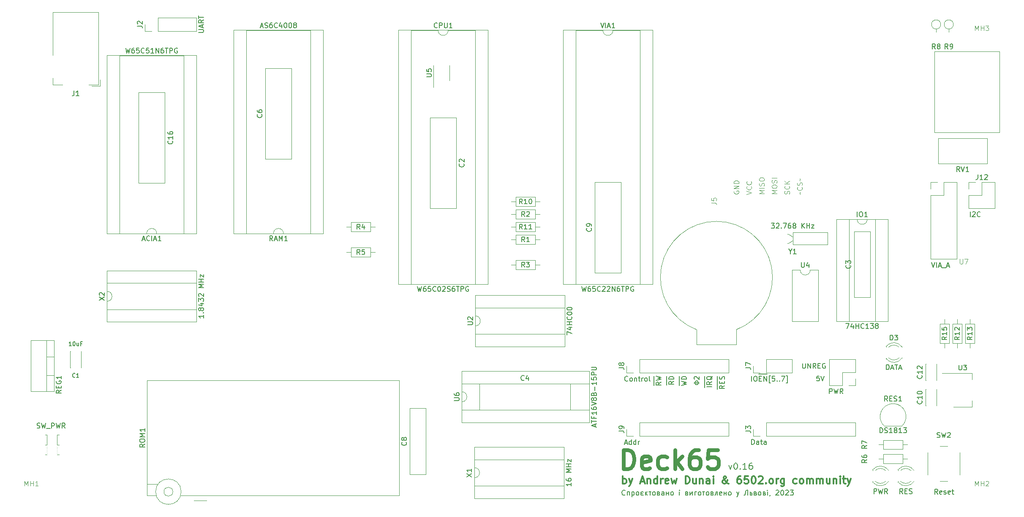
<source format=gbr>
%TF.GenerationSoftware,KiCad,Pcbnew,7.0.1*%
%TF.CreationDate,2023-05-16T00:52:32+03:00*%
%TF.ProjectId,main,6d61696e-2e6b-4696-9361-645f70636258,rev?*%
%TF.SameCoordinates,Original*%
%TF.FileFunction,Legend,Top*%
%TF.FilePolarity,Positive*%
%FSLAX46Y46*%
G04 Gerber Fmt 4.6, Leading zero omitted, Abs format (unit mm)*
G04 Created by KiCad (PCBNEW 7.0.1) date 2023-05-16 00:52:32*
%MOMM*%
%LPD*%
G01*
G04 APERTURE LIST*
%ADD10C,0.158750*%
%ADD11C,0.150000*%
%ADD12C,0.762000*%
%ADD13C,0.300000*%
%ADD14C,0.100000*%
%ADD15C,0.120000*%
G04 APERTURE END LIST*
D10*
X132822476Y12086740D02*
X132774095Y12038360D01*
X132774095Y12038360D02*
X132628952Y11989979D01*
X132628952Y11989979D02*
X132532190Y11989979D01*
X132532190Y11989979D02*
X132387047Y12038360D01*
X132387047Y12038360D02*
X132290285Y12135121D01*
X132290285Y12135121D02*
X132241904Y12231883D01*
X132241904Y12231883D02*
X132193523Y12425407D01*
X132193523Y12425407D02*
X132193523Y12570550D01*
X132193523Y12570550D02*
X132241904Y12764074D01*
X132241904Y12764074D02*
X132290285Y12860836D01*
X132290285Y12860836D02*
X132387047Y12957598D01*
X132387047Y12957598D02*
X132532190Y13005979D01*
X132532190Y13005979D02*
X132628952Y13005979D01*
X132628952Y13005979D02*
X132774095Y12957598D01*
X132774095Y12957598D02*
X132822476Y12909217D01*
X133257904Y11989979D02*
X133257904Y12667312D01*
X133257904Y12667312D02*
X133693333Y12667312D01*
X133693333Y12667312D02*
X133693333Y11989979D01*
X134177142Y12667312D02*
X134177142Y11651312D01*
X134177142Y12618931D02*
X134273904Y12667312D01*
X134273904Y12667312D02*
X134467428Y12667312D01*
X134467428Y12667312D02*
X134564190Y12618931D01*
X134564190Y12618931D02*
X134612571Y12570550D01*
X134612571Y12570550D02*
X134660952Y12473788D01*
X134660952Y12473788D02*
X134660952Y12183502D01*
X134660952Y12183502D02*
X134612571Y12086740D01*
X134612571Y12086740D02*
X134564190Y12038360D01*
X134564190Y12038360D02*
X134467428Y11989979D01*
X134467428Y11989979D02*
X134273904Y11989979D01*
X134273904Y11989979D02*
X134177142Y12038360D01*
X135241523Y11989979D02*
X135144761Y12038360D01*
X135144761Y12038360D02*
X135096380Y12086740D01*
X135096380Y12086740D02*
X135047999Y12183502D01*
X135047999Y12183502D02*
X135047999Y12473788D01*
X135047999Y12473788D02*
X135096380Y12570550D01*
X135096380Y12570550D02*
X135144761Y12618931D01*
X135144761Y12618931D02*
X135241523Y12667312D01*
X135241523Y12667312D02*
X135386666Y12667312D01*
X135386666Y12667312D02*
X135483428Y12618931D01*
X135483428Y12618931D02*
X135531809Y12570550D01*
X135531809Y12570550D02*
X135580190Y12473788D01*
X135580190Y12473788D02*
X135580190Y12183502D01*
X135580190Y12183502D02*
X135531809Y12086740D01*
X135531809Y12086740D02*
X135483428Y12038360D01*
X135483428Y12038360D02*
X135386666Y11989979D01*
X135386666Y11989979D02*
X135241523Y11989979D01*
X135967237Y12328645D02*
X136305904Y12328645D01*
X136451047Y12038360D02*
X136354285Y11989979D01*
X136354285Y11989979D02*
X136160761Y11989979D01*
X136160761Y11989979D02*
X136063999Y12038360D01*
X136063999Y12038360D02*
X136015618Y12086740D01*
X136015618Y12086740D02*
X135967237Y12183502D01*
X135967237Y12183502D02*
X135967237Y12473788D01*
X135967237Y12473788D02*
X136015618Y12570550D01*
X136015618Y12570550D02*
X136063999Y12618931D01*
X136063999Y12618931D02*
X136160761Y12667312D01*
X136160761Y12667312D02*
X136354285Y12667312D01*
X136354285Y12667312D02*
X136451047Y12618931D01*
X136886475Y12667312D02*
X136886475Y11989979D01*
X136983237Y12377026D02*
X137273523Y11989979D01*
X137273523Y12667312D02*
X136886475Y12280264D01*
X137563808Y12667312D02*
X138047618Y12667312D01*
X137805713Y12667312D02*
X137805713Y11989979D01*
X138531427Y11989979D02*
X138434665Y12038360D01*
X138434665Y12038360D02*
X138386284Y12086740D01*
X138386284Y12086740D02*
X138337903Y12183502D01*
X138337903Y12183502D02*
X138337903Y12473788D01*
X138337903Y12473788D02*
X138386284Y12570550D01*
X138386284Y12570550D02*
X138434665Y12618931D01*
X138434665Y12618931D02*
X138531427Y12667312D01*
X138531427Y12667312D02*
X138676570Y12667312D01*
X138676570Y12667312D02*
X138773332Y12618931D01*
X138773332Y12618931D02*
X138821713Y12570550D01*
X138821713Y12570550D02*
X138870094Y12473788D01*
X138870094Y12473788D02*
X138870094Y12183502D01*
X138870094Y12183502D02*
X138821713Y12086740D01*
X138821713Y12086740D02*
X138773332Y12038360D01*
X138773332Y12038360D02*
X138676570Y11989979D01*
X138676570Y11989979D02*
X138531427Y11989979D01*
X139547427Y12328645D02*
X139692570Y12280264D01*
X139692570Y12280264D02*
X139740951Y12183502D01*
X139740951Y12183502D02*
X139740951Y12135121D01*
X139740951Y12135121D02*
X139692570Y12038360D01*
X139692570Y12038360D02*
X139595808Y11989979D01*
X139595808Y11989979D02*
X139305522Y11989979D01*
X139305522Y11989979D02*
X139305522Y12667312D01*
X139305522Y12667312D02*
X139547427Y12667312D01*
X139547427Y12667312D02*
X139644189Y12618931D01*
X139644189Y12618931D02*
X139692570Y12522169D01*
X139692570Y12522169D02*
X139692570Y12473788D01*
X139692570Y12473788D02*
X139644189Y12377026D01*
X139644189Y12377026D02*
X139547427Y12328645D01*
X139547427Y12328645D02*
X139305522Y12328645D01*
X140611808Y11989979D02*
X140611808Y12522169D01*
X140611808Y12522169D02*
X140563427Y12618931D01*
X140563427Y12618931D02*
X140466665Y12667312D01*
X140466665Y12667312D02*
X140273141Y12667312D01*
X140273141Y12667312D02*
X140176379Y12618931D01*
X140611808Y12038360D02*
X140515046Y11989979D01*
X140515046Y11989979D02*
X140273141Y11989979D01*
X140273141Y11989979D02*
X140176379Y12038360D01*
X140176379Y12038360D02*
X140127998Y12135121D01*
X140127998Y12135121D02*
X140127998Y12231883D01*
X140127998Y12231883D02*
X140176379Y12328645D01*
X140176379Y12328645D02*
X140273141Y12377026D01*
X140273141Y12377026D02*
X140515046Y12377026D01*
X140515046Y12377026D02*
X140611808Y12425407D01*
X141095617Y12328645D02*
X141531046Y12328645D01*
X141095617Y12667312D02*
X141095617Y11989979D01*
X141531046Y12667312D02*
X141531046Y11989979D01*
X142159998Y11989979D02*
X142063236Y12038360D01*
X142063236Y12038360D02*
X142014855Y12086740D01*
X142014855Y12086740D02*
X141966474Y12183502D01*
X141966474Y12183502D02*
X141966474Y12473788D01*
X141966474Y12473788D02*
X142014855Y12570550D01*
X142014855Y12570550D02*
X142063236Y12618931D01*
X142063236Y12618931D02*
X142159998Y12667312D01*
X142159998Y12667312D02*
X142305141Y12667312D01*
X142305141Y12667312D02*
X142401903Y12618931D01*
X142401903Y12618931D02*
X142450284Y12570550D01*
X142450284Y12570550D02*
X142498665Y12473788D01*
X142498665Y12473788D02*
X142498665Y12183502D01*
X142498665Y12183502D02*
X142450284Y12086740D01*
X142450284Y12086740D02*
X142401903Y12038360D01*
X142401903Y12038360D02*
X142305141Y11989979D01*
X142305141Y11989979D02*
X142159998Y11989979D01*
X143708188Y11989979D02*
X143708188Y12667312D01*
X143708188Y13005979D02*
X143659807Y12957598D01*
X143659807Y12957598D02*
X143708188Y12909217D01*
X143708188Y12909217D02*
X143756569Y12957598D01*
X143756569Y12957598D02*
X143708188Y13005979D01*
X143708188Y13005979D02*
X143708188Y12909217D01*
X145207998Y12328645D02*
X145353141Y12280264D01*
X145353141Y12280264D02*
X145401522Y12183502D01*
X145401522Y12183502D02*
X145401522Y12135121D01*
X145401522Y12135121D02*
X145353141Y12038360D01*
X145353141Y12038360D02*
X145256379Y11989979D01*
X145256379Y11989979D02*
X144966093Y11989979D01*
X144966093Y11989979D02*
X144966093Y12667312D01*
X144966093Y12667312D02*
X145207998Y12667312D01*
X145207998Y12667312D02*
X145304760Y12618931D01*
X145304760Y12618931D02*
X145353141Y12522169D01*
X145353141Y12522169D02*
X145353141Y12473788D01*
X145353141Y12473788D02*
X145304760Y12377026D01*
X145304760Y12377026D02*
X145207998Y12328645D01*
X145207998Y12328645D02*
X144966093Y12328645D01*
X145836950Y12667312D02*
X145836950Y11989979D01*
X145836950Y11989979D02*
X146320760Y12667312D01*
X146320760Y12667312D02*
X146320760Y11989979D01*
X146804569Y11989979D02*
X146804569Y12667312D01*
X146804569Y12667312D02*
X147191617Y12667312D01*
X147675426Y11989979D02*
X147578664Y12038360D01*
X147578664Y12038360D02*
X147530283Y12086740D01*
X147530283Y12086740D02*
X147481902Y12183502D01*
X147481902Y12183502D02*
X147481902Y12473788D01*
X147481902Y12473788D02*
X147530283Y12570550D01*
X147530283Y12570550D02*
X147578664Y12618931D01*
X147578664Y12618931D02*
X147675426Y12667312D01*
X147675426Y12667312D02*
X147820569Y12667312D01*
X147820569Y12667312D02*
X147917331Y12618931D01*
X147917331Y12618931D02*
X147965712Y12570550D01*
X147965712Y12570550D02*
X148014093Y12473788D01*
X148014093Y12473788D02*
X148014093Y12183502D01*
X148014093Y12183502D02*
X147965712Y12086740D01*
X147965712Y12086740D02*
X147917331Y12038360D01*
X147917331Y12038360D02*
X147820569Y11989979D01*
X147820569Y11989979D02*
X147675426Y11989979D01*
X148304378Y12667312D02*
X148788188Y12667312D01*
X148546283Y12667312D02*
X148546283Y11989979D01*
X149271997Y11989979D02*
X149175235Y12038360D01*
X149175235Y12038360D02*
X149126854Y12086740D01*
X149126854Y12086740D02*
X149078473Y12183502D01*
X149078473Y12183502D02*
X149078473Y12473788D01*
X149078473Y12473788D02*
X149126854Y12570550D01*
X149126854Y12570550D02*
X149175235Y12618931D01*
X149175235Y12618931D02*
X149271997Y12667312D01*
X149271997Y12667312D02*
X149417140Y12667312D01*
X149417140Y12667312D02*
X149513902Y12618931D01*
X149513902Y12618931D02*
X149562283Y12570550D01*
X149562283Y12570550D02*
X149610664Y12473788D01*
X149610664Y12473788D02*
X149610664Y12183502D01*
X149610664Y12183502D02*
X149562283Y12086740D01*
X149562283Y12086740D02*
X149513902Y12038360D01*
X149513902Y12038360D02*
X149417140Y11989979D01*
X149417140Y11989979D02*
X149271997Y11989979D01*
X150287997Y12328645D02*
X150433140Y12280264D01*
X150433140Y12280264D02*
X150481521Y12183502D01*
X150481521Y12183502D02*
X150481521Y12135121D01*
X150481521Y12135121D02*
X150433140Y12038360D01*
X150433140Y12038360D02*
X150336378Y11989979D01*
X150336378Y11989979D02*
X150046092Y11989979D01*
X150046092Y11989979D02*
X150046092Y12667312D01*
X150046092Y12667312D02*
X150287997Y12667312D01*
X150287997Y12667312D02*
X150384759Y12618931D01*
X150384759Y12618931D02*
X150433140Y12522169D01*
X150433140Y12522169D02*
X150433140Y12473788D01*
X150433140Y12473788D02*
X150384759Y12377026D01*
X150384759Y12377026D02*
X150287997Y12328645D01*
X150287997Y12328645D02*
X150046092Y12328645D01*
X151303997Y11989979D02*
X151303997Y12667312D01*
X151303997Y12667312D02*
X151158854Y12667312D01*
X151158854Y12667312D02*
X151062092Y12618931D01*
X151062092Y12618931D02*
X151013711Y12522169D01*
X151013711Y12522169D02*
X150965330Y12135121D01*
X150965330Y12135121D02*
X150916949Y12038360D01*
X150916949Y12038360D02*
X150820187Y11989979D01*
X152174854Y12038360D02*
X152078092Y11989979D01*
X152078092Y11989979D02*
X151884568Y11989979D01*
X151884568Y11989979D02*
X151787806Y12038360D01*
X151787806Y12038360D02*
X151739425Y12135121D01*
X151739425Y12135121D02*
X151739425Y12522169D01*
X151739425Y12522169D02*
X151787806Y12618931D01*
X151787806Y12618931D02*
X151884568Y12667312D01*
X151884568Y12667312D02*
X152078092Y12667312D01*
X152078092Y12667312D02*
X152174854Y12618931D01*
X152174854Y12618931D02*
X152223235Y12522169D01*
X152223235Y12522169D02*
X152223235Y12425407D01*
X152223235Y12425407D02*
X151739425Y12328645D01*
X152658663Y12328645D02*
X153094092Y12328645D01*
X152658663Y12667312D02*
X152658663Y11989979D01*
X153094092Y12667312D02*
X153094092Y11989979D01*
X153723044Y11989979D02*
X153626282Y12038360D01*
X153626282Y12038360D02*
X153577901Y12086740D01*
X153577901Y12086740D02*
X153529520Y12183502D01*
X153529520Y12183502D02*
X153529520Y12473788D01*
X153529520Y12473788D02*
X153577901Y12570550D01*
X153577901Y12570550D02*
X153626282Y12618931D01*
X153626282Y12618931D02*
X153723044Y12667312D01*
X153723044Y12667312D02*
X153868187Y12667312D01*
X153868187Y12667312D02*
X153964949Y12618931D01*
X153964949Y12618931D02*
X154013330Y12570550D01*
X154013330Y12570550D02*
X154061711Y12473788D01*
X154061711Y12473788D02*
X154061711Y12183502D01*
X154061711Y12183502D02*
X154013330Y12086740D01*
X154013330Y12086740D02*
X153964949Y12038360D01*
X153964949Y12038360D02*
X153868187Y11989979D01*
X153868187Y11989979D02*
X153723044Y11989979D01*
X155174472Y12667312D02*
X155416377Y11989979D01*
X155658282Y12667312D02*
X155416377Y11989979D01*
X155416377Y11989979D02*
X155319615Y11748074D01*
X155319615Y11748074D02*
X155271234Y11699693D01*
X155271234Y11699693D02*
X155174472Y11651312D01*
X157399996Y11989979D02*
X157399996Y13005979D01*
X157399996Y13005979D02*
X157254853Y13005979D01*
X157254853Y13005979D02*
X157109710Y12957598D01*
X157109710Y12957598D02*
X157012948Y12860836D01*
X157012948Y12860836D02*
X156964567Y12715693D01*
X156964567Y12715693D02*
X156867805Y12135121D01*
X156867805Y12135121D02*
X156819424Y12038360D01*
X156819424Y12038360D02*
X156722662Y11989979D01*
X156722662Y11989979D02*
X156674281Y11989979D01*
X157883805Y12667312D02*
X157883805Y11989979D01*
X157883805Y11989979D02*
X158125710Y11989979D01*
X158125710Y11989979D02*
X158222472Y12038360D01*
X158222472Y12038360D02*
X158270853Y12135121D01*
X158270853Y12135121D02*
X158270853Y12280264D01*
X158270853Y12280264D02*
X158222472Y12377026D01*
X158222472Y12377026D02*
X158125710Y12425407D01*
X158125710Y12425407D02*
X157883805Y12425407D01*
X158948186Y12328645D02*
X159093329Y12280264D01*
X159093329Y12280264D02*
X159141710Y12183502D01*
X159141710Y12183502D02*
X159141710Y12135121D01*
X159141710Y12135121D02*
X159093329Y12038360D01*
X159093329Y12038360D02*
X158996567Y11989979D01*
X158996567Y11989979D02*
X158706281Y11989979D01*
X158706281Y11989979D02*
X158706281Y12667312D01*
X158706281Y12667312D02*
X158948186Y12667312D01*
X158948186Y12667312D02*
X159044948Y12618931D01*
X159044948Y12618931D02*
X159093329Y12522169D01*
X159093329Y12522169D02*
X159093329Y12473788D01*
X159093329Y12473788D02*
X159044948Y12377026D01*
X159044948Y12377026D02*
X158948186Y12328645D01*
X158948186Y12328645D02*
X158706281Y12328645D01*
X159722281Y11989979D02*
X159625519Y12038360D01*
X159625519Y12038360D02*
X159577138Y12086740D01*
X159577138Y12086740D02*
X159528757Y12183502D01*
X159528757Y12183502D02*
X159528757Y12473788D01*
X159528757Y12473788D02*
X159577138Y12570550D01*
X159577138Y12570550D02*
X159625519Y12618931D01*
X159625519Y12618931D02*
X159722281Y12667312D01*
X159722281Y12667312D02*
X159867424Y12667312D01*
X159867424Y12667312D02*
X159964186Y12618931D01*
X159964186Y12618931D02*
X160012567Y12570550D01*
X160012567Y12570550D02*
X160060948Y12473788D01*
X160060948Y12473788D02*
X160060948Y12183502D01*
X160060948Y12183502D02*
X160012567Y12086740D01*
X160012567Y12086740D02*
X159964186Y12038360D01*
X159964186Y12038360D02*
X159867424Y11989979D01*
X159867424Y11989979D02*
X159722281Y11989979D01*
X160738281Y12328645D02*
X160883424Y12280264D01*
X160883424Y12280264D02*
X160931805Y12183502D01*
X160931805Y12183502D02*
X160931805Y12135121D01*
X160931805Y12135121D02*
X160883424Y12038360D01*
X160883424Y12038360D02*
X160786662Y11989979D01*
X160786662Y11989979D02*
X160496376Y11989979D01*
X160496376Y11989979D02*
X160496376Y12667312D01*
X160496376Y12667312D02*
X160738281Y12667312D01*
X160738281Y12667312D02*
X160835043Y12618931D01*
X160835043Y12618931D02*
X160883424Y12522169D01*
X160883424Y12522169D02*
X160883424Y12473788D01*
X160883424Y12473788D02*
X160835043Y12377026D01*
X160835043Y12377026D02*
X160738281Y12328645D01*
X160738281Y12328645D02*
X160496376Y12328645D01*
X161367233Y11989979D02*
X161367233Y12667312D01*
X161367233Y13005979D02*
X161318852Y12957598D01*
X161318852Y12957598D02*
X161367233Y12909217D01*
X161367233Y12909217D02*
X161415614Y12957598D01*
X161415614Y12957598D02*
X161367233Y13005979D01*
X161367233Y13005979D02*
X161367233Y12909217D01*
X161899424Y12038360D02*
X161899424Y11989979D01*
X161899424Y11989979D02*
X161851043Y11893217D01*
X161851043Y11893217D02*
X161802662Y11844836D01*
X163060567Y12909217D02*
X163108948Y12957598D01*
X163108948Y12957598D02*
X163205710Y13005979D01*
X163205710Y13005979D02*
X163447615Y13005979D01*
X163447615Y13005979D02*
X163544377Y12957598D01*
X163544377Y12957598D02*
X163592758Y12909217D01*
X163592758Y12909217D02*
X163641139Y12812455D01*
X163641139Y12812455D02*
X163641139Y12715693D01*
X163641139Y12715693D02*
X163592758Y12570550D01*
X163592758Y12570550D02*
X163012186Y11989979D01*
X163012186Y11989979D02*
X163641139Y11989979D01*
X164270091Y13005979D02*
X164366853Y13005979D01*
X164366853Y13005979D02*
X164463615Y12957598D01*
X164463615Y12957598D02*
X164511996Y12909217D01*
X164511996Y12909217D02*
X164560377Y12812455D01*
X164560377Y12812455D02*
X164608758Y12618931D01*
X164608758Y12618931D02*
X164608758Y12377026D01*
X164608758Y12377026D02*
X164560377Y12183502D01*
X164560377Y12183502D02*
X164511996Y12086740D01*
X164511996Y12086740D02*
X164463615Y12038360D01*
X164463615Y12038360D02*
X164366853Y11989979D01*
X164366853Y11989979D02*
X164270091Y11989979D01*
X164270091Y11989979D02*
X164173329Y12038360D01*
X164173329Y12038360D02*
X164124948Y12086740D01*
X164124948Y12086740D02*
X164076567Y12183502D01*
X164076567Y12183502D02*
X164028186Y12377026D01*
X164028186Y12377026D02*
X164028186Y12618931D01*
X164028186Y12618931D02*
X164076567Y12812455D01*
X164076567Y12812455D02*
X164124948Y12909217D01*
X164124948Y12909217D02*
X164173329Y12957598D01*
X164173329Y12957598D02*
X164270091Y13005979D01*
X164995805Y12909217D02*
X165044186Y12957598D01*
X165044186Y12957598D02*
X165140948Y13005979D01*
X165140948Y13005979D02*
X165382853Y13005979D01*
X165382853Y13005979D02*
X165479615Y12957598D01*
X165479615Y12957598D02*
X165527996Y12909217D01*
X165527996Y12909217D02*
X165576377Y12812455D01*
X165576377Y12812455D02*
X165576377Y12715693D01*
X165576377Y12715693D02*
X165527996Y12570550D01*
X165527996Y12570550D02*
X164947424Y11989979D01*
X164947424Y11989979D02*
X165576377Y11989979D01*
X165915043Y13005979D02*
X166543996Y13005979D01*
X166543996Y13005979D02*
X166205329Y12618931D01*
X166205329Y12618931D02*
X166350472Y12618931D01*
X166350472Y12618931D02*
X166447234Y12570550D01*
X166447234Y12570550D02*
X166495615Y12522169D01*
X166495615Y12522169D02*
X166543996Y12425407D01*
X166543996Y12425407D02*
X166543996Y12183502D01*
X166543996Y12183502D02*
X166495615Y12086740D01*
X166495615Y12086740D02*
X166447234Y12038360D01*
X166447234Y12038360D02*
X166350472Y11989979D01*
X166350472Y11989979D02*
X166060186Y11989979D01*
X166060186Y11989979D02*
X165963424Y12038360D01*
X165963424Y12038360D02*
X165915043Y12086740D01*
D11*
X140052619Y34701666D02*
X139576428Y34368333D01*
X140052619Y34130238D02*
X139052619Y34130238D01*
X139052619Y34130238D02*
X139052619Y34511190D01*
X139052619Y34511190D02*
X139100238Y34606428D01*
X139100238Y34606428D02*
X139147857Y34654047D01*
X139147857Y34654047D02*
X139243095Y34701666D01*
X139243095Y34701666D02*
X139385952Y34701666D01*
X139385952Y34701666D02*
X139481190Y34654047D01*
X139481190Y34654047D02*
X139528809Y34606428D01*
X139528809Y34606428D02*
X139576428Y34511190D01*
X139576428Y34511190D02*
X139576428Y34130238D01*
X139052619Y35035000D02*
X140052619Y35273095D01*
X140052619Y35273095D02*
X139338333Y35463571D01*
X139338333Y35463571D02*
X140052619Y35654047D01*
X140052619Y35654047D02*
X139052619Y35892143D01*
X138605000Y33992143D02*
X138605000Y35935000D01*
X202008095Y67907380D02*
X202008095Y68907380D01*
X202436666Y68812142D02*
X202484285Y68859761D01*
X202484285Y68859761D02*
X202579523Y68907380D01*
X202579523Y68907380D02*
X202817618Y68907380D01*
X202817618Y68907380D02*
X202912856Y68859761D01*
X202912856Y68859761D02*
X202960475Y68812142D01*
X202960475Y68812142D02*
X203008094Y68716904D01*
X203008094Y68716904D02*
X203008094Y68621666D01*
X203008094Y68621666D02*
X202960475Y68478809D01*
X202960475Y68478809D02*
X202389047Y67907380D01*
X202389047Y67907380D02*
X203008094Y67907380D01*
X204008094Y68002619D02*
X203960475Y67955000D01*
X203960475Y67955000D02*
X203817618Y67907380D01*
X203817618Y67907380D02*
X203722380Y67907380D01*
X203722380Y67907380D02*
X203579523Y67955000D01*
X203579523Y67955000D02*
X203484285Y68050238D01*
X203484285Y68050238D02*
X203436666Y68145476D01*
X203436666Y68145476D02*
X203389047Y68335952D01*
X203389047Y68335952D02*
X203389047Y68478809D01*
X203389047Y68478809D02*
X203436666Y68669285D01*
X203436666Y68669285D02*
X203484285Y68764523D01*
X203484285Y68764523D02*
X203579523Y68859761D01*
X203579523Y68859761D02*
X203722380Y68907380D01*
X203722380Y68907380D02*
X203817618Y68907380D01*
X203817618Y68907380D02*
X203960475Y68859761D01*
X203960475Y68859761D02*
X204008094Y68812142D01*
X158193095Y22187380D02*
X158193095Y23187380D01*
X158193095Y23187380D02*
X158431190Y23187380D01*
X158431190Y23187380D02*
X158574047Y23139761D01*
X158574047Y23139761D02*
X158669285Y23044523D01*
X158669285Y23044523D02*
X158716904Y22949285D01*
X158716904Y22949285D02*
X158764523Y22758809D01*
X158764523Y22758809D02*
X158764523Y22615952D01*
X158764523Y22615952D02*
X158716904Y22425476D01*
X158716904Y22425476D02*
X158669285Y22330238D01*
X158669285Y22330238D02*
X158574047Y22235000D01*
X158574047Y22235000D02*
X158431190Y22187380D01*
X158431190Y22187380D02*
X158193095Y22187380D01*
X159621666Y22187380D02*
X159621666Y22711190D01*
X159621666Y22711190D02*
X159574047Y22806428D01*
X159574047Y22806428D02*
X159478809Y22854047D01*
X159478809Y22854047D02*
X159288333Y22854047D01*
X159288333Y22854047D02*
X159193095Y22806428D01*
X159621666Y22235000D02*
X159526428Y22187380D01*
X159526428Y22187380D02*
X159288333Y22187380D01*
X159288333Y22187380D02*
X159193095Y22235000D01*
X159193095Y22235000D02*
X159145476Y22330238D01*
X159145476Y22330238D02*
X159145476Y22425476D01*
X159145476Y22425476D02*
X159193095Y22520714D01*
X159193095Y22520714D02*
X159288333Y22568333D01*
X159288333Y22568333D02*
X159526428Y22568333D01*
X159526428Y22568333D02*
X159621666Y22615952D01*
X159955000Y22854047D02*
X160335952Y22854047D01*
X160097857Y23187380D02*
X160097857Y22330238D01*
X160097857Y22330238D02*
X160145476Y22235000D01*
X160145476Y22235000D02*
X160240714Y22187380D01*
X160240714Y22187380D02*
X160335952Y22187380D01*
X161097857Y22187380D02*
X161097857Y22711190D01*
X161097857Y22711190D02*
X161050238Y22806428D01*
X161050238Y22806428D02*
X160955000Y22854047D01*
X160955000Y22854047D02*
X160764524Y22854047D01*
X160764524Y22854047D02*
X160669286Y22806428D01*
X161097857Y22235000D02*
X161002619Y22187380D01*
X161002619Y22187380D02*
X160764524Y22187380D01*
X160764524Y22187380D02*
X160669286Y22235000D01*
X160669286Y22235000D02*
X160621667Y22330238D01*
X160621667Y22330238D02*
X160621667Y22425476D01*
X160621667Y22425476D02*
X160669286Y22520714D01*
X160669286Y22520714D02*
X160764524Y22568333D01*
X160764524Y22568333D02*
X161002619Y22568333D01*
X161002619Y22568333D02*
X161097857Y22615952D01*
X133364523Y34982619D02*
X133316904Y34935000D01*
X133316904Y34935000D02*
X133174047Y34887380D01*
X133174047Y34887380D02*
X133078809Y34887380D01*
X133078809Y34887380D02*
X132935952Y34935000D01*
X132935952Y34935000D02*
X132840714Y35030238D01*
X132840714Y35030238D02*
X132793095Y35125476D01*
X132793095Y35125476D02*
X132745476Y35315952D01*
X132745476Y35315952D02*
X132745476Y35458809D01*
X132745476Y35458809D02*
X132793095Y35649285D01*
X132793095Y35649285D02*
X132840714Y35744523D01*
X132840714Y35744523D02*
X132935952Y35839761D01*
X132935952Y35839761D02*
X133078809Y35887380D01*
X133078809Y35887380D02*
X133174047Y35887380D01*
X133174047Y35887380D02*
X133316904Y35839761D01*
X133316904Y35839761D02*
X133364523Y35792142D01*
X133935952Y34887380D02*
X133840714Y34935000D01*
X133840714Y34935000D02*
X133793095Y34982619D01*
X133793095Y34982619D02*
X133745476Y35077857D01*
X133745476Y35077857D02*
X133745476Y35363571D01*
X133745476Y35363571D02*
X133793095Y35458809D01*
X133793095Y35458809D02*
X133840714Y35506428D01*
X133840714Y35506428D02*
X133935952Y35554047D01*
X133935952Y35554047D02*
X134078809Y35554047D01*
X134078809Y35554047D02*
X134174047Y35506428D01*
X134174047Y35506428D02*
X134221666Y35458809D01*
X134221666Y35458809D02*
X134269285Y35363571D01*
X134269285Y35363571D02*
X134269285Y35077857D01*
X134269285Y35077857D02*
X134221666Y34982619D01*
X134221666Y34982619D02*
X134174047Y34935000D01*
X134174047Y34935000D02*
X134078809Y34887380D01*
X134078809Y34887380D02*
X133935952Y34887380D01*
X134697857Y35554047D02*
X134697857Y34887380D01*
X134697857Y35458809D02*
X134745476Y35506428D01*
X134745476Y35506428D02*
X134840714Y35554047D01*
X134840714Y35554047D02*
X134983571Y35554047D01*
X134983571Y35554047D02*
X135078809Y35506428D01*
X135078809Y35506428D02*
X135126428Y35411190D01*
X135126428Y35411190D02*
X135126428Y34887380D01*
X135459762Y35554047D02*
X135840714Y35554047D01*
X135602619Y35887380D02*
X135602619Y35030238D01*
X135602619Y35030238D02*
X135650238Y34935000D01*
X135650238Y34935000D02*
X135745476Y34887380D01*
X135745476Y34887380D02*
X135840714Y34887380D01*
X136174048Y34887380D02*
X136174048Y35554047D01*
X136174048Y35363571D02*
X136221667Y35458809D01*
X136221667Y35458809D02*
X136269286Y35506428D01*
X136269286Y35506428D02*
X136364524Y35554047D01*
X136364524Y35554047D02*
X136459762Y35554047D01*
X136935953Y34887380D02*
X136840715Y34935000D01*
X136840715Y34935000D02*
X136793096Y34982619D01*
X136793096Y34982619D02*
X136745477Y35077857D01*
X136745477Y35077857D02*
X136745477Y35363571D01*
X136745477Y35363571D02*
X136793096Y35458809D01*
X136793096Y35458809D02*
X136840715Y35506428D01*
X136840715Y35506428D02*
X136935953Y35554047D01*
X136935953Y35554047D02*
X137078810Y35554047D01*
X137078810Y35554047D02*
X137174048Y35506428D01*
X137174048Y35506428D02*
X137221667Y35458809D01*
X137221667Y35458809D02*
X137269286Y35363571D01*
X137269286Y35363571D02*
X137269286Y35077857D01*
X137269286Y35077857D02*
X137221667Y34982619D01*
X137221667Y34982619D02*
X137174048Y34935000D01*
X137174048Y34935000D02*
X137078810Y34887380D01*
X137078810Y34887380D02*
X136935953Y34887380D01*
X137840715Y34887380D02*
X137745477Y34935000D01*
X137745477Y34935000D02*
X137697858Y35030238D01*
X137697858Y35030238D02*
X137697858Y35887380D01*
X158193095Y34887380D02*
X158193095Y35887380D01*
X158859761Y35887380D02*
X159050237Y35887380D01*
X159050237Y35887380D02*
X159145475Y35839761D01*
X159145475Y35839761D02*
X159240713Y35744523D01*
X159240713Y35744523D02*
X159288332Y35554047D01*
X159288332Y35554047D02*
X159288332Y35220714D01*
X159288332Y35220714D02*
X159240713Y35030238D01*
X159240713Y35030238D02*
X159145475Y34935000D01*
X159145475Y34935000D02*
X159050237Y34887380D01*
X159050237Y34887380D02*
X158859761Y34887380D01*
X158859761Y34887380D02*
X158764523Y34935000D01*
X158764523Y34935000D02*
X158669285Y35030238D01*
X158669285Y35030238D02*
X158621666Y35220714D01*
X158621666Y35220714D02*
X158621666Y35554047D01*
X158621666Y35554047D02*
X158669285Y35744523D01*
X158669285Y35744523D02*
X158764523Y35839761D01*
X158764523Y35839761D02*
X158859761Y35887380D01*
X159716904Y35411190D02*
X160050237Y35411190D01*
X160193094Y34887380D02*
X159716904Y34887380D01*
X159716904Y34887380D02*
X159716904Y35887380D01*
X159716904Y35887380D02*
X160193094Y35887380D01*
X160621666Y34887380D02*
X160621666Y35887380D01*
X160621666Y35887380D02*
X161193094Y34887380D01*
X161193094Y34887380D02*
X161193094Y35887380D01*
X159578809Y36335000D02*
X161331190Y36335000D01*
X161954999Y34554047D02*
X161716904Y34554047D01*
X161716904Y34554047D02*
X161716904Y35982619D01*
X161716904Y35982619D02*
X161954999Y35982619D01*
X162812142Y35887380D02*
X162335952Y35887380D01*
X162335952Y35887380D02*
X162288333Y35411190D01*
X162288333Y35411190D02*
X162335952Y35458809D01*
X162335952Y35458809D02*
X162431190Y35506428D01*
X162431190Y35506428D02*
X162669285Y35506428D01*
X162669285Y35506428D02*
X162764523Y35458809D01*
X162764523Y35458809D02*
X162812142Y35411190D01*
X162812142Y35411190D02*
X162859761Y35315952D01*
X162859761Y35315952D02*
X162859761Y35077857D01*
X162859761Y35077857D02*
X162812142Y34982619D01*
X162812142Y34982619D02*
X162764523Y34935000D01*
X162764523Y34935000D02*
X162669285Y34887380D01*
X162669285Y34887380D02*
X162431190Y34887380D01*
X162431190Y34887380D02*
X162335952Y34935000D01*
X162335952Y34935000D02*
X162288333Y34982619D01*
X163288333Y34982619D02*
X163335952Y34935000D01*
X163335952Y34935000D02*
X163288333Y34887380D01*
X163288333Y34887380D02*
X163240714Y34935000D01*
X163240714Y34935000D02*
X163288333Y34982619D01*
X163288333Y34982619D02*
X163288333Y34887380D01*
X163764523Y34982619D02*
X163812142Y34935000D01*
X163812142Y34935000D02*
X163764523Y34887380D01*
X163764523Y34887380D02*
X163716904Y34935000D01*
X163716904Y34935000D02*
X163764523Y34982619D01*
X163764523Y34982619D02*
X163764523Y34887380D01*
X164145475Y35887380D02*
X164812141Y35887380D01*
X164812141Y35887380D02*
X164383570Y34887380D01*
X165097856Y34554047D02*
X165335951Y34554047D01*
X165335951Y34554047D02*
X165335951Y35982619D01*
X165335951Y35982619D02*
X165097856Y35982619D01*
X132745476Y22473095D02*
X133221666Y22473095D01*
X132650238Y22187380D02*
X132983571Y23187380D01*
X132983571Y23187380D02*
X133316904Y22187380D01*
X134078809Y22187380D02*
X134078809Y23187380D01*
X134078809Y22235000D02*
X133983571Y22187380D01*
X133983571Y22187380D02*
X133793095Y22187380D01*
X133793095Y22187380D02*
X133697857Y22235000D01*
X133697857Y22235000D02*
X133650238Y22282619D01*
X133650238Y22282619D02*
X133602619Y22377857D01*
X133602619Y22377857D02*
X133602619Y22663571D01*
X133602619Y22663571D02*
X133650238Y22758809D01*
X133650238Y22758809D02*
X133697857Y22806428D01*
X133697857Y22806428D02*
X133793095Y22854047D01*
X133793095Y22854047D02*
X133983571Y22854047D01*
X133983571Y22854047D02*
X134078809Y22806428D01*
X134983571Y22187380D02*
X134983571Y23187380D01*
X134983571Y22235000D02*
X134888333Y22187380D01*
X134888333Y22187380D02*
X134697857Y22187380D01*
X134697857Y22187380D02*
X134602619Y22235000D01*
X134602619Y22235000D02*
X134555000Y22282619D01*
X134555000Y22282619D02*
X134507381Y22377857D01*
X134507381Y22377857D02*
X134507381Y22663571D01*
X134507381Y22663571D02*
X134555000Y22758809D01*
X134555000Y22758809D02*
X134602619Y22806428D01*
X134602619Y22806428D02*
X134697857Y22854047D01*
X134697857Y22854047D02*
X134888333Y22854047D01*
X134888333Y22854047D02*
X134983571Y22806428D01*
X135459762Y22187380D02*
X135459762Y22854047D01*
X135459762Y22663571D02*
X135507381Y22758809D01*
X135507381Y22758809D02*
X135555000Y22806428D01*
X135555000Y22806428D02*
X135650238Y22854047D01*
X135650238Y22854047D02*
X135745476Y22854047D01*
X144132619Y34035000D02*
X145132619Y34273095D01*
X145132619Y34273095D02*
X144418333Y34463571D01*
X144418333Y34463571D02*
X145132619Y34654047D01*
X145132619Y34654047D02*
X144132619Y34892143D01*
X145132619Y35273095D02*
X144132619Y35273095D01*
X144132619Y35273095D02*
X144132619Y35511190D01*
X144132619Y35511190D02*
X144180238Y35654047D01*
X144180238Y35654047D02*
X144275476Y35749285D01*
X144275476Y35749285D02*
X144370714Y35796904D01*
X144370714Y35796904D02*
X144561190Y35844523D01*
X144561190Y35844523D02*
X144704047Y35844523D01*
X144704047Y35844523D02*
X144894523Y35796904D01*
X144894523Y35796904D02*
X144989761Y35749285D01*
X144989761Y35749285D02*
X145085000Y35654047D01*
X145085000Y35654047D02*
X145132619Y35511190D01*
X145132619Y35511190D02*
X145132619Y35273095D01*
X143685000Y33992143D02*
X143685000Y35935000D01*
D12*
X132479142Y17287421D02*
X132479142Y21097421D01*
X132479142Y21097421D02*
X133386285Y21097421D01*
X133386285Y21097421D02*
X133930571Y20915992D01*
X133930571Y20915992D02*
X134293428Y20553135D01*
X134293428Y20553135D02*
X134474857Y20190278D01*
X134474857Y20190278D02*
X134656285Y19464564D01*
X134656285Y19464564D02*
X134656285Y18920278D01*
X134656285Y18920278D02*
X134474857Y18194564D01*
X134474857Y18194564D02*
X134293428Y17831707D01*
X134293428Y17831707D02*
X133930571Y17468850D01*
X133930571Y17468850D02*
X133386285Y17287421D01*
X133386285Y17287421D02*
X132479142Y17287421D01*
X137740571Y17468850D02*
X137377714Y17287421D01*
X137377714Y17287421D02*
X136652000Y17287421D01*
X136652000Y17287421D02*
X136289142Y17468850D01*
X136289142Y17468850D02*
X136107714Y17831707D01*
X136107714Y17831707D02*
X136107714Y19283135D01*
X136107714Y19283135D02*
X136289142Y19645992D01*
X136289142Y19645992D02*
X136652000Y19827421D01*
X136652000Y19827421D02*
X137377714Y19827421D01*
X137377714Y19827421D02*
X137740571Y19645992D01*
X137740571Y19645992D02*
X137922000Y19283135D01*
X137922000Y19283135D02*
X137922000Y18920278D01*
X137922000Y18920278D02*
X136107714Y18557421D01*
X141187714Y17468850D02*
X140824856Y17287421D01*
X140824856Y17287421D02*
X140099142Y17287421D01*
X140099142Y17287421D02*
X139736285Y17468850D01*
X139736285Y17468850D02*
X139554856Y17650278D01*
X139554856Y17650278D02*
X139373428Y18013135D01*
X139373428Y18013135D02*
X139373428Y19101707D01*
X139373428Y19101707D02*
X139554856Y19464564D01*
X139554856Y19464564D02*
X139736285Y19645992D01*
X139736285Y19645992D02*
X140099142Y19827421D01*
X140099142Y19827421D02*
X140824856Y19827421D01*
X140824856Y19827421D02*
X141187714Y19645992D01*
X142820570Y17287421D02*
X142820570Y21097421D01*
X143183428Y18738850D02*
X144271999Y17287421D01*
X144271999Y19827421D02*
X142820570Y18375992D01*
X147537714Y21097421D02*
X146811999Y21097421D01*
X146811999Y21097421D02*
X146449142Y20915992D01*
X146449142Y20915992D02*
X146267714Y20734564D01*
X146267714Y20734564D02*
X145904856Y20190278D01*
X145904856Y20190278D02*
X145723428Y19464564D01*
X145723428Y19464564D02*
X145723428Y18013135D01*
X145723428Y18013135D02*
X145904856Y17650278D01*
X145904856Y17650278D02*
X146086285Y17468850D01*
X146086285Y17468850D02*
X146449142Y17287421D01*
X146449142Y17287421D02*
X147174856Y17287421D01*
X147174856Y17287421D02*
X147537714Y17468850D01*
X147537714Y17468850D02*
X147719142Y17650278D01*
X147719142Y17650278D02*
X147900571Y18013135D01*
X147900571Y18013135D02*
X147900571Y18920278D01*
X147900571Y18920278D02*
X147719142Y19283135D01*
X147719142Y19283135D02*
X147537714Y19464564D01*
X147537714Y19464564D02*
X147174856Y19645992D01*
X147174856Y19645992D02*
X146449142Y19645992D01*
X146449142Y19645992D02*
X146086285Y19464564D01*
X146086285Y19464564D02*
X145904856Y19283135D01*
X145904856Y19283135D02*
X145723428Y18920278D01*
X151347713Y21097421D02*
X149533427Y21097421D01*
X149533427Y21097421D02*
X149351999Y19283135D01*
X149351999Y19283135D02*
X149533427Y19464564D01*
X149533427Y19464564D02*
X149896285Y19645992D01*
X149896285Y19645992D02*
X150803427Y19645992D01*
X150803427Y19645992D02*
X151166285Y19464564D01*
X151166285Y19464564D02*
X151347713Y19283135D01*
X151347713Y19283135D02*
X151529142Y18920278D01*
X151529142Y18920278D02*
X151529142Y18013135D01*
X151529142Y18013135D02*
X151347713Y17650278D01*
X151347713Y17650278D02*
X151166285Y17468850D01*
X151166285Y17468850D02*
X150803427Y17287421D01*
X150803427Y17287421D02*
X149896285Y17287421D01*
X149896285Y17287421D02*
X149533427Y17468850D01*
X149533427Y17468850D02*
X149351999Y17650278D01*
D11*
X150212619Y33749286D02*
X149212619Y33749286D01*
X150212619Y34796904D02*
X149736428Y34463571D01*
X150212619Y34225476D02*
X149212619Y34225476D01*
X149212619Y34225476D02*
X149212619Y34606428D01*
X149212619Y34606428D02*
X149260238Y34701666D01*
X149260238Y34701666D02*
X149307857Y34749285D01*
X149307857Y34749285D02*
X149403095Y34796904D01*
X149403095Y34796904D02*
X149545952Y34796904D01*
X149545952Y34796904D02*
X149641190Y34749285D01*
X149641190Y34749285D02*
X149688809Y34701666D01*
X149688809Y34701666D02*
X149736428Y34606428D01*
X149736428Y34606428D02*
X149736428Y34225476D01*
X150307857Y35892142D02*
X150260238Y35796904D01*
X150260238Y35796904D02*
X150165000Y35701666D01*
X150165000Y35701666D02*
X150022142Y35558809D01*
X150022142Y35558809D02*
X149974523Y35463571D01*
X149974523Y35463571D02*
X149974523Y35368333D01*
X150212619Y35415952D02*
X150165000Y35320714D01*
X150165000Y35320714D02*
X150069761Y35225476D01*
X150069761Y35225476D02*
X149879285Y35177857D01*
X149879285Y35177857D02*
X149545952Y35177857D01*
X149545952Y35177857D02*
X149355476Y35225476D01*
X149355476Y35225476D02*
X149260238Y35320714D01*
X149260238Y35320714D02*
X149212619Y35415952D01*
X149212619Y35415952D02*
X149212619Y35606428D01*
X149212619Y35606428D02*
X149260238Y35701666D01*
X149260238Y35701666D02*
X149355476Y35796904D01*
X149355476Y35796904D02*
X149545952Y35844523D01*
X149545952Y35844523D02*
X149879285Y35844523D01*
X149879285Y35844523D02*
X150069761Y35796904D01*
X150069761Y35796904D02*
X150165000Y35701666D01*
X150165000Y35701666D02*
X150212619Y35606428D01*
X150212619Y35606428D02*
X150212619Y35415952D01*
X148765000Y33611191D02*
X148765000Y35935000D01*
X182692667Y12302380D02*
X182692667Y13302380D01*
X182692667Y13302380D02*
X183073619Y13302380D01*
X183073619Y13302380D02*
X183168857Y13254761D01*
X183168857Y13254761D02*
X183216476Y13207142D01*
X183216476Y13207142D02*
X183264095Y13111904D01*
X183264095Y13111904D02*
X183264095Y12969047D01*
X183264095Y12969047D02*
X183216476Y12873809D01*
X183216476Y12873809D02*
X183168857Y12826190D01*
X183168857Y12826190D02*
X183073619Y12778571D01*
X183073619Y12778571D02*
X182692667Y12778571D01*
X183597429Y13302380D02*
X183835524Y12302380D01*
X183835524Y12302380D02*
X184026000Y13016666D01*
X184026000Y13016666D02*
X184216476Y12302380D01*
X184216476Y12302380D02*
X184454572Y13302380D01*
X185406952Y12302380D02*
X185073619Y12778571D01*
X184835524Y12302380D02*
X184835524Y13302380D01*
X184835524Y13302380D02*
X185216476Y13302380D01*
X185216476Y13302380D02*
X185311714Y13254761D01*
X185311714Y13254761D02*
X185359333Y13207142D01*
X185359333Y13207142D02*
X185406952Y13111904D01*
X185406952Y13111904D02*
X185406952Y12969047D01*
X185406952Y12969047D02*
X185359333Y12873809D01*
X185359333Y12873809D02*
X185311714Y12826190D01*
X185311714Y12826190D02*
X185216476Y12778571D01*
X185216476Y12778571D02*
X184835524Y12778571D01*
X188486952Y12302380D02*
X188153619Y12778571D01*
X187915524Y12302380D02*
X187915524Y13302380D01*
X187915524Y13302380D02*
X188296476Y13302380D01*
X188296476Y13302380D02*
X188391714Y13254761D01*
X188391714Y13254761D02*
X188439333Y13207142D01*
X188439333Y13207142D02*
X188486952Y13111904D01*
X188486952Y13111904D02*
X188486952Y12969047D01*
X188486952Y12969047D02*
X188439333Y12873809D01*
X188439333Y12873809D02*
X188391714Y12826190D01*
X188391714Y12826190D02*
X188296476Y12778571D01*
X188296476Y12778571D02*
X187915524Y12778571D01*
X188915524Y12826190D02*
X189248857Y12826190D01*
X189391714Y12302380D02*
X188915524Y12302380D01*
X188915524Y12302380D02*
X188915524Y13302380D01*
X188915524Y13302380D02*
X189391714Y13302380D01*
X189772667Y12350000D02*
X189915524Y12302380D01*
X189915524Y12302380D02*
X190153619Y12302380D01*
X190153619Y12302380D02*
X190248857Y12350000D01*
X190248857Y12350000D02*
X190296476Y12397619D01*
X190296476Y12397619D02*
X190344095Y12492857D01*
X190344095Y12492857D02*
X190344095Y12588095D01*
X190344095Y12588095D02*
X190296476Y12683333D01*
X190296476Y12683333D02*
X190248857Y12730952D01*
X190248857Y12730952D02*
X190153619Y12778571D01*
X190153619Y12778571D02*
X189963143Y12826190D01*
X189963143Y12826190D02*
X189867905Y12873809D01*
X189867905Y12873809D02*
X189820286Y12921428D01*
X189820286Y12921428D02*
X189772667Y13016666D01*
X189772667Y13016666D02*
X189772667Y13111904D01*
X189772667Y13111904D02*
X189820286Y13207142D01*
X189820286Y13207142D02*
X189867905Y13254761D01*
X189867905Y13254761D02*
X189963143Y13302380D01*
X189963143Y13302380D02*
X190201238Y13302380D01*
X190201238Y13302380D02*
X190344095Y13254761D01*
D10*
X153597428Y18039140D02*
X153899809Y17192473D01*
X153899809Y17192473D02*
X154202190Y18039140D01*
X154927904Y18462473D02*
X155048857Y18462473D01*
X155048857Y18462473D02*
X155169809Y18401997D01*
X155169809Y18401997D02*
X155230285Y18341521D01*
X155230285Y18341521D02*
X155290761Y18220569D01*
X155290761Y18220569D02*
X155351238Y17978664D01*
X155351238Y17978664D02*
X155351238Y17676283D01*
X155351238Y17676283D02*
X155290761Y17434378D01*
X155290761Y17434378D02*
X155230285Y17313426D01*
X155230285Y17313426D02*
X155169809Y17252950D01*
X155169809Y17252950D02*
X155048857Y17192473D01*
X155048857Y17192473D02*
X154927904Y17192473D01*
X154927904Y17192473D02*
X154806952Y17252950D01*
X154806952Y17252950D02*
X154746476Y17313426D01*
X154746476Y17313426D02*
X154685999Y17434378D01*
X154685999Y17434378D02*
X154625523Y17676283D01*
X154625523Y17676283D02*
X154625523Y17978664D01*
X154625523Y17978664D02*
X154685999Y18220569D01*
X154685999Y18220569D02*
X154746476Y18341521D01*
X154746476Y18341521D02*
X154806952Y18401997D01*
X154806952Y18401997D02*
X154927904Y18462473D01*
X155895523Y17313426D02*
X155956000Y17252950D01*
X155956000Y17252950D02*
X155895523Y17192473D01*
X155895523Y17192473D02*
X155835047Y17252950D01*
X155835047Y17252950D02*
X155895523Y17313426D01*
X155895523Y17313426D02*
X155895523Y17192473D01*
X157165524Y17192473D02*
X156439809Y17192473D01*
X156802666Y17192473D02*
X156802666Y18462473D01*
X156802666Y18462473D02*
X156681714Y18281045D01*
X156681714Y18281045D02*
X156560762Y18160092D01*
X156560762Y18160092D02*
X156439809Y18099616D01*
X158254095Y18462473D02*
X158012190Y18462473D01*
X158012190Y18462473D02*
X157891238Y18401997D01*
X157891238Y18401997D02*
X157830762Y18341521D01*
X157830762Y18341521D02*
X157709809Y18160092D01*
X157709809Y18160092D02*
X157649333Y17918188D01*
X157649333Y17918188D02*
X157649333Y17434378D01*
X157649333Y17434378D02*
X157709809Y17313426D01*
X157709809Y17313426D02*
X157770286Y17252950D01*
X157770286Y17252950D02*
X157891238Y17192473D01*
X157891238Y17192473D02*
X158133143Y17192473D01*
X158133143Y17192473D02*
X158254095Y17252950D01*
X158254095Y17252950D02*
X158314571Y17313426D01*
X158314571Y17313426D02*
X158375048Y17434378D01*
X158375048Y17434378D02*
X158375048Y17736759D01*
X158375048Y17736759D02*
X158314571Y17857711D01*
X158314571Y17857711D02*
X158254095Y17918188D01*
X158254095Y17918188D02*
X158133143Y17978664D01*
X158133143Y17978664D02*
X157891238Y17978664D01*
X157891238Y17978664D02*
X157770286Y17918188D01*
X157770286Y17918188D02*
X157709809Y17857711D01*
X157709809Y17857711D02*
X157649333Y17736759D01*
D11*
X142592619Y34844523D02*
X142116428Y34511190D01*
X142592619Y34273095D02*
X141592619Y34273095D01*
X141592619Y34273095D02*
X141592619Y34654047D01*
X141592619Y34654047D02*
X141640238Y34749285D01*
X141640238Y34749285D02*
X141687857Y34796904D01*
X141687857Y34796904D02*
X141783095Y34844523D01*
X141783095Y34844523D02*
X141925952Y34844523D01*
X141925952Y34844523D02*
X142021190Y34796904D01*
X142021190Y34796904D02*
X142068809Y34749285D01*
X142068809Y34749285D02*
X142116428Y34654047D01*
X142116428Y34654047D02*
X142116428Y34273095D01*
X142592619Y35273095D02*
X141592619Y35273095D01*
X141592619Y35273095D02*
X141592619Y35511190D01*
X141592619Y35511190D02*
X141640238Y35654047D01*
X141640238Y35654047D02*
X141735476Y35749285D01*
X141735476Y35749285D02*
X141830714Y35796904D01*
X141830714Y35796904D02*
X142021190Y35844523D01*
X142021190Y35844523D02*
X142164047Y35844523D01*
X142164047Y35844523D02*
X142354523Y35796904D01*
X142354523Y35796904D02*
X142449761Y35749285D01*
X142449761Y35749285D02*
X142545000Y35654047D01*
X142545000Y35654047D02*
X142592619Y35511190D01*
X142592619Y35511190D02*
X142592619Y35273095D01*
X141145000Y34135000D02*
X141145000Y35935000D01*
X147672619Y34558809D02*
X146672619Y34558809D01*
X146815476Y34463571D02*
X146815476Y34654047D01*
X146815476Y34654047D02*
X146863095Y34796904D01*
X146863095Y34796904D02*
X146958333Y34892142D01*
X146958333Y34892142D02*
X147053571Y34939761D01*
X147053571Y34939761D02*
X147244047Y34939761D01*
X147244047Y34939761D02*
X147339285Y34892142D01*
X147339285Y34892142D02*
X147434523Y34796904D01*
X147434523Y34796904D02*
X147482142Y34654047D01*
X147482142Y34654047D02*
X147482142Y34463571D01*
X147482142Y34463571D02*
X147434523Y34320714D01*
X147434523Y34320714D02*
X147339285Y34225476D01*
X147339285Y34225476D02*
X147244047Y34177857D01*
X147244047Y34177857D02*
X147053571Y34177857D01*
X147053571Y34177857D02*
X146958333Y34225476D01*
X146958333Y34225476D02*
X146863095Y34320714D01*
X146863095Y34320714D02*
X146815476Y34463571D01*
X146767857Y35273095D02*
X146720238Y35320714D01*
X146720238Y35320714D02*
X146672619Y35415952D01*
X146672619Y35415952D02*
X146672619Y35654047D01*
X146672619Y35654047D02*
X146720238Y35749285D01*
X146720238Y35749285D02*
X146767857Y35796904D01*
X146767857Y35796904D02*
X146863095Y35844523D01*
X146863095Y35844523D02*
X146958333Y35844523D01*
X146958333Y35844523D02*
X147101190Y35796904D01*
X147101190Y35796904D02*
X147672619Y35225476D01*
X147672619Y35225476D02*
X147672619Y35844523D01*
X194245238Y58747380D02*
X194578571Y57747380D01*
X194578571Y57747380D02*
X194911904Y58747380D01*
X195245238Y57747380D02*
X195245238Y58747380D01*
X195673809Y58033095D02*
X196149999Y58033095D01*
X195578571Y57747380D02*
X195911904Y58747380D01*
X195911904Y58747380D02*
X196245237Y57747380D01*
X196340476Y57652142D02*
X197102380Y57652142D01*
X197292857Y58033095D02*
X197769047Y58033095D01*
X197197619Y57747380D02*
X197530952Y58747380D01*
X197530952Y58747380D02*
X197864285Y57747380D01*
X195487904Y12227380D02*
X195154571Y12703571D01*
X194916476Y12227380D02*
X194916476Y13227380D01*
X194916476Y13227380D02*
X195297428Y13227380D01*
X195297428Y13227380D02*
X195392666Y13179761D01*
X195392666Y13179761D02*
X195440285Y13132142D01*
X195440285Y13132142D02*
X195487904Y13036904D01*
X195487904Y13036904D02*
X195487904Y12894047D01*
X195487904Y12894047D02*
X195440285Y12798809D01*
X195440285Y12798809D02*
X195392666Y12751190D01*
X195392666Y12751190D02*
X195297428Y12703571D01*
X195297428Y12703571D02*
X194916476Y12703571D01*
X196297428Y12275000D02*
X196202190Y12227380D01*
X196202190Y12227380D02*
X196011714Y12227380D01*
X196011714Y12227380D02*
X195916476Y12275000D01*
X195916476Y12275000D02*
X195868857Y12370238D01*
X195868857Y12370238D02*
X195868857Y12751190D01*
X195868857Y12751190D02*
X195916476Y12846428D01*
X195916476Y12846428D02*
X196011714Y12894047D01*
X196011714Y12894047D02*
X196202190Y12894047D01*
X196202190Y12894047D02*
X196297428Y12846428D01*
X196297428Y12846428D02*
X196345047Y12751190D01*
X196345047Y12751190D02*
X196345047Y12655952D01*
X196345047Y12655952D02*
X195868857Y12560714D01*
X196726000Y12275000D02*
X196821238Y12227380D01*
X196821238Y12227380D02*
X197011714Y12227380D01*
X197011714Y12227380D02*
X197106952Y12275000D01*
X197106952Y12275000D02*
X197154571Y12370238D01*
X197154571Y12370238D02*
X197154571Y12417857D01*
X197154571Y12417857D02*
X197106952Y12513095D01*
X197106952Y12513095D02*
X197011714Y12560714D01*
X197011714Y12560714D02*
X196868857Y12560714D01*
X196868857Y12560714D02*
X196773619Y12608333D01*
X196773619Y12608333D02*
X196726000Y12703571D01*
X196726000Y12703571D02*
X196726000Y12751190D01*
X196726000Y12751190D02*
X196773619Y12846428D01*
X196773619Y12846428D02*
X196868857Y12894047D01*
X196868857Y12894047D02*
X197011714Y12894047D01*
X197011714Y12894047D02*
X197106952Y12846428D01*
X197964095Y12275000D02*
X197868857Y12227380D01*
X197868857Y12227380D02*
X197678381Y12227380D01*
X197678381Y12227380D02*
X197583143Y12275000D01*
X197583143Y12275000D02*
X197535524Y12370238D01*
X197535524Y12370238D02*
X197535524Y12751190D01*
X197535524Y12751190D02*
X197583143Y12846428D01*
X197583143Y12846428D02*
X197678381Y12894047D01*
X197678381Y12894047D02*
X197868857Y12894047D01*
X197868857Y12894047D02*
X197964095Y12846428D01*
X197964095Y12846428D02*
X198011714Y12751190D01*
X198011714Y12751190D02*
X198011714Y12655952D01*
X198011714Y12655952D02*
X197535524Y12560714D01*
X198297429Y12894047D02*
X198678381Y12894047D01*
X198440286Y13227380D02*
X198440286Y12370238D01*
X198440286Y12370238D02*
X198487905Y12275000D01*
X198487905Y12275000D02*
X198583143Y12227380D01*
X198583143Y12227380D02*
X198678381Y12227380D01*
X152752619Y33987380D02*
X152276428Y33654047D01*
X152752619Y33415952D02*
X151752619Y33415952D01*
X151752619Y33415952D02*
X151752619Y33796904D01*
X151752619Y33796904D02*
X151800238Y33892142D01*
X151800238Y33892142D02*
X151847857Y33939761D01*
X151847857Y33939761D02*
X151943095Y33987380D01*
X151943095Y33987380D02*
X152085952Y33987380D01*
X152085952Y33987380D02*
X152181190Y33939761D01*
X152181190Y33939761D02*
X152228809Y33892142D01*
X152228809Y33892142D02*
X152276428Y33796904D01*
X152276428Y33796904D02*
X152276428Y33415952D01*
X152228809Y34415952D02*
X152228809Y34749285D01*
X152752619Y34892142D02*
X152752619Y34415952D01*
X152752619Y34415952D02*
X151752619Y34415952D01*
X151752619Y34415952D02*
X151752619Y34892142D01*
X152705000Y35273095D02*
X152752619Y35415952D01*
X152752619Y35415952D02*
X152752619Y35654047D01*
X152752619Y35654047D02*
X152705000Y35749285D01*
X152705000Y35749285D02*
X152657380Y35796904D01*
X152657380Y35796904D02*
X152562142Y35844523D01*
X152562142Y35844523D02*
X152466904Y35844523D01*
X152466904Y35844523D02*
X152371666Y35796904D01*
X152371666Y35796904D02*
X152324047Y35749285D01*
X152324047Y35749285D02*
X152276428Y35654047D01*
X152276428Y35654047D02*
X152228809Y35463571D01*
X152228809Y35463571D02*
X152181190Y35368333D01*
X152181190Y35368333D02*
X152133571Y35320714D01*
X152133571Y35320714D02*
X152038333Y35273095D01*
X152038333Y35273095D02*
X151943095Y35273095D01*
X151943095Y35273095D02*
X151847857Y35320714D01*
X151847857Y35320714D02*
X151800238Y35368333D01*
X151800238Y35368333D02*
X151752619Y35463571D01*
X151752619Y35463571D02*
X151752619Y35701666D01*
X151752619Y35701666D02*
X151800238Y35844523D01*
X151305000Y33277857D02*
X151305000Y35935000D01*
D13*
X132357142Y14306071D02*
X132357142Y15806071D01*
X132357142Y15234642D02*
X132500000Y15306071D01*
X132500000Y15306071D02*
X132785714Y15306071D01*
X132785714Y15306071D02*
X132928571Y15234642D01*
X132928571Y15234642D02*
X133000000Y15163214D01*
X133000000Y15163214D02*
X133071428Y15020357D01*
X133071428Y15020357D02*
X133071428Y14591785D01*
X133071428Y14591785D02*
X133000000Y14448928D01*
X133000000Y14448928D02*
X132928571Y14377500D01*
X132928571Y14377500D02*
X132785714Y14306071D01*
X132785714Y14306071D02*
X132500000Y14306071D01*
X132500000Y14306071D02*
X132357142Y14377500D01*
X133571428Y15306071D02*
X133928571Y14306071D01*
X134285714Y15306071D02*
X133928571Y14306071D01*
X133928571Y14306071D02*
X133785714Y13948928D01*
X133785714Y13948928D02*
X133714285Y13877500D01*
X133714285Y13877500D02*
X133571428Y13806071D01*
X135928571Y14734642D02*
X136642857Y14734642D01*
X135785714Y14306071D02*
X136285714Y15806071D01*
X136285714Y15806071D02*
X136785714Y14306071D01*
X137285713Y15306071D02*
X137285713Y14306071D01*
X137285713Y15163214D02*
X137357142Y15234642D01*
X137357142Y15234642D02*
X137499999Y15306071D01*
X137499999Y15306071D02*
X137714285Y15306071D01*
X137714285Y15306071D02*
X137857142Y15234642D01*
X137857142Y15234642D02*
X137928571Y15091785D01*
X137928571Y15091785D02*
X137928571Y14306071D01*
X139285714Y14306071D02*
X139285714Y15806071D01*
X139285714Y14377500D02*
X139142856Y14306071D01*
X139142856Y14306071D02*
X138857142Y14306071D01*
X138857142Y14306071D02*
X138714285Y14377500D01*
X138714285Y14377500D02*
X138642856Y14448928D01*
X138642856Y14448928D02*
X138571428Y14591785D01*
X138571428Y14591785D02*
X138571428Y15020357D01*
X138571428Y15020357D02*
X138642856Y15163214D01*
X138642856Y15163214D02*
X138714285Y15234642D01*
X138714285Y15234642D02*
X138857142Y15306071D01*
X138857142Y15306071D02*
X139142856Y15306071D01*
X139142856Y15306071D02*
X139285714Y15234642D01*
X139999999Y14306071D02*
X139999999Y15306071D01*
X139999999Y15020357D02*
X140071428Y15163214D01*
X140071428Y15163214D02*
X140142857Y15234642D01*
X140142857Y15234642D02*
X140285714Y15306071D01*
X140285714Y15306071D02*
X140428571Y15306071D01*
X141499999Y14377500D02*
X141357142Y14306071D01*
X141357142Y14306071D02*
X141071428Y14306071D01*
X141071428Y14306071D02*
X140928570Y14377500D01*
X140928570Y14377500D02*
X140857142Y14520357D01*
X140857142Y14520357D02*
X140857142Y15091785D01*
X140857142Y15091785D02*
X140928570Y15234642D01*
X140928570Y15234642D02*
X141071428Y15306071D01*
X141071428Y15306071D02*
X141357142Y15306071D01*
X141357142Y15306071D02*
X141499999Y15234642D01*
X141499999Y15234642D02*
X141571428Y15091785D01*
X141571428Y15091785D02*
X141571428Y14948928D01*
X141571428Y14948928D02*
X140857142Y14806071D01*
X142071427Y15306071D02*
X142357142Y14306071D01*
X142357142Y14306071D02*
X142642856Y15020357D01*
X142642856Y15020357D02*
X142928570Y14306071D01*
X142928570Y14306071D02*
X143214284Y15306071D01*
X144928570Y14306071D02*
X144928570Y15806071D01*
X144928570Y15806071D02*
X145285713Y15806071D01*
X145285713Y15806071D02*
X145499999Y15734642D01*
X145499999Y15734642D02*
X145642856Y15591785D01*
X145642856Y15591785D02*
X145714285Y15448928D01*
X145714285Y15448928D02*
X145785713Y15163214D01*
X145785713Y15163214D02*
X145785713Y14948928D01*
X145785713Y14948928D02*
X145714285Y14663214D01*
X145714285Y14663214D02*
X145642856Y14520357D01*
X145642856Y14520357D02*
X145499999Y14377500D01*
X145499999Y14377500D02*
X145285713Y14306071D01*
X145285713Y14306071D02*
X144928570Y14306071D01*
X147071428Y15306071D02*
X147071428Y14306071D01*
X146428570Y15306071D02*
X146428570Y14520357D01*
X146428570Y14520357D02*
X146499999Y14377500D01*
X146499999Y14377500D02*
X146642856Y14306071D01*
X146642856Y14306071D02*
X146857142Y14306071D01*
X146857142Y14306071D02*
X146999999Y14377500D01*
X146999999Y14377500D02*
X147071428Y14448928D01*
X147785713Y15306071D02*
X147785713Y14306071D01*
X147785713Y15163214D02*
X147857142Y15234642D01*
X147857142Y15234642D02*
X147999999Y15306071D01*
X147999999Y15306071D02*
X148214285Y15306071D01*
X148214285Y15306071D02*
X148357142Y15234642D01*
X148357142Y15234642D02*
X148428571Y15091785D01*
X148428571Y15091785D02*
X148428571Y14306071D01*
X149785714Y14306071D02*
X149785714Y15091785D01*
X149785714Y15091785D02*
X149714285Y15234642D01*
X149714285Y15234642D02*
X149571428Y15306071D01*
X149571428Y15306071D02*
X149285714Y15306071D01*
X149285714Y15306071D02*
X149142856Y15234642D01*
X149785714Y14377500D02*
X149642856Y14306071D01*
X149642856Y14306071D02*
X149285714Y14306071D01*
X149285714Y14306071D02*
X149142856Y14377500D01*
X149142856Y14377500D02*
X149071428Y14520357D01*
X149071428Y14520357D02*
X149071428Y14663214D01*
X149071428Y14663214D02*
X149142856Y14806071D01*
X149142856Y14806071D02*
X149285714Y14877500D01*
X149285714Y14877500D02*
X149642856Y14877500D01*
X149642856Y14877500D02*
X149785714Y14948928D01*
X150499999Y14306071D02*
X150499999Y15306071D01*
X150499999Y15806071D02*
X150428571Y15734642D01*
X150428571Y15734642D02*
X150499999Y15663214D01*
X150499999Y15663214D02*
X150571428Y15734642D01*
X150571428Y15734642D02*
X150499999Y15806071D01*
X150499999Y15806071D02*
X150499999Y15663214D01*
X153571428Y14306071D02*
X153500000Y14306071D01*
X153500000Y14306071D02*
X153357142Y14377500D01*
X153357142Y14377500D02*
X153142857Y14591785D01*
X153142857Y14591785D02*
X152785714Y15020357D01*
X152785714Y15020357D02*
X152642857Y15234642D01*
X152642857Y15234642D02*
X152571428Y15448928D01*
X152571428Y15448928D02*
X152571428Y15591785D01*
X152571428Y15591785D02*
X152642857Y15734642D01*
X152642857Y15734642D02*
X152785714Y15806071D01*
X152785714Y15806071D02*
X152857142Y15806071D01*
X152857142Y15806071D02*
X153000000Y15734642D01*
X153000000Y15734642D02*
X153071428Y15591785D01*
X153071428Y15591785D02*
X153071428Y15520357D01*
X153071428Y15520357D02*
X153000000Y15377500D01*
X153000000Y15377500D02*
X152928571Y15306071D01*
X152928571Y15306071D02*
X152500000Y15020357D01*
X152500000Y15020357D02*
X152428571Y14948928D01*
X152428571Y14948928D02*
X152357142Y14806071D01*
X152357142Y14806071D02*
X152357142Y14591785D01*
X152357142Y14591785D02*
X152428571Y14448928D01*
X152428571Y14448928D02*
X152500000Y14377500D01*
X152500000Y14377500D02*
X152642857Y14306071D01*
X152642857Y14306071D02*
X152857142Y14306071D01*
X152857142Y14306071D02*
X153000000Y14377500D01*
X153000000Y14377500D02*
X153071428Y14448928D01*
X153071428Y14448928D02*
X153285714Y14734642D01*
X153285714Y14734642D02*
X153357142Y14948928D01*
X153357142Y14948928D02*
X153357142Y15091785D01*
X156000000Y15806071D02*
X155714285Y15806071D01*
X155714285Y15806071D02*
X155571428Y15734642D01*
X155571428Y15734642D02*
X155500000Y15663214D01*
X155500000Y15663214D02*
X155357142Y15448928D01*
X155357142Y15448928D02*
X155285714Y15163214D01*
X155285714Y15163214D02*
X155285714Y14591785D01*
X155285714Y14591785D02*
X155357142Y14448928D01*
X155357142Y14448928D02*
X155428571Y14377500D01*
X155428571Y14377500D02*
X155571428Y14306071D01*
X155571428Y14306071D02*
X155857142Y14306071D01*
X155857142Y14306071D02*
X156000000Y14377500D01*
X156000000Y14377500D02*
X156071428Y14448928D01*
X156071428Y14448928D02*
X156142857Y14591785D01*
X156142857Y14591785D02*
X156142857Y14948928D01*
X156142857Y14948928D02*
X156071428Y15091785D01*
X156071428Y15091785D02*
X156000000Y15163214D01*
X156000000Y15163214D02*
X155857142Y15234642D01*
X155857142Y15234642D02*
X155571428Y15234642D01*
X155571428Y15234642D02*
X155428571Y15163214D01*
X155428571Y15163214D02*
X155357142Y15091785D01*
X155357142Y15091785D02*
X155285714Y14948928D01*
X157499999Y15806071D02*
X156785713Y15806071D01*
X156785713Y15806071D02*
X156714285Y15091785D01*
X156714285Y15091785D02*
X156785713Y15163214D01*
X156785713Y15163214D02*
X156928571Y15234642D01*
X156928571Y15234642D02*
X157285713Y15234642D01*
X157285713Y15234642D02*
X157428571Y15163214D01*
X157428571Y15163214D02*
X157499999Y15091785D01*
X157499999Y15091785D02*
X157571428Y14948928D01*
X157571428Y14948928D02*
X157571428Y14591785D01*
X157571428Y14591785D02*
X157499999Y14448928D01*
X157499999Y14448928D02*
X157428571Y14377500D01*
X157428571Y14377500D02*
X157285713Y14306071D01*
X157285713Y14306071D02*
X156928571Y14306071D01*
X156928571Y14306071D02*
X156785713Y14377500D01*
X156785713Y14377500D02*
X156714285Y14448928D01*
X158499999Y15806071D02*
X158642856Y15806071D01*
X158642856Y15806071D02*
X158785713Y15734642D01*
X158785713Y15734642D02*
X158857142Y15663214D01*
X158857142Y15663214D02*
X158928570Y15520357D01*
X158928570Y15520357D02*
X158999999Y15234642D01*
X158999999Y15234642D02*
X158999999Y14877500D01*
X158999999Y14877500D02*
X158928570Y14591785D01*
X158928570Y14591785D02*
X158857142Y14448928D01*
X158857142Y14448928D02*
X158785713Y14377500D01*
X158785713Y14377500D02*
X158642856Y14306071D01*
X158642856Y14306071D02*
X158499999Y14306071D01*
X158499999Y14306071D02*
X158357142Y14377500D01*
X158357142Y14377500D02*
X158285713Y14448928D01*
X158285713Y14448928D02*
X158214284Y14591785D01*
X158214284Y14591785D02*
X158142856Y14877500D01*
X158142856Y14877500D02*
X158142856Y15234642D01*
X158142856Y15234642D02*
X158214284Y15520357D01*
X158214284Y15520357D02*
X158285713Y15663214D01*
X158285713Y15663214D02*
X158357142Y15734642D01*
X158357142Y15734642D02*
X158499999Y15806071D01*
X159571427Y15663214D02*
X159642855Y15734642D01*
X159642855Y15734642D02*
X159785713Y15806071D01*
X159785713Y15806071D02*
X160142855Y15806071D01*
X160142855Y15806071D02*
X160285713Y15734642D01*
X160285713Y15734642D02*
X160357141Y15663214D01*
X160357141Y15663214D02*
X160428570Y15520357D01*
X160428570Y15520357D02*
X160428570Y15377500D01*
X160428570Y15377500D02*
X160357141Y15163214D01*
X160357141Y15163214D02*
X159499998Y14306071D01*
X159499998Y14306071D02*
X160428570Y14306071D01*
X161071426Y14448928D02*
X161142855Y14377500D01*
X161142855Y14377500D02*
X161071426Y14306071D01*
X161071426Y14306071D02*
X160999998Y14377500D01*
X160999998Y14377500D02*
X161071426Y14448928D01*
X161071426Y14448928D02*
X161071426Y14306071D01*
X161999998Y14306071D02*
X161857141Y14377500D01*
X161857141Y14377500D02*
X161785712Y14448928D01*
X161785712Y14448928D02*
X161714284Y14591785D01*
X161714284Y14591785D02*
X161714284Y15020357D01*
X161714284Y15020357D02*
X161785712Y15163214D01*
X161785712Y15163214D02*
X161857141Y15234642D01*
X161857141Y15234642D02*
X161999998Y15306071D01*
X161999998Y15306071D02*
X162214284Y15306071D01*
X162214284Y15306071D02*
X162357141Y15234642D01*
X162357141Y15234642D02*
X162428570Y15163214D01*
X162428570Y15163214D02*
X162499998Y15020357D01*
X162499998Y15020357D02*
X162499998Y14591785D01*
X162499998Y14591785D02*
X162428570Y14448928D01*
X162428570Y14448928D02*
X162357141Y14377500D01*
X162357141Y14377500D02*
X162214284Y14306071D01*
X162214284Y14306071D02*
X161999998Y14306071D01*
X163142855Y14306071D02*
X163142855Y15306071D01*
X163142855Y15020357D02*
X163214284Y15163214D01*
X163214284Y15163214D02*
X163285713Y15234642D01*
X163285713Y15234642D02*
X163428570Y15306071D01*
X163428570Y15306071D02*
X163571427Y15306071D01*
X164714284Y15306071D02*
X164714284Y14091785D01*
X164714284Y14091785D02*
X164642855Y13948928D01*
X164642855Y13948928D02*
X164571426Y13877500D01*
X164571426Y13877500D02*
X164428569Y13806071D01*
X164428569Y13806071D02*
X164214284Y13806071D01*
X164214284Y13806071D02*
X164071426Y13877500D01*
X164714284Y14377500D02*
X164571426Y14306071D01*
X164571426Y14306071D02*
X164285712Y14306071D01*
X164285712Y14306071D02*
X164142855Y14377500D01*
X164142855Y14377500D02*
X164071426Y14448928D01*
X164071426Y14448928D02*
X163999998Y14591785D01*
X163999998Y14591785D02*
X163999998Y15020357D01*
X163999998Y15020357D02*
X164071426Y15163214D01*
X164071426Y15163214D02*
X164142855Y15234642D01*
X164142855Y15234642D02*
X164285712Y15306071D01*
X164285712Y15306071D02*
X164571426Y15306071D01*
X164571426Y15306071D02*
X164714284Y15234642D01*
X167214284Y14377500D02*
X167071426Y14306071D01*
X167071426Y14306071D02*
X166785712Y14306071D01*
X166785712Y14306071D02*
X166642855Y14377500D01*
X166642855Y14377500D02*
X166571426Y14448928D01*
X166571426Y14448928D02*
X166499998Y14591785D01*
X166499998Y14591785D02*
X166499998Y15020357D01*
X166499998Y15020357D02*
X166571426Y15163214D01*
X166571426Y15163214D02*
X166642855Y15234642D01*
X166642855Y15234642D02*
X166785712Y15306071D01*
X166785712Y15306071D02*
X167071426Y15306071D01*
X167071426Y15306071D02*
X167214284Y15234642D01*
X168071426Y14306071D02*
X167928569Y14377500D01*
X167928569Y14377500D02*
X167857140Y14448928D01*
X167857140Y14448928D02*
X167785712Y14591785D01*
X167785712Y14591785D02*
X167785712Y15020357D01*
X167785712Y15020357D02*
X167857140Y15163214D01*
X167857140Y15163214D02*
X167928569Y15234642D01*
X167928569Y15234642D02*
X168071426Y15306071D01*
X168071426Y15306071D02*
X168285712Y15306071D01*
X168285712Y15306071D02*
X168428569Y15234642D01*
X168428569Y15234642D02*
X168499998Y15163214D01*
X168499998Y15163214D02*
X168571426Y15020357D01*
X168571426Y15020357D02*
X168571426Y14591785D01*
X168571426Y14591785D02*
X168499998Y14448928D01*
X168499998Y14448928D02*
X168428569Y14377500D01*
X168428569Y14377500D02*
X168285712Y14306071D01*
X168285712Y14306071D02*
X168071426Y14306071D01*
X169214283Y14306071D02*
X169214283Y15306071D01*
X169214283Y15163214D02*
X169285712Y15234642D01*
X169285712Y15234642D02*
X169428569Y15306071D01*
X169428569Y15306071D02*
X169642855Y15306071D01*
X169642855Y15306071D02*
X169785712Y15234642D01*
X169785712Y15234642D02*
X169857141Y15091785D01*
X169857141Y15091785D02*
X169857141Y14306071D01*
X169857141Y15091785D02*
X169928569Y15234642D01*
X169928569Y15234642D02*
X170071426Y15306071D01*
X170071426Y15306071D02*
X170285712Y15306071D01*
X170285712Y15306071D02*
X170428569Y15234642D01*
X170428569Y15234642D02*
X170499998Y15091785D01*
X170499998Y15091785D02*
X170499998Y14306071D01*
X171214283Y14306071D02*
X171214283Y15306071D01*
X171214283Y15163214D02*
X171285712Y15234642D01*
X171285712Y15234642D02*
X171428569Y15306071D01*
X171428569Y15306071D02*
X171642855Y15306071D01*
X171642855Y15306071D02*
X171785712Y15234642D01*
X171785712Y15234642D02*
X171857141Y15091785D01*
X171857141Y15091785D02*
X171857141Y14306071D01*
X171857141Y15091785D02*
X171928569Y15234642D01*
X171928569Y15234642D02*
X172071426Y15306071D01*
X172071426Y15306071D02*
X172285712Y15306071D01*
X172285712Y15306071D02*
X172428569Y15234642D01*
X172428569Y15234642D02*
X172499998Y15091785D01*
X172499998Y15091785D02*
X172499998Y14306071D01*
X173857141Y15306071D02*
X173857141Y14306071D01*
X173214283Y15306071D02*
X173214283Y14520357D01*
X173214283Y14520357D02*
X173285712Y14377500D01*
X173285712Y14377500D02*
X173428569Y14306071D01*
X173428569Y14306071D02*
X173642855Y14306071D01*
X173642855Y14306071D02*
X173785712Y14377500D01*
X173785712Y14377500D02*
X173857141Y14448928D01*
X174571426Y15306071D02*
X174571426Y14306071D01*
X174571426Y15163214D02*
X174642855Y15234642D01*
X174642855Y15234642D02*
X174785712Y15306071D01*
X174785712Y15306071D02*
X174999998Y15306071D01*
X174999998Y15306071D02*
X175142855Y15234642D01*
X175142855Y15234642D02*
X175214284Y15091785D01*
X175214284Y15091785D02*
X175214284Y14306071D01*
X175928569Y14306071D02*
X175928569Y15306071D01*
X175928569Y15806071D02*
X175857141Y15734642D01*
X175857141Y15734642D02*
X175928569Y15663214D01*
X175928569Y15663214D02*
X175999998Y15734642D01*
X175999998Y15734642D02*
X175928569Y15806071D01*
X175928569Y15806071D02*
X175928569Y15663214D01*
X176428570Y15306071D02*
X176999998Y15306071D01*
X176642855Y15806071D02*
X176642855Y14520357D01*
X176642855Y14520357D02*
X176714284Y14377500D01*
X176714284Y14377500D02*
X176857141Y14306071D01*
X176857141Y14306071D02*
X176999998Y14306071D01*
X177357141Y15306071D02*
X177714284Y14306071D01*
X178071427Y15306071D02*
X177714284Y14306071D01*
X177714284Y14306071D02*
X177571427Y13948928D01*
X177571427Y13948928D02*
X177499998Y13877500D01*
X177499998Y13877500D02*
X177357141Y13806071D01*
D11*
%TO.C,R12*%
X199852619Y43807142D02*
X199376428Y43473809D01*
X199852619Y43235714D02*
X198852619Y43235714D01*
X198852619Y43235714D02*
X198852619Y43616666D01*
X198852619Y43616666D02*
X198900238Y43711904D01*
X198900238Y43711904D02*
X198947857Y43759523D01*
X198947857Y43759523D02*
X199043095Y43807142D01*
X199043095Y43807142D02*
X199185952Y43807142D01*
X199185952Y43807142D02*
X199281190Y43759523D01*
X199281190Y43759523D02*
X199328809Y43711904D01*
X199328809Y43711904D02*
X199376428Y43616666D01*
X199376428Y43616666D02*
X199376428Y43235714D01*
X199852619Y44759523D02*
X199852619Y44188095D01*
X199852619Y44473809D02*
X198852619Y44473809D01*
X198852619Y44473809D02*
X198995476Y44378571D01*
X198995476Y44378571D02*
X199090714Y44283333D01*
X199090714Y44283333D02*
X199138333Y44188095D01*
X198947857Y45140476D02*
X198900238Y45188095D01*
X198900238Y45188095D02*
X198852619Y45283333D01*
X198852619Y45283333D02*
X198852619Y45521428D01*
X198852619Y45521428D02*
X198900238Y45616666D01*
X198900238Y45616666D02*
X198947857Y45664285D01*
X198947857Y45664285D02*
X199043095Y45711904D01*
X199043095Y45711904D02*
X199138333Y45711904D01*
X199138333Y45711904D02*
X199281190Y45664285D01*
X199281190Y45664285D02*
X199852619Y45092857D01*
X199852619Y45092857D02*
X199852619Y45711904D01*
%TO.C,X2*%
X27452619Y51120476D02*
X28452619Y51787142D01*
X27452619Y51787142D02*
X28452619Y51120476D01*
X27547857Y52120476D02*
X27500238Y52168095D01*
X27500238Y52168095D02*
X27452619Y52263333D01*
X27452619Y52263333D02*
X27452619Y52501428D01*
X27452619Y52501428D02*
X27500238Y52596666D01*
X27500238Y52596666D02*
X27547857Y52644285D01*
X27547857Y52644285D02*
X27643095Y52691904D01*
X27643095Y52691904D02*
X27738333Y52691904D01*
X27738333Y52691904D02*
X27881190Y52644285D01*
X27881190Y52644285D02*
X28452619Y52072857D01*
X28452619Y52072857D02*
X28452619Y52691904D01*
X48352619Y48191904D02*
X48352619Y47620476D01*
X48352619Y47906190D02*
X47352619Y47906190D01*
X47352619Y47906190D02*
X47495476Y47810952D01*
X47495476Y47810952D02*
X47590714Y47715714D01*
X47590714Y47715714D02*
X47638333Y47620476D01*
X48257380Y48620476D02*
X48305000Y48668095D01*
X48305000Y48668095D02*
X48352619Y48620476D01*
X48352619Y48620476D02*
X48305000Y48572857D01*
X48305000Y48572857D02*
X48257380Y48620476D01*
X48257380Y48620476D02*
X48352619Y48620476D01*
X47781190Y49239523D02*
X47733571Y49144285D01*
X47733571Y49144285D02*
X47685952Y49096666D01*
X47685952Y49096666D02*
X47590714Y49049047D01*
X47590714Y49049047D02*
X47543095Y49049047D01*
X47543095Y49049047D02*
X47447857Y49096666D01*
X47447857Y49096666D02*
X47400238Y49144285D01*
X47400238Y49144285D02*
X47352619Y49239523D01*
X47352619Y49239523D02*
X47352619Y49429999D01*
X47352619Y49429999D02*
X47400238Y49525237D01*
X47400238Y49525237D02*
X47447857Y49572856D01*
X47447857Y49572856D02*
X47543095Y49620475D01*
X47543095Y49620475D02*
X47590714Y49620475D01*
X47590714Y49620475D02*
X47685952Y49572856D01*
X47685952Y49572856D02*
X47733571Y49525237D01*
X47733571Y49525237D02*
X47781190Y49429999D01*
X47781190Y49429999D02*
X47781190Y49239523D01*
X47781190Y49239523D02*
X47828809Y49144285D01*
X47828809Y49144285D02*
X47876428Y49096666D01*
X47876428Y49096666D02*
X47971666Y49049047D01*
X47971666Y49049047D02*
X48162142Y49049047D01*
X48162142Y49049047D02*
X48257380Y49096666D01*
X48257380Y49096666D02*
X48305000Y49144285D01*
X48305000Y49144285D02*
X48352619Y49239523D01*
X48352619Y49239523D02*
X48352619Y49429999D01*
X48352619Y49429999D02*
X48305000Y49525237D01*
X48305000Y49525237D02*
X48257380Y49572856D01*
X48257380Y49572856D02*
X48162142Y49620475D01*
X48162142Y49620475D02*
X47971666Y49620475D01*
X47971666Y49620475D02*
X47876428Y49572856D01*
X47876428Y49572856D02*
X47828809Y49525237D01*
X47828809Y49525237D02*
X47781190Y49429999D01*
X47685952Y50477618D02*
X48352619Y50477618D01*
X47305000Y50239523D02*
X48019285Y50001428D01*
X48019285Y50001428D02*
X48019285Y50620475D01*
X47352619Y50906190D02*
X47352619Y51525237D01*
X47352619Y51525237D02*
X47733571Y51191904D01*
X47733571Y51191904D02*
X47733571Y51334761D01*
X47733571Y51334761D02*
X47781190Y51429999D01*
X47781190Y51429999D02*
X47828809Y51477618D01*
X47828809Y51477618D02*
X47924047Y51525237D01*
X47924047Y51525237D02*
X48162142Y51525237D01*
X48162142Y51525237D02*
X48257380Y51477618D01*
X48257380Y51477618D02*
X48305000Y51429999D01*
X48305000Y51429999D02*
X48352619Y51334761D01*
X48352619Y51334761D02*
X48352619Y51049047D01*
X48352619Y51049047D02*
X48305000Y50953809D01*
X48305000Y50953809D02*
X48257380Y50906190D01*
X47447857Y51906190D02*
X47400238Y51953809D01*
X47400238Y51953809D02*
X47352619Y52049047D01*
X47352619Y52049047D02*
X47352619Y52287142D01*
X47352619Y52287142D02*
X47400238Y52382380D01*
X47400238Y52382380D02*
X47447857Y52429999D01*
X47447857Y52429999D02*
X47543095Y52477618D01*
X47543095Y52477618D02*
X47638333Y52477618D01*
X47638333Y52477618D02*
X47781190Y52429999D01*
X47781190Y52429999D02*
X48352619Y51858571D01*
X48352619Y51858571D02*
X48352619Y52477618D01*
X48352619Y53668095D02*
X47352619Y53668095D01*
X47352619Y53668095D02*
X48066904Y54001428D01*
X48066904Y54001428D02*
X47352619Y54334761D01*
X47352619Y54334761D02*
X48352619Y54334761D01*
X48352619Y54810952D02*
X47352619Y54810952D01*
X47828809Y54810952D02*
X47828809Y55382380D01*
X48352619Y55382380D02*
X47352619Y55382380D01*
X47685952Y55763333D02*
X47685952Y56287142D01*
X47685952Y56287142D02*
X48352619Y55763333D01*
X48352619Y55763333D02*
X48352619Y56287142D01*
%TO.C,RAM1*%
X62183333Y63087380D02*
X61850000Y63563571D01*
X61611905Y63087380D02*
X61611905Y64087380D01*
X61611905Y64087380D02*
X61992857Y64087380D01*
X61992857Y64087380D02*
X62088095Y64039761D01*
X62088095Y64039761D02*
X62135714Y63992142D01*
X62135714Y63992142D02*
X62183333Y63896904D01*
X62183333Y63896904D02*
X62183333Y63754047D01*
X62183333Y63754047D02*
X62135714Y63658809D01*
X62135714Y63658809D02*
X62088095Y63611190D01*
X62088095Y63611190D02*
X61992857Y63563571D01*
X61992857Y63563571D02*
X61611905Y63563571D01*
X62564286Y63373095D02*
X63040476Y63373095D01*
X62469048Y63087380D02*
X62802381Y64087380D01*
X62802381Y64087380D02*
X63135714Y63087380D01*
X63469048Y63087380D02*
X63469048Y64087380D01*
X63469048Y64087380D02*
X63802381Y63373095D01*
X63802381Y63373095D02*
X64135714Y64087380D01*
X64135714Y64087380D02*
X64135714Y63087380D01*
X65135714Y63087380D02*
X64564286Y63087380D01*
X64850000Y63087380D02*
X64850000Y64087380D01*
X64850000Y64087380D02*
X64754762Y63944523D01*
X64754762Y63944523D02*
X64659524Y63849285D01*
X64659524Y63849285D02*
X64564286Y63801666D01*
X59754762Y106133095D02*
X60230952Y106133095D01*
X59659524Y105847380D02*
X59992857Y106847380D01*
X59992857Y106847380D02*
X60326190Y105847380D01*
X60611905Y105895000D02*
X60754762Y105847380D01*
X60754762Y105847380D02*
X60992857Y105847380D01*
X60992857Y105847380D02*
X61088095Y105895000D01*
X61088095Y105895000D02*
X61135714Y105942619D01*
X61135714Y105942619D02*
X61183333Y106037857D01*
X61183333Y106037857D02*
X61183333Y106133095D01*
X61183333Y106133095D02*
X61135714Y106228333D01*
X61135714Y106228333D02*
X61088095Y106275952D01*
X61088095Y106275952D02*
X60992857Y106323571D01*
X60992857Y106323571D02*
X60802381Y106371190D01*
X60802381Y106371190D02*
X60707143Y106418809D01*
X60707143Y106418809D02*
X60659524Y106466428D01*
X60659524Y106466428D02*
X60611905Y106561666D01*
X60611905Y106561666D02*
X60611905Y106656904D01*
X60611905Y106656904D02*
X60659524Y106752142D01*
X60659524Y106752142D02*
X60707143Y106799761D01*
X60707143Y106799761D02*
X60802381Y106847380D01*
X60802381Y106847380D02*
X61040476Y106847380D01*
X61040476Y106847380D02*
X61183333Y106799761D01*
X62040476Y106847380D02*
X61850000Y106847380D01*
X61850000Y106847380D02*
X61754762Y106799761D01*
X61754762Y106799761D02*
X61707143Y106752142D01*
X61707143Y106752142D02*
X61611905Y106609285D01*
X61611905Y106609285D02*
X61564286Y106418809D01*
X61564286Y106418809D02*
X61564286Y106037857D01*
X61564286Y106037857D02*
X61611905Y105942619D01*
X61611905Y105942619D02*
X61659524Y105895000D01*
X61659524Y105895000D02*
X61754762Y105847380D01*
X61754762Y105847380D02*
X61945238Y105847380D01*
X61945238Y105847380D02*
X62040476Y105895000D01*
X62040476Y105895000D02*
X62088095Y105942619D01*
X62088095Y105942619D02*
X62135714Y106037857D01*
X62135714Y106037857D02*
X62135714Y106275952D01*
X62135714Y106275952D02*
X62088095Y106371190D01*
X62088095Y106371190D02*
X62040476Y106418809D01*
X62040476Y106418809D02*
X61945238Y106466428D01*
X61945238Y106466428D02*
X61754762Y106466428D01*
X61754762Y106466428D02*
X61659524Y106418809D01*
X61659524Y106418809D02*
X61611905Y106371190D01*
X61611905Y106371190D02*
X61564286Y106275952D01*
X63135714Y105942619D02*
X63088095Y105895000D01*
X63088095Y105895000D02*
X62945238Y105847380D01*
X62945238Y105847380D02*
X62850000Y105847380D01*
X62850000Y105847380D02*
X62707143Y105895000D01*
X62707143Y105895000D02*
X62611905Y105990238D01*
X62611905Y105990238D02*
X62564286Y106085476D01*
X62564286Y106085476D02*
X62516667Y106275952D01*
X62516667Y106275952D02*
X62516667Y106418809D01*
X62516667Y106418809D02*
X62564286Y106609285D01*
X62564286Y106609285D02*
X62611905Y106704523D01*
X62611905Y106704523D02*
X62707143Y106799761D01*
X62707143Y106799761D02*
X62850000Y106847380D01*
X62850000Y106847380D02*
X62945238Y106847380D01*
X62945238Y106847380D02*
X63088095Y106799761D01*
X63088095Y106799761D02*
X63135714Y106752142D01*
X63992857Y106514047D02*
X63992857Y105847380D01*
X63754762Y106895000D02*
X63516667Y106180714D01*
X63516667Y106180714D02*
X64135714Y106180714D01*
X64707143Y106847380D02*
X64802381Y106847380D01*
X64802381Y106847380D02*
X64897619Y106799761D01*
X64897619Y106799761D02*
X64945238Y106752142D01*
X64945238Y106752142D02*
X64992857Y106656904D01*
X64992857Y106656904D02*
X65040476Y106466428D01*
X65040476Y106466428D02*
X65040476Y106228333D01*
X65040476Y106228333D02*
X64992857Y106037857D01*
X64992857Y106037857D02*
X64945238Y105942619D01*
X64945238Y105942619D02*
X64897619Y105895000D01*
X64897619Y105895000D02*
X64802381Y105847380D01*
X64802381Y105847380D02*
X64707143Y105847380D01*
X64707143Y105847380D02*
X64611905Y105895000D01*
X64611905Y105895000D02*
X64564286Y105942619D01*
X64564286Y105942619D02*
X64516667Y106037857D01*
X64516667Y106037857D02*
X64469048Y106228333D01*
X64469048Y106228333D02*
X64469048Y106466428D01*
X64469048Y106466428D02*
X64516667Y106656904D01*
X64516667Y106656904D02*
X64564286Y106752142D01*
X64564286Y106752142D02*
X64611905Y106799761D01*
X64611905Y106799761D02*
X64707143Y106847380D01*
X65659524Y106847380D02*
X65754762Y106847380D01*
X65754762Y106847380D02*
X65850000Y106799761D01*
X65850000Y106799761D02*
X65897619Y106752142D01*
X65897619Y106752142D02*
X65945238Y106656904D01*
X65945238Y106656904D02*
X65992857Y106466428D01*
X65992857Y106466428D02*
X65992857Y106228333D01*
X65992857Y106228333D02*
X65945238Y106037857D01*
X65945238Y106037857D02*
X65897619Y105942619D01*
X65897619Y105942619D02*
X65850000Y105895000D01*
X65850000Y105895000D02*
X65754762Y105847380D01*
X65754762Y105847380D02*
X65659524Y105847380D01*
X65659524Y105847380D02*
X65564286Y105895000D01*
X65564286Y105895000D02*
X65516667Y105942619D01*
X65516667Y105942619D02*
X65469048Y106037857D01*
X65469048Y106037857D02*
X65421429Y106228333D01*
X65421429Y106228333D02*
X65421429Y106466428D01*
X65421429Y106466428D02*
X65469048Y106656904D01*
X65469048Y106656904D02*
X65516667Y106752142D01*
X65516667Y106752142D02*
X65564286Y106799761D01*
X65564286Y106799761D02*
X65659524Y106847380D01*
X66564286Y106418809D02*
X66469048Y106466428D01*
X66469048Y106466428D02*
X66421429Y106514047D01*
X66421429Y106514047D02*
X66373810Y106609285D01*
X66373810Y106609285D02*
X66373810Y106656904D01*
X66373810Y106656904D02*
X66421429Y106752142D01*
X66421429Y106752142D02*
X66469048Y106799761D01*
X66469048Y106799761D02*
X66564286Y106847380D01*
X66564286Y106847380D02*
X66754762Y106847380D01*
X66754762Y106847380D02*
X66850000Y106799761D01*
X66850000Y106799761D02*
X66897619Y106752142D01*
X66897619Y106752142D02*
X66945238Y106656904D01*
X66945238Y106656904D02*
X66945238Y106609285D01*
X66945238Y106609285D02*
X66897619Y106514047D01*
X66897619Y106514047D02*
X66850000Y106466428D01*
X66850000Y106466428D02*
X66754762Y106418809D01*
X66754762Y106418809D02*
X66564286Y106418809D01*
X66564286Y106418809D02*
X66469048Y106371190D01*
X66469048Y106371190D02*
X66421429Y106323571D01*
X66421429Y106323571D02*
X66373810Y106228333D01*
X66373810Y106228333D02*
X66373810Y106037857D01*
X66373810Y106037857D02*
X66421429Y105942619D01*
X66421429Y105942619D02*
X66469048Y105895000D01*
X66469048Y105895000D02*
X66564286Y105847380D01*
X66564286Y105847380D02*
X66754762Y105847380D01*
X66754762Y105847380D02*
X66850000Y105895000D01*
X66850000Y105895000D02*
X66897619Y105942619D01*
X66897619Y105942619D02*
X66945238Y106037857D01*
X66945238Y106037857D02*
X66945238Y106228333D01*
X66945238Y106228333D02*
X66897619Y106323571D01*
X66897619Y106323571D02*
X66850000Y106371190D01*
X66850000Y106371190D02*
X66754762Y106418809D01*
%TO.C,R11*%
X112227142Y65417380D02*
X111893809Y65893571D01*
X111655714Y65417380D02*
X111655714Y66417380D01*
X111655714Y66417380D02*
X112036666Y66417380D01*
X112036666Y66417380D02*
X112131904Y66369761D01*
X112131904Y66369761D02*
X112179523Y66322142D01*
X112179523Y66322142D02*
X112227142Y66226904D01*
X112227142Y66226904D02*
X112227142Y66084047D01*
X112227142Y66084047D02*
X112179523Y65988809D01*
X112179523Y65988809D02*
X112131904Y65941190D01*
X112131904Y65941190D02*
X112036666Y65893571D01*
X112036666Y65893571D02*
X111655714Y65893571D01*
X113179523Y65417380D02*
X112608095Y65417380D01*
X112893809Y65417380D02*
X112893809Y66417380D01*
X112893809Y66417380D02*
X112798571Y66274523D01*
X112798571Y66274523D02*
X112703333Y66179285D01*
X112703333Y66179285D02*
X112608095Y66131666D01*
X114131904Y65417380D02*
X113560476Y65417380D01*
X113846190Y65417380D02*
X113846190Y66417380D01*
X113846190Y66417380D02*
X113750952Y66274523D01*
X113750952Y66274523D02*
X113655714Y66179285D01*
X113655714Y66179285D02*
X113560476Y66131666D01*
%TO.C,VIA1*%
X127903810Y106847380D02*
X128237143Y105847380D01*
X128237143Y105847380D02*
X128570476Y106847380D01*
X128903810Y105847380D02*
X128903810Y106847380D01*
X129332381Y106133095D02*
X129808571Y106133095D01*
X129237143Y105847380D02*
X129570476Y106847380D01*
X129570476Y106847380D02*
X129903809Y105847380D01*
X130760952Y105847380D02*
X130189524Y105847380D01*
X130475238Y105847380D02*
X130475238Y106847380D01*
X130475238Y106847380D02*
X130380000Y106704523D01*
X130380000Y106704523D02*
X130284762Y106609285D01*
X130284762Y106609285D02*
X130189524Y106561666D01*
X124165714Y53927380D02*
X124403809Y52927380D01*
X124403809Y52927380D02*
X124594285Y53641666D01*
X124594285Y53641666D02*
X124784761Y52927380D01*
X124784761Y52927380D02*
X125022857Y53927380D01*
X125832380Y53927380D02*
X125641904Y53927380D01*
X125641904Y53927380D02*
X125546666Y53879761D01*
X125546666Y53879761D02*
X125499047Y53832142D01*
X125499047Y53832142D02*
X125403809Y53689285D01*
X125403809Y53689285D02*
X125356190Y53498809D01*
X125356190Y53498809D02*
X125356190Y53117857D01*
X125356190Y53117857D02*
X125403809Y53022619D01*
X125403809Y53022619D02*
X125451428Y52975000D01*
X125451428Y52975000D02*
X125546666Y52927380D01*
X125546666Y52927380D02*
X125737142Y52927380D01*
X125737142Y52927380D02*
X125832380Y52975000D01*
X125832380Y52975000D02*
X125879999Y53022619D01*
X125879999Y53022619D02*
X125927618Y53117857D01*
X125927618Y53117857D02*
X125927618Y53355952D01*
X125927618Y53355952D02*
X125879999Y53451190D01*
X125879999Y53451190D02*
X125832380Y53498809D01*
X125832380Y53498809D02*
X125737142Y53546428D01*
X125737142Y53546428D02*
X125546666Y53546428D01*
X125546666Y53546428D02*
X125451428Y53498809D01*
X125451428Y53498809D02*
X125403809Y53451190D01*
X125403809Y53451190D02*
X125356190Y53355952D01*
X126832380Y53927380D02*
X126356190Y53927380D01*
X126356190Y53927380D02*
X126308571Y53451190D01*
X126308571Y53451190D02*
X126356190Y53498809D01*
X126356190Y53498809D02*
X126451428Y53546428D01*
X126451428Y53546428D02*
X126689523Y53546428D01*
X126689523Y53546428D02*
X126784761Y53498809D01*
X126784761Y53498809D02*
X126832380Y53451190D01*
X126832380Y53451190D02*
X126879999Y53355952D01*
X126879999Y53355952D02*
X126879999Y53117857D01*
X126879999Y53117857D02*
X126832380Y53022619D01*
X126832380Y53022619D02*
X126784761Y52975000D01*
X126784761Y52975000D02*
X126689523Y52927380D01*
X126689523Y52927380D02*
X126451428Y52927380D01*
X126451428Y52927380D02*
X126356190Y52975000D01*
X126356190Y52975000D02*
X126308571Y53022619D01*
X127879999Y53022619D02*
X127832380Y52975000D01*
X127832380Y52975000D02*
X127689523Y52927380D01*
X127689523Y52927380D02*
X127594285Y52927380D01*
X127594285Y52927380D02*
X127451428Y52975000D01*
X127451428Y52975000D02*
X127356190Y53070238D01*
X127356190Y53070238D02*
X127308571Y53165476D01*
X127308571Y53165476D02*
X127260952Y53355952D01*
X127260952Y53355952D02*
X127260952Y53498809D01*
X127260952Y53498809D02*
X127308571Y53689285D01*
X127308571Y53689285D02*
X127356190Y53784523D01*
X127356190Y53784523D02*
X127451428Y53879761D01*
X127451428Y53879761D02*
X127594285Y53927380D01*
X127594285Y53927380D02*
X127689523Y53927380D01*
X127689523Y53927380D02*
X127832380Y53879761D01*
X127832380Y53879761D02*
X127879999Y53832142D01*
X128260952Y53832142D02*
X128308571Y53879761D01*
X128308571Y53879761D02*
X128403809Y53927380D01*
X128403809Y53927380D02*
X128641904Y53927380D01*
X128641904Y53927380D02*
X128737142Y53879761D01*
X128737142Y53879761D02*
X128784761Y53832142D01*
X128784761Y53832142D02*
X128832380Y53736904D01*
X128832380Y53736904D02*
X128832380Y53641666D01*
X128832380Y53641666D02*
X128784761Y53498809D01*
X128784761Y53498809D02*
X128213333Y52927380D01*
X128213333Y52927380D02*
X128832380Y52927380D01*
X129213333Y53832142D02*
X129260952Y53879761D01*
X129260952Y53879761D02*
X129356190Y53927380D01*
X129356190Y53927380D02*
X129594285Y53927380D01*
X129594285Y53927380D02*
X129689523Y53879761D01*
X129689523Y53879761D02*
X129737142Y53832142D01*
X129737142Y53832142D02*
X129784761Y53736904D01*
X129784761Y53736904D02*
X129784761Y53641666D01*
X129784761Y53641666D02*
X129737142Y53498809D01*
X129737142Y53498809D02*
X129165714Y52927380D01*
X129165714Y52927380D02*
X129784761Y52927380D01*
X130213333Y52927380D02*
X130213333Y53927380D01*
X130213333Y53927380D02*
X130784761Y52927380D01*
X130784761Y52927380D02*
X130784761Y53927380D01*
X131689523Y53927380D02*
X131499047Y53927380D01*
X131499047Y53927380D02*
X131403809Y53879761D01*
X131403809Y53879761D02*
X131356190Y53832142D01*
X131356190Y53832142D02*
X131260952Y53689285D01*
X131260952Y53689285D02*
X131213333Y53498809D01*
X131213333Y53498809D02*
X131213333Y53117857D01*
X131213333Y53117857D02*
X131260952Y53022619D01*
X131260952Y53022619D02*
X131308571Y52975000D01*
X131308571Y52975000D02*
X131403809Y52927380D01*
X131403809Y52927380D02*
X131594285Y52927380D01*
X131594285Y52927380D02*
X131689523Y52975000D01*
X131689523Y52975000D02*
X131737142Y53022619D01*
X131737142Y53022619D02*
X131784761Y53117857D01*
X131784761Y53117857D02*
X131784761Y53355952D01*
X131784761Y53355952D02*
X131737142Y53451190D01*
X131737142Y53451190D02*
X131689523Y53498809D01*
X131689523Y53498809D02*
X131594285Y53546428D01*
X131594285Y53546428D02*
X131403809Y53546428D01*
X131403809Y53546428D02*
X131308571Y53498809D01*
X131308571Y53498809D02*
X131260952Y53451190D01*
X131260952Y53451190D02*
X131213333Y53355952D01*
X132070476Y53927380D02*
X132641904Y53927380D01*
X132356190Y52927380D02*
X132356190Y53927380D01*
X132975238Y52927380D02*
X132975238Y53927380D01*
X132975238Y53927380D02*
X133356190Y53927380D01*
X133356190Y53927380D02*
X133451428Y53879761D01*
X133451428Y53879761D02*
X133499047Y53832142D01*
X133499047Y53832142D02*
X133546666Y53736904D01*
X133546666Y53736904D02*
X133546666Y53594047D01*
X133546666Y53594047D02*
X133499047Y53498809D01*
X133499047Y53498809D02*
X133451428Y53451190D01*
X133451428Y53451190D02*
X133356190Y53403571D01*
X133356190Y53403571D02*
X132975238Y53403571D01*
X134499047Y53879761D02*
X134403809Y53927380D01*
X134403809Y53927380D02*
X134260952Y53927380D01*
X134260952Y53927380D02*
X134118095Y53879761D01*
X134118095Y53879761D02*
X134022857Y53784523D01*
X134022857Y53784523D02*
X133975238Y53689285D01*
X133975238Y53689285D02*
X133927619Y53498809D01*
X133927619Y53498809D02*
X133927619Y53355952D01*
X133927619Y53355952D02*
X133975238Y53165476D01*
X133975238Y53165476D02*
X134022857Y53070238D01*
X134022857Y53070238D02*
X134118095Y52975000D01*
X134118095Y52975000D02*
X134260952Y52927380D01*
X134260952Y52927380D02*
X134356190Y52927380D01*
X134356190Y52927380D02*
X134499047Y52975000D01*
X134499047Y52975000D02*
X134546666Y53022619D01*
X134546666Y53022619D02*
X134546666Y53355952D01*
X134546666Y53355952D02*
X134356190Y53355952D01*
%TO.C,J3*%
X156992619Y24906666D02*
X157706904Y24906666D01*
X157706904Y24906666D02*
X157849761Y24859047D01*
X157849761Y24859047D02*
X157945000Y24763809D01*
X157945000Y24763809D02*
X157992619Y24620952D01*
X157992619Y24620952D02*
X157992619Y24525714D01*
X156992619Y25287619D02*
X156992619Y25906666D01*
X156992619Y25906666D02*
X157373571Y25573333D01*
X157373571Y25573333D02*
X157373571Y25716190D01*
X157373571Y25716190D02*
X157421190Y25811428D01*
X157421190Y25811428D02*
X157468809Y25859047D01*
X157468809Y25859047D02*
X157564047Y25906666D01*
X157564047Y25906666D02*
X157802142Y25906666D01*
X157802142Y25906666D02*
X157897380Y25859047D01*
X157897380Y25859047D02*
X157945000Y25811428D01*
X157945000Y25811428D02*
X157992619Y25716190D01*
X157992619Y25716190D02*
X157992619Y25430476D01*
X157992619Y25430476D02*
X157945000Y25335238D01*
X157945000Y25335238D02*
X157897380Y25287619D01*
%TO.C,J7*%
X156992619Y37606666D02*
X157706904Y37606666D01*
X157706904Y37606666D02*
X157849761Y37559047D01*
X157849761Y37559047D02*
X157945000Y37463809D01*
X157945000Y37463809D02*
X157992619Y37320952D01*
X157992619Y37320952D02*
X157992619Y37225714D01*
X156992619Y37987619D02*
X156992619Y38654285D01*
X156992619Y38654285D02*
X157992619Y38225714D01*
%TO.C,SW2*%
X195356667Y23630000D02*
X195499524Y23582380D01*
X195499524Y23582380D02*
X195737619Y23582380D01*
X195737619Y23582380D02*
X195832857Y23630000D01*
X195832857Y23630000D02*
X195880476Y23677619D01*
X195880476Y23677619D02*
X195928095Y23772857D01*
X195928095Y23772857D02*
X195928095Y23868095D01*
X195928095Y23868095D02*
X195880476Y23963333D01*
X195880476Y23963333D02*
X195832857Y24010952D01*
X195832857Y24010952D02*
X195737619Y24058571D01*
X195737619Y24058571D02*
X195547143Y24106190D01*
X195547143Y24106190D02*
X195451905Y24153809D01*
X195451905Y24153809D02*
X195404286Y24201428D01*
X195404286Y24201428D02*
X195356667Y24296666D01*
X195356667Y24296666D02*
X195356667Y24391904D01*
X195356667Y24391904D02*
X195404286Y24487142D01*
X195404286Y24487142D02*
X195451905Y24534761D01*
X195451905Y24534761D02*
X195547143Y24582380D01*
X195547143Y24582380D02*
X195785238Y24582380D01*
X195785238Y24582380D02*
X195928095Y24534761D01*
X196261429Y24582380D02*
X196499524Y23582380D01*
X196499524Y23582380D02*
X196690000Y24296666D01*
X196690000Y24296666D02*
X196880476Y23582380D01*
X196880476Y23582380D02*
X197118572Y24582380D01*
X197451905Y24487142D02*
X197499524Y24534761D01*
X197499524Y24534761D02*
X197594762Y24582380D01*
X197594762Y24582380D02*
X197832857Y24582380D01*
X197832857Y24582380D02*
X197928095Y24534761D01*
X197928095Y24534761D02*
X197975714Y24487142D01*
X197975714Y24487142D02*
X198023333Y24391904D01*
X198023333Y24391904D02*
X198023333Y24296666D01*
X198023333Y24296666D02*
X197975714Y24153809D01*
X197975714Y24153809D02*
X197404286Y23582380D01*
X197404286Y23582380D02*
X198023333Y23582380D01*
%TO.C,J4*%
X173766667Y32397380D02*
X173766667Y33397380D01*
X173766667Y33397380D02*
X174147619Y33397380D01*
X174147619Y33397380D02*
X174242857Y33349761D01*
X174242857Y33349761D02*
X174290476Y33302142D01*
X174290476Y33302142D02*
X174338095Y33206904D01*
X174338095Y33206904D02*
X174338095Y33064047D01*
X174338095Y33064047D02*
X174290476Y32968809D01*
X174290476Y32968809D02*
X174242857Y32921190D01*
X174242857Y32921190D02*
X174147619Y32873571D01*
X174147619Y32873571D02*
X173766667Y32873571D01*
X174671429Y33397380D02*
X174909524Y32397380D01*
X174909524Y32397380D02*
X175100000Y33111666D01*
X175100000Y33111666D02*
X175290476Y32397380D01*
X175290476Y32397380D02*
X175528572Y33397380D01*
X176480952Y32397380D02*
X176147619Y32873571D01*
X175909524Y32397380D02*
X175909524Y33397380D01*
X175909524Y33397380D02*
X176290476Y33397380D01*
X176290476Y33397380D02*
X176385714Y33349761D01*
X176385714Y33349761D02*
X176433333Y33302142D01*
X176433333Y33302142D02*
X176480952Y33206904D01*
X176480952Y33206904D02*
X176480952Y33064047D01*
X176480952Y33064047D02*
X176433333Y32968809D01*
X176433333Y32968809D02*
X176385714Y32921190D01*
X176385714Y32921190D02*
X176290476Y32873571D01*
X176290476Y32873571D02*
X175909524Y32873571D01*
X171734523Y35937380D02*
X171258333Y35937380D01*
X171258333Y35937380D02*
X171210714Y35461190D01*
X171210714Y35461190D02*
X171258333Y35508809D01*
X171258333Y35508809D02*
X171353571Y35556428D01*
X171353571Y35556428D02*
X171591666Y35556428D01*
X171591666Y35556428D02*
X171686904Y35508809D01*
X171686904Y35508809D02*
X171734523Y35461190D01*
X171734523Y35461190D02*
X171782142Y35365952D01*
X171782142Y35365952D02*
X171782142Y35127857D01*
X171782142Y35127857D02*
X171734523Y35032619D01*
X171734523Y35032619D02*
X171686904Y34985000D01*
X171686904Y34985000D02*
X171591666Y34937380D01*
X171591666Y34937380D02*
X171353571Y34937380D01*
X171353571Y34937380D02*
X171258333Y34985000D01*
X171258333Y34985000D02*
X171210714Y35032619D01*
X172067857Y35937380D02*
X172401190Y34937380D01*
X172401190Y34937380D02*
X172734523Y35937380D01*
X168393095Y38477380D02*
X168393095Y37667857D01*
X168393095Y37667857D02*
X168440714Y37572619D01*
X168440714Y37572619D02*
X168488333Y37525000D01*
X168488333Y37525000D02*
X168583571Y37477380D01*
X168583571Y37477380D02*
X168774047Y37477380D01*
X168774047Y37477380D02*
X168869285Y37525000D01*
X168869285Y37525000D02*
X168916904Y37572619D01*
X168916904Y37572619D02*
X168964523Y37667857D01*
X168964523Y37667857D02*
X168964523Y38477380D01*
X169440714Y37477380D02*
X169440714Y38477380D01*
X169440714Y38477380D02*
X170012142Y37477380D01*
X170012142Y37477380D02*
X170012142Y38477380D01*
X171059761Y37477380D02*
X170726428Y37953571D01*
X170488333Y37477380D02*
X170488333Y38477380D01*
X170488333Y38477380D02*
X170869285Y38477380D01*
X170869285Y38477380D02*
X170964523Y38429761D01*
X170964523Y38429761D02*
X171012142Y38382142D01*
X171012142Y38382142D02*
X171059761Y38286904D01*
X171059761Y38286904D02*
X171059761Y38144047D01*
X171059761Y38144047D02*
X171012142Y38048809D01*
X171012142Y38048809D02*
X170964523Y38001190D01*
X170964523Y38001190D02*
X170869285Y37953571D01*
X170869285Y37953571D02*
X170488333Y37953571D01*
X171488333Y38001190D02*
X171821666Y38001190D01*
X171964523Y37477380D02*
X171488333Y37477380D01*
X171488333Y37477380D02*
X171488333Y38477380D01*
X171488333Y38477380D02*
X171964523Y38477380D01*
X172916904Y38429761D02*
X172821666Y38477380D01*
X172821666Y38477380D02*
X172678809Y38477380D01*
X172678809Y38477380D02*
X172535952Y38429761D01*
X172535952Y38429761D02*
X172440714Y38334523D01*
X172440714Y38334523D02*
X172393095Y38239285D01*
X172393095Y38239285D02*
X172345476Y38048809D01*
X172345476Y38048809D02*
X172345476Y37905952D01*
X172345476Y37905952D02*
X172393095Y37715476D01*
X172393095Y37715476D02*
X172440714Y37620238D01*
X172440714Y37620238D02*
X172535952Y37525000D01*
X172535952Y37525000D02*
X172678809Y37477380D01*
X172678809Y37477380D02*
X172774047Y37477380D01*
X172774047Y37477380D02*
X172916904Y37525000D01*
X172916904Y37525000D02*
X172964523Y37572619D01*
X172964523Y37572619D02*
X172964523Y37905952D01*
X172964523Y37905952D02*
X172774047Y37905952D01*
%TO.C,RES1*%
X185434761Y30877380D02*
X185101428Y31353571D01*
X184863333Y30877380D02*
X184863333Y31877380D01*
X184863333Y31877380D02*
X185244285Y31877380D01*
X185244285Y31877380D02*
X185339523Y31829761D01*
X185339523Y31829761D02*
X185387142Y31782142D01*
X185387142Y31782142D02*
X185434761Y31686904D01*
X185434761Y31686904D02*
X185434761Y31544047D01*
X185434761Y31544047D02*
X185387142Y31448809D01*
X185387142Y31448809D02*
X185339523Y31401190D01*
X185339523Y31401190D02*
X185244285Y31353571D01*
X185244285Y31353571D02*
X184863333Y31353571D01*
X185863333Y31401190D02*
X186196666Y31401190D01*
X186339523Y30877380D02*
X185863333Y30877380D01*
X185863333Y30877380D02*
X185863333Y31877380D01*
X185863333Y31877380D02*
X186339523Y31877380D01*
X186720476Y30925000D02*
X186863333Y30877380D01*
X186863333Y30877380D02*
X187101428Y30877380D01*
X187101428Y30877380D02*
X187196666Y30925000D01*
X187196666Y30925000D02*
X187244285Y30972619D01*
X187244285Y30972619D02*
X187291904Y31067857D01*
X187291904Y31067857D02*
X187291904Y31163095D01*
X187291904Y31163095D02*
X187244285Y31258333D01*
X187244285Y31258333D02*
X187196666Y31305952D01*
X187196666Y31305952D02*
X187101428Y31353571D01*
X187101428Y31353571D02*
X186910952Y31401190D01*
X186910952Y31401190D02*
X186815714Y31448809D01*
X186815714Y31448809D02*
X186768095Y31496428D01*
X186768095Y31496428D02*
X186720476Y31591666D01*
X186720476Y31591666D02*
X186720476Y31686904D01*
X186720476Y31686904D02*
X186768095Y31782142D01*
X186768095Y31782142D02*
X186815714Y31829761D01*
X186815714Y31829761D02*
X186910952Y31877380D01*
X186910952Y31877380D02*
X187149047Y31877380D01*
X187149047Y31877380D02*
X187291904Y31829761D01*
X188244285Y30877380D02*
X187672857Y30877380D01*
X187958571Y30877380D02*
X187958571Y31877380D01*
X187958571Y31877380D02*
X187863333Y31734523D01*
X187863333Y31734523D02*
X187768095Y31639285D01*
X187768095Y31639285D02*
X187672857Y31591666D01*
X183887143Y24527380D02*
X183887143Y25527380D01*
X183887143Y25527380D02*
X184125238Y25527380D01*
X184125238Y25527380D02*
X184268095Y25479761D01*
X184268095Y25479761D02*
X184363333Y25384523D01*
X184363333Y25384523D02*
X184410952Y25289285D01*
X184410952Y25289285D02*
X184458571Y25098809D01*
X184458571Y25098809D02*
X184458571Y24955952D01*
X184458571Y24955952D02*
X184410952Y24765476D01*
X184410952Y24765476D02*
X184363333Y24670238D01*
X184363333Y24670238D02*
X184268095Y24575000D01*
X184268095Y24575000D02*
X184125238Y24527380D01*
X184125238Y24527380D02*
X183887143Y24527380D01*
X184839524Y24575000D02*
X184982381Y24527380D01*
X184982381Y24527380D02*
X185220476Y24527380D01*
X185220476Y24527380D02*
X185315714Y24575000D01*
X185315714Y24575000D02*
X185363333Y24622619D01*
X185363333Y24622619D02*
X185410952Y24717857D01*
X185410952Y24717857D02*
X185410952Y24813095D01*
X185410952Y24813095D02*
X185363333Y24908333D01*
X185363333Y24908333D02*
X185315714Y24955952D01*
X185315714Y24955952D02*
X185220476Y25003571D01*
X185220476Y25003571D02*
X185030000Y25051190D01*
X185030000Y25051190D02*
X184934762Y25098809D01*
X184934762Y25098809D02*
X184887143Y25146428D01*
X184887143Y25146428D02*
X184839524Y25241666D01*
X184839524Y25241666D02*
X184839524Y25336904D01*
X184839524Y25336904D02*
X184887143Y25432142D01*
X184887143Y25432142D02*
X184934762Y25479761D01*
X184934762Y25479761D02*
X185030000Y25527380D01*
X185030000Y25527380D02*
X185268095Y25527380D01*
X185268095Y25527380D02*
X185410952Y25479761D01*
X186363333Y24527380D02*
X185791905Y24527380D01*
X186077619Y24527380D02*
X186077619Y25527380D01*
X186077619Y25527380D02*
X185982381Y25384523D01*
X185982381Y25384523D02*
X185887143Y25289285D01*
X185887143Y25289285D02*
X185791905Y25241666D01*
X186934762Y25098809D02*
X186839524Y25146428D01*
X186839524Y25146428D02*
X186791905Y25194047D01*
X186791905Y25194047D02*
X186744286Y25289285D01*
X186744286Y25289285D02*
X186744286Y25336904D01*
X186744286Y25336904D02*
X186791905Y25432142D01*
X186791905Y25432142D02*
X186839524Y25479761D01*
X186839524Y25479761D02*
X186934762Y25527380D01*
X186934762Y25527380D02*
X187125238Y25527380D01*
X187125238Y25527380D02*
X187220476Y25479761D01*
X187220476Y25479761D02*
X187268095Y25432142D01*
X187268095Y25432142D02*
X187315714Y25336904D01*
X187315714Y25336904D02*
X187315714Y25289285D01*
X187315714Y25289285D02*
X187268095Y25194047D01*
X187268095Y25194047D02*
X187220476Y25146428D01*
X187220476Y25146428D02*
X187125238Y25098809D01*
X187125238Y25098809D02*
X186934762Y25098809D01*
X186934762Y25098809D02*
X186839524Y25051190D01*
X186839524Y25051190D02*
X186791905Y25003571D01*
X186791905Y25003571D02*
X186744286Y24908333D01*
X186744286Y24908333D02*
X186744286Y24717857D01*
X186744286Y24717857D02*
X186791905Y24622619D01*
X186791905Y24622619D02*
X186839524Y24575000D01*
X186839524Y24575000D02*
X186934762Y24527380D01*
X186934762Y24527380D02*
X187125238Y24527380D01*
X187125238Y24527380D02*
X187220476Y24575000D01*
X187220476Y24575000D02*
X187268095Y24622619D01*
X187268095Y24622619D02*
X187315714Y24717857D01*
X187315714Y24717857D02*
X187315714Y24908333D01*
X187315714Y24908333D02*
X187268095Y25003571D01*
X187268095Y25003571D02*
X187220476Y25051190D01*
X187220476Y25051190D02*
X187125238Y25098809D01*
X188268095Y24527380D02*
X187696667Y24527380D01*
X187982381Y24527380D02*
X187982381Y25527380D01*
X187982381Y25527380D02*
X187887143Y25384523D01*
X187887143Y25384523D02*
X187791905Y25289285D01*
X187791905Y25289285D02*
X187696667Y25241666D01*
X188601429Y25527380D02*
X189220476Y25527380D01*
X189220476Y25527380D02*
X188887143Y25146428D01*
X188887143Y25146428D02*
X189030000Y25146428D01*
X189030000Y25146428D02*
X189125238Y25098809D01*
X189125238Y25098809D02*
X189172857Y25051190D01*
X189172857Y25051190D02*
X189220476Y24955952D01*
X189220476Y24955952D02*
X189220476Y24717857D01*
X189220476Y24717857D02*
X189172857Y24622619D01*
X189172857Y24622619D02*
X189125238Y24575000D01*
X189125238Y24575000D02*
X189030000Y24527380D01*
X189030000Y24527380D02*
X188744286Y24527380D01*
X188744286Y24527380D02*
X188649048Y24575000D01*
X188649048Y24575000D02*
X188601429Y24622619D01*
%TO.C,C3*%
X177957380Y58173333D02*
X178005000Y58125714D01*
X178005000Y58125714D02*
X178052619Y57982857D01*
X178052619Y57982857D02*
X178052619Y57887619D01*
X178052619Y57887619D02*
X178005000Y57744762D01*
X178005000Y57744762D02*
X177909761Y57649524D01*
X177909761Y57649524D02*
X177814523Y57601905D01*
X177814523Y57601905D02*
X177624047Y57554286D01*
X177624047Y57554286D02*
X177481190Y57554286D01*
X177481190Y57554286D02*
X177290714Y57601905D01*
X177290714Y57601905D02*
X177195476Y57649524D01*
X177195476Y57649524D02*
X177100238Y57744762D01*
X177100238Y57744762D02*
X177052619Y57887619D01*
X177052619Y57887619D02*
X177052619Y57982857D01*
X177052619Y57982857D02*
X177100238Y58125714D01*
X177100238Y58125714D02*
X177147857Y58173333D01*
X177052619Y58506667D02*
X177052619Y59125714D01*
X177052619Y59125714D02*
X177433571Y58792381D01*
X177433571Y58792381D02*
X177433571Y58935238D01*
X177433571Y58935238D02*
X177481190Y59030476D01*
X177481190Y59030476D02*
X177528809Y59078095D01*
X177528809Y59078095D02*
X177624047Y59125714D01*
X177624047Y59125714D02*
X177862142Y59125714D01*
X177862142Y59125714D02*
X177957380Y59078095D01*
X177957380Y59078095D02*
X178005000Y59030476D01*
X178005000Y59030476D02*
X178052619Y58935238D01*
X178052619Y58935238D02*
X178052619Y58649524D01*
X178052619Y58649524D02*
X178005000Y58554286D01*
X178005000Y58554286D02*
X177957380Y58506667D01*
D14*
%TO.C,J5*%
X150122619Y70706666D02*
X150836904Y70706666D01*
X150836904Y70706666D02*
X150979761Y70659047D01*
X150979761Y70659047D02*
X151075000Y70563809D01*
X151075000Y70563809D02*
X151122619Y70420952D01*
X151122619Y70420952D02*
X151122619Y70325714D01*
X150122619Y71659047D02*
X150122619Y71182857D01*
X150122619Y71182857D02*
X150598809Y71135238D01*
X150598809Y71135238D02*
X150551190Y71182857D01*
X150551190Y71182857D02*
X150503571Y71278095D01*
X150503571Y71278095D02*
X150503571Y71516190D01*
X150503571Y71516190D02*
X150551190Y71611428D01*
X150551190Y71611428D02*
X150598809Y71659047D01*
X150598809Y71659047D02*
X150694047Y71706666D01*
X150694047Y71706666D02*
X150932142Y71706666D01*
X150932142Y71706666D02*
X151027380Y71659047D01*
X151027380Y71659047D02*
X151075000Y71611428D01*
X151075000Y71611428D02*
X151122619Y71516190D01*
X151122619Y71516190D02*
X151122619Y71278095D01*
X151122619Y71278095D02*
X151075000Y71182857D01*
X151075000Y71182857D02*
X151027380Y71135238D01*
X154665238Y73071904D02*
X154617619Y72976666D01*
X154617619Y72976666D02*
X154617619Y72833809D01*
X154617619Y72833809D02*
X154665238Y72690952D01*
X154665238Y72690952D02*
X154760476Y72595714D01*
X154760476Y72595714D02*
X154855714Y72548095D01*
X154855714Y72548095D02*
X155046190Y72500476D01*
X155046190Y72500476D02*
X155189047Y72500476D01*
X155189047Y72500476D02*
X155379523Y72548095D01*
X155379523Y72548095D02*
X155474761Y72595714D01*
X155474761Y72595714D02*
X155570000Y72690952D01*
X155570000Y72690952D02*
X155617619Y72833809D01*
X155617619Y72833809D02*
X155617619Y72929047D01*
X155617619Y72929047D02*
X155570000Y73071904D01*
X155570000Y73071904D02*
X155522380Y73119523D01*
X155522380Y73119523D02*
X155189047Y73119523D01*
X155189047Y73119523D02*
X155189047Y72929047D01*
X155617619Y73548095D02*
X154617619Y73548095D01*
X154617619Y73548095D02*
X155617619Y74119523D01*
X155617619Y74119523D02*
X154617619Y74119523D01*
X155617619Y74595714D02*
X154617619Y74595714D01*
X154617619Y74595714D02*
X154617619Y74833809D01*
X154617619Y74833809D02*
X154665238Y74976666D01*
X154665238Y74976666D02*
X154760476Y75071904D01*
X154760476Y75071904D02*
X154855714Y75119523D01*
X154855714Y75119523D02*
X155046190Y75167142D01*
X155046190Y75167142D02*
X155189047Y75167142D01*
X155189047Y75167142D02*
X155379523Y75119523D01*
X155379523Y75119523D02*
X155474761Y75071904D01*
X155474761Y75071904D02*
X155570000Y74976666D01*
X155570000Y74976666D02*
X155617619Y74833809D01*
X155617619Y74833809D02*
X155617619Y74595714D01*
X160697619Y72548095D02*
X159697619Y72548095D01*
X159697619Y72548095D02*
X160411904Y72881428D01*
X160411904Y72881428D02*
X159697619Y73214761D01*
X159697619Y73214761D02*
X160697619Y73214761D01*
X160697619Y73690952D02*
X159697619Y73690952D01*
X160650000Y74119523D02*
X160697619Y74262380D01*
X160697619Y74262380D02*
X160697619Y74500475D01*
X160697619Y74500475D02*
X160650000Y74595713D01*
X160650000Y74595713D02*
X160602380Y74643332D01*
X160602380Y74643332D02*
X160507142Y74690951D01*
X160507142Y74690951D02*
X160411904Y74690951D01*
X160411904Y74690951D02*
X160316666Y74643332D01*
X160316666Y74643332D02*
X160269047Y74595713D01*
X160269047Y74595713D02*
X160221428Y74500475D01*
X160221428Y74500475D02*
X160173809Y74309999D01*
X160173809Y74309999D02*
X160126190Y74214761D01*
X160126190Y74214761D02*
X160078571Y74167142D01*
X160078571Y74167142D02*
X159983333Y74119523D01*
X159983333Y74119523D02*
X159888095Y74119523D01*
X159888095Y74119523D02*
X159792857Y74167142D01*
X159792857Y74167142D02*
X159745238Y74214761D01*
X159745238Y74214761D02*
X159697619Y74309999D01*
X159697619Y74309999D02*
X159697619Y74548094D01*
X159697619Y74548094D02*
X159745238Y74690951D01*
X159697619Y75309999D02*
X159697619Y75500475D01*
X159697619Y75500475D02*
X159745238Y75595713D01*
X159745238Y75595713D02*
X159840476Y75690951D01*
X159840476Y75690951D02*
X160030952Y75738570D01*
X160030952Y75738570D02*
X160364285Y75738570D01*
X160364285Y75738570D02*
X160554761Y75690951D01*
X160554761Y75690951D02*
X160650000Y75595713D01*
X160650000Y75595713D02*
X160697619Y75500475D01*
X160697619Y75500475D02*
X160697619Y75309999D01*
X160697619Y75309999D02*
X160650000Y75214761D01*
X160650000Y75214761D02*
X160554761Y75119523D01*
X160554761Y75119523D02*
X160364285Y75071904D01*
X160364285Y75071904D02*
X160030952Y75071904D01*
X160030952Y75071904D02*
X159840476Y75119523D01*
X159840476Y75119523D02*
X159745238Y75214761D01*
X159745238Y75214761D02*
X159697619Y75309999D01*
X157157619Y72405238D02*
X158157619Y72738571D01*
X158157619Y72738571D02*
X157157619Y73071904D01*
X158062380Y73976666D02*
X158110000Y73929047D01*
X158110000Y73929047D02*
X158157619Y73786190D01*
X158157619Y73786190D02*
X158157619Y73690952D01*
X158157619Y73690952D02*
X158110000Y73548095D01*
X158110000Y73548095D02*
X158014761Y73452857D01*
X158014761Y73452857D02*
X157919523Y73405238D01*
X157919523Y73405238D02*
X157729047Y73357619D01*
X157729047Y73357619D02*
X157586190Y73357619D01*
X157586190Y73357619D02*
X157395714Y73405238D01*
X157395714Y73405238D02*
X157300476Y73452857D01*
X157300476Y73452857D02*
X157205238Y73548095D01*
X157205238Y73548095D02*
X157157619Y73690952D01*
X157157619Y73690952D02*
X157157619Y73786190D01*
X157157619Y73786190D02*
X157205238Y73929047D01*
X157205238Y73929047D02*
X157252857Y73976666D01*
X158062380Y74976666D02*
X158110000Y74929047D01*
X158110000Y74929047D02*
X158157619Y74786190D01*
X158157619Y74786190D02*
X158157619Y74690952D01*
X158157619Y74690952D02*
X158110000Y74548095D01*
X158110000Y74548095D02*
X158014761Y74452857D01*
X158014761Y74452857D02*
X157919523Y74405238D01*
X157919523Y74405238D02*
X157729047Y74357619D01*
X157729047Y74357619D02*
X157586190Y74357619D01*
X157586190Y74357619D02*
X157395714Y74405238D01*
X157395714Y74405238D02*
X157300476Y74452857D01*
X157300476Y74452857D02*
X157205238Y74548095D01*
X157205238Y74548095D02*
X157157619Y74690952D01*
X157157619Y74690952D02*
X157157619Y74786190D01*
X157157619Y74786190D02*
X157205238Y74929047D01*
X157205238Y74929047D02*
X157252857Y74976666D01*
X165730000Y72500476D02*
X165777619Y72643333D01*
X165777619Y72643333D02*
X165777619Y72881428D01*
X165777619Y72881428D02*
X165730000Y72976666D01*
X165730000Y72976666D02*
X165682380Y73024285D01*
X165682380Y73024285D02*
X165587142Y73071904D01*
X165587142Y73071904D02*
X165491904Y73071904D01*
X165491904Y73071904D02*
X165396666Y73024285D01*
X165396666Y73024285D02*
X165349047Y72976666D01*
X165349047Y72976666D02*
X165301428Y72881428D01*
X165301428Y72881428D02*
X165253809Y72690952D01*
X165253809Y72690952D02*
X165206190Y72595714D01*
X165206190Y72595714D02*
X165158571Y72548095D01*
X165158571Y72548095D02*
X165063333Y72500476D01*
X165063333Y72500476D02*
X164968095Y72500476D01*
X164968095Y72500476D02*
X164872857Y72548095D01*
X164872857Y72548095D02*
X164825238Y72595714D01*
X164825238Y72595714D02*
X164777619Y72690952D01*
X164777619Y72690952D02*
X164777619Y72929047D01*
X164777619Y72929047D02*
X164825238Y73071904D01*
X165682380Y74071904D02*
X165730000Y74024285D01*
X165730000Y74024285D02*
X165777619Y73881428D01*
X165777619Y73881428D02*
X165777619Y73786190D01*
X165777619Y73786190D02*
X165730000Y73643333D01*
X165730000Y73643333D02*
X165634761Y73548095D01*
X165634761Y73548095D02*
X165539523Y73500476D01*
X165539523Y73500476D02*
X165349047Y73452857D01*
X165349047Y73452857D02*
X165206190Y73452857D01*
X165206190Y73452857D02*
X165015714Y73500476D01*
X165015714Y73500476D02*
X164920476Y73548095D01*
X164920476Y73548095D02*
X164825238Y73643333D01*
X164825238Y73643333D02*
X164777619Y73786190D01*
X164777619Y73786190D02*
X164777619Y73881428D01*
X164777619Y73881428D02*
X164825238Y74024285D01*
X164825238Y74024285D02*
X164872857Y74071904D01*
X165777619Y74500476D02*
X164777619Y74500476D01*
X165777619Y75071904D02*
X165206190Y74643333D01*
X164777619Y75071904D02*
X165349047Y74500476D01*
X167936666Y72405238D02*
X167889047Y72452857D01*
X167889047Y72452857D02*
X167841428Y72548095D01*
X167841428Y72548095D02*
X167936666Y72738571D01*
X167936666Y72738571D02*
X167889047Y72833809D01*
X167889047Y72833809D02*
X167841428Y72881428D01*
X168222380Y73833809D02*
X168270000Y73786190D01*
X168270000Y73786190D02*
X168317619Y73643333D01*
X168317619Y73643333D02*
X168317619Y73548095D01*
X168317619Y73548095D02*
X168270000Y73405238D01*
X168270000Y73405238D02*
X168174761Y73310000D01*
X168174761Y73310000D02*
X168079523Y73262381D01*
X168079523Y73262381D02*
X167889047Y73214762D01*
X167889047Y73214762D02*
X167746190Y73214762D01*
X167746190Y73214762D02*
X167555714Y73262381D01*
X167555714Y73262381D02*
X167460476Y73310000D01*
X167460476Y73310000D02*
X167365238Y73405238D01*
X167365238Y73405238D02*
X167317619Y73548095D01*
X167317619Y73548095D02*
X167317619Y73643333D01*
X167317619Y73643333D02*
X167365238Y73786190D01*
X167365238Y73786190D02*
X167412857Y73833809D01*
X168270000Y74214762D02*
X168317619Y74357619D01*
X168317619Y74357619D02*
X168317619Y74595714D01*
X168317619Y74595714D02*
X168270000Y74690952D01*
X168270000Y74690952D02*
X168222380Y74738571D01*
X168222380Y74738571D02*
X168127142Y74786190D01*
X168127142Y74786190D02*
X168031904Y74786190D01*
X168031904Y74786190D02*
X167936666Y74738571D01*
X167936666Y74738571D02*
X167889047Y74690952D01*
X167889047Y74690952D02*
X167841428Y74595714D01*
X167841428Y74595714D02*
X167793809Y74405238D01*
X167793809Y74405238D02*
X167746190Y74310000D01*
X167746190Y74310000D02*
X167698571Y74262381D01*
X167698571Y74262381D02*
X167603333Y74214762D01*
X167603333Y74214762D02*
X167508095Y74214762D01*
X167508095Y74214762D02*
X167412857Y74262381D01*
X167412857Y74262381D02*
X167365238Y74310000D01*
X167365238Y74310000D02*
X167317619Y74405238D01*
X167317619Y74405238D02*
X167317619Y74643333D01*
X167317619Y74643333D02*
X167365238Y74786190D01*
X167936666Y75071905D02*
X167889047Y75119524D01*
X167889047Y75119524D02*
X167841428Y75214762D01*
X167841428Y75214762D02*
X167936666Y75405238D01*
X167936666Y75405238D02*
X167889047Y75500476D01*
X167889047Y75500476D02*
X167841428Y75548095D01*
X163237619Y72548095D02*
X162237619Y72548095D01*
X162237619Y72548095D02*
X162951904Y72881428D01*
X162951904Y72881428D02*
X162237619Y73214761D01*
X162237619Y73214761D02*
X163237619Y73214761D01*
X162237619Y73881428D02*
X162237619Y74071904D01*
X162237619Y74071904D02*
X162285238Y74167142D01*
X162285238Y74167142D02*
X162380476Y74262380D01*
X162380476Y74262380D02*
X162570952Y74309999D01*
X162570952Y74309999D02*
X162904285Y74309999D01*
X162904285Y74309999D02*
X163094761Y74262380D01*
X163094761Y74262380D02*
X163190000Y74167142D01*
X163190000Y74167142D02*
X163237619Y74071904D01*
X163237619Y74071904D02*
X163237619Y73881428D01*
X163237619Y73881428D02*
X163190000Y73786190D01*
X163190000Y73786190D02*
X163094761Y73690952D01*
X163094761Y73690952D02*
X162904285Y73643333D01*
X162904285Y73643333D02*
X162570952Y73643333D01*
X162570952Y73643333D02*
X162380476Y73690952D01*
X162380476Y73690952D02*
X162285238Y73786190D01*
X162285238Y73786190D02*
X162237619Y73881428D01*
X163190000Y74690952D02*
X163237619Y74833809D01*
X163237619Y74833809D02*
X163237619Y75071904D01*
X163237619Y75071904D02*
X163190000Y75167142D01*
X163190000Y75167142D02*
X163142380Y75214761D01*
X163142380Y75214761D02*
X163047142Y75262380D01*
X163047142Y75262380D02*
X162951904Y75262380D01*
X162951904Y75262380D02*
X162856666Y75214761D01*
X162856666Y75214761D02*
X162809047Y75167142D01*
X162809047Y75167142D02*
X162761428Y75071904D01*
X162761428Y75071904D02*
X162713809Y74881428D01*
X162713809Y74881428D02*
X162666190Y74786190D01*
X162666190Y74786190D02*
X162618571Y74738571D01*
X162618571Y74738571D02*
X162523333Y74690952D01*
X162523333Y74690952D02*
X162428095Y74690952D01*
X162428095Y74690952D02*
X162332857Y74738571D01*
X162332857Y74738571D02*
X162285238Y74786190D01*
X162285238Y74786190D02*
X162237619Y74881428D01*
X162237619Y74881428D02*
X162237619Y75119523D01*
X162237619Y75119523D02*
X162285238Y75262380D01*
X163237619Y75690952D02*
X162237619Y75690952D01*
D11*
%TO.C,J8*%
X131592619Y37606666D02*
X132306904Y37606666D01*
X132306904Y37606666D02*
X132449761Y37559047D01*
X132449761Y37559047D02*
X132545000Y37463809D01*
X132545000Y37463809D02*
X132592619Y37320952D01*
X132592619Y37320952D02*
X132592619Y37225714D01*
X132021190Y38225714D02*
X131973571Y38130476D01*
X131973571Y38130476D02*
X131925952Y38082857D01*
X131925952Y38082857D02*
X131830714Y38035238D01*
X131830714Y38035238D02*
X131783095Y38035238D01*
X131783095Y38035238D02*
X131687857Y38082857D01*
X131687857Y38082857D02*
X131640238Y38130476D01*
X131640238Y38130476D02*
X131592619Y38225714D01*
X131592619Y38225714D02*
X131592619Y38416190D01*
X131592619Y38416190D02*
X131640238Y38511428D01*
X131640238Y38511428D02*
X131687857Y38559047D01*
X131687857Y38559047D02*
X131783095Y38606666D01*
X131783095Y38606666D02*
X131830714Y38606666D01*
X131830714Y38606666D02*
X131925952Y38559047D01*
X131925952Y38559047D02*
X131973571Y38511428D01*
X131973571Y38511428D02*
X132021190Y38416190D01*
X132021190Y38416190D02*
X132021190Y38225714D01*
X132021190Y38225714D02*
X132068809Y38130476D01*
X132068809Y38130476D02*
X132116428Y38082857D01*
X132116428Y38082857D02*
X132211666Y38035238D01*
X132211666Y38035238D02*
X132402142Y38035238D01*
X132402142Y38035238D02*
X132497380Y38082857D01*
X132497380Y38082857D02*
X132545000Y38130476D01*
X132545000Y38130476D02*
X132592619Y38225714D01*
X132592619Y38225714D02*
X132592619Y38416190D01*
X132592619Y38416190D02*
X132545000Y38511428D01*
X132545000Y38511428D02*
X132497380Y38559047D01*
X132497380Y38559047D02*
X132402142Y38606666D01*
X132402142Y38606666D02*
X132211666Y38606666D01*
X132211666Y38606666D02*
X132116428Y38559047D01*
X132116428Y38559047D02*
X132068809Y38511428D01*
X132068809Y38511428D02*
X132021190Y38416190D01*
D14*
%TO.C,U7*%
X199898095Y59417380D02*
X199898095Y58607857D01*
X199898095Y58607857D02*
X199945714Y58512619D01*
X199945714Y58512619D02*
X199993333Y58465000D01*
X199993333Y58465000D02*
X200088571Y58417380D01*
X200088571Y58417380D02*
X200279047Y58417380D01*
X200279047Y58417380D02*
X200374285Y58465000D01*
X200374285Y58465000D02*
X200421904Y58512619D01*
X200421904Y58512619D02*
X200469523Y58607857D01*
X200469523Y58607857D02*
X200469523Y59417380D01*
X200850476Y59417380D02*
X201517142Y59417380D01*
X201517142Y59417380D02*
X201088571Y58417380D01*
D11*
%TO.C,CPU1*%
X95159523Y105942619D02*
X95111904Y105895000D01*
X95111904Y105895000D02*
X94969047Y105847380D01*
X94969047Y105847380D02*
X94873809Y105847380D01*
X94873809Y105847380D02*
X94730952Y105895000D01*
X94730952Y105895000D02*
X94635714Y105990238D01*
X94635714Y105990238D02*
X94588095Y106085476D01*
X94588095Y106085476D02*
X94540476Y106275952D01*
X94540476Y106275952D02*
X94540476Y106418809D01*
X94540476Y106418809D02*
X94588095Y106609285D01*
X94588095Y106609285D02*
X94635714Y106704523D01*
X94635714Y106704523D02*
X94730952Y106799761D01*
X94730952Y106799761D02*
X94873809Y106847380D01*
X94873809Y106847380D02*
X94969047Y106847380D01*
X94969047Y106847380D02*
X95111904Y106799761D01*
X95111904Y106799761D02*
X95159523Y106752142D01*
X95588095Y105847380D02*
X95588095Y106847380D01*
X95588095Y106847380D02*
X95969047Y106847380D01*
X95969047Y106847380D02*
X96064285Y106799761D01*
X96064285Y106799761D02*
X96111904Y106752142D01*
X96111904Y106752142D02*
X96159523Y106656904D01*
X96159523Y106656904D02*
X96159523Y106514047D01*
X96159523Y106514047D02*
X96111904Y106418809D01*
X96111904Y106418809D02*
X96064285Y106371190D01*
X96064285Y106371190D02*
X95969047Y106323571D01*
X95969047Y106323571D02*
X95588095Y106323571D01*
X96588095Y106847380D02*
X96588095Y106037857D01*
X96588095Y106037857D02*
X96635714Y105942619D01*
X96635714Y105942619D02*
X96683333Y105895000D01*
X96683333Y105895000D02*
X96778571Y105847380D01*
X96778571Y105847380D02*
X96969047Y105847380D01*
X96969047Y105847380D02*
X97064285Y105895000D01*
X97064285Y105895000D02*
X97111904Y105942619D01*
X97111904Y105942619D02*
X97159523Y106037857D01*
X97159523Y106037857D02*
X97159523Y106847380D01*
X98159523Y105847380D02*
X97588095Y105847380D01*
X97873809Y105847380D02*
X97873809Y106847380D01*
X97873809Y106847380D02*
X97778571Y106704523D01*
X97778571Y106704523D02*
X97683333Y106609285D01*
X97683333Y106609285D02*
X97588095Y106561666D01*
X91183333Y53927380D02*
X91421428Y52927380D01*
X91421428Y52927380D02*
X91611904Y53641666D01*
X91611904Y53641666D02*
X91802380Y52927380D01*
X91802380Y52927380D02*
X92040476Y53927380D01*
X92849999Y53927380D02*
X92659523Y53927380D01*
X92659523Y53927380D02*
X92564285Y53879761D01*
X92564285Y53879761D02*
X92516666Y53832142D01*
X92516666Y53832142D02*
X92421428Y53689285D01*
X92421428Y53689285D02*
X92373809Y53498809D01*
X92373809Y53498809D02*
X92373809Y53117857D01*
X92373809Y53117857D02*
X92421428Y53022619D01*
X92421428Y53022619D02*
X92469047Y52975000D01*
X92469047Y52975000D02*
X92564285Y52927380D01*
X92564285Y52927380D02*
X92754761Y52927380D01*
X92754761Y52927380D02*
X92849999Y52975000D01*
X92849999Y52975000D02*
X92897618Y53022619D01*
X92897618Y53022619D02*
X92945237Y53117857D01*
X92945237Y53117857D02*
X92945237Y53355952D01*
X92945237Y53355952D02*
X92897618Y53451190D01*
X92897618Y53451190D02*
X92849999Y53498809D01*
X92849999Y53498809D02*
X92754761Y53546428D01*
X92754761Y53546428D02*
X92564285Y53546428D01*
X92564285Y53546428D02*
X92469047Y53498809D01*
X92469047Y53498809D02*
X92421428Y53451190D01*
X92421428Y53451190D02*
X92373809Y53355952D01*
X93849999Y53927380D02*
X93373809Y53927380D01*
X93373809Y53927380D02*
X93326190Y53451190D01*
X93326190Y53451190D02*
X93373809Y53498809D01*
X93373809Y53498809D02*
X93469047Y53546428D01*
X93469047Y53546428D02*
X93707142Y53546428D01*
X93707142Y53546428D02*
X93802380Y53498809D01*
X93802380Y53498809D02*
X93849999Y53451190D01*
X93849999Y53451190D02*
X93897618Y53355952D01*
X93897618Y53355952D02*
X93897618Y53117857D01*
X93897618Y53117857D02*
X93849999Y53022619D01*
X93849999Y53022619D02*
X93802380Y52975000D01*
X93802380Y52975000D02*
X93707142Y52927380D01*
X93707142Y52927380D02*
X93469047Y52927380D01*
X93469047Y52927380D02*
X93373809Y52975000D01*
X93373809Y52975000D02*
X93326190Y53022619D01*
X94897618Y53022619D02*
X94849999Y52975000D01*
X94849999Y52975000D02*
X94707142Y52927380D01*
X94707142Y52927380D02*
X94611904Y52927380D01*
X94611904Y52927380D02*
X94469047Y52975000D01*
X94469047Y52975000D02*
X94373809Y53070238D01*
X94373809Y53070238D02*
X94326190Y53165476D01*
X94326190Y53165476D02*
X94278571Y53355952D01*
X94278571Y53355952D02*
X94278571Y53498809D01*
X94278571Y53498809D02*
X94326190Y53689285D01*
X94326190Y53689285D02*
X94373809Y53784523D01*
X94373809Y53784523D02*
X94469047Y53879761D01*
X94469047Y53879761D02*
X94611904Y53927380D01*
X94611904Y53927380D02*
X94707142Y53927380D01*
X94707142Y53927380D02*
X94849999Y53879761D01*
X94849999Y53879761D02*
X94897618Y53832142D01*
X95516666Y53927380D02*
X95611904Y53927380D01*
X95611904Y53927380D02*
X95707142Y53879761D01*
X95707142Y53879761D02*
X95754761Y53832142D01*
X95754761Y53832142D02*
X95802380Y53736904D01*
X95802380Y53736904D02*
X95849999Y53546428D01*
X95849999Y53546428D02*
X95849999Y53308333D01*
X95849999Y53308333D02*
X95802380Y53117857D01*
X95802380Y53117857D02*
X95754761Y53022619D01*
X95754761Y53022619D02*
X95707142Y52975000D01*
X95707142Y52975000D02*
X95611904Y52927380D01*
X95611904Y52927380D02*
X95516666Y52927380D01*
X95516666Y52927380D02*
X95421428Y52975000D01*
X95421428Y52975000D02*
X95373809Y53022619D01*
X95373809Y53022619D02*
X95326190Y53117857D01*
X95326190Y53117857D02*
X95278571Y53308333D01*
X95278571Y53308333D02*
X95278571Y53546428D01*
X95278571Y53546428D02*
X95326190Y53736904D01*
X95326190Y53736904D02*
X95373809Y53832142D01*
X95373809Y53832142D02*
X95421428Y53879761D01*
X95421428Y53879761D02*
X95516666Y53927380D01*
X96230952Y53832142D02*
X96278571Y53879761D01*
X96278571Y53879761D02*
X96373809Y53927380D01*
X96373809Y53927380D02*
X96611904Y53927380D01*
X96611904Y53927380D02*
X96707142Y53879761D01*
X96707142Y53879761D02*
X96754761Y53832142D01*
X96754761Y53832142D02*
X96802380Y53736904D01*
X96802380Y53736904D02*
X96802380Y53641666D01*
X96802380Y53641666D02*
X96754761Y53498809D01*
X96754761Y53498809D02*
X96183333Y52927380D01*
X96183333Y52927380D02*
X96802380Y52927380D01*
X97183333Y52975000D02*
X97326190Y52927380D01*
X97326190Y52927380D02*
X97564285Y52927380D01*
X97564285Y52927380D02*
X97659523Y52975000D01*
X97659523Y52975000D02*
X97707142Y53022619D01*
X97707142Y53022619D02*
X97754761Y53117857D01*
X97754761Y53117857D02*
X97754761Y53213095D01*
X97754761Y53213095D02*
X97707142Y53308333D01*
X97707142Y53308333D02*
X97659523Y53355952D01*
X97659523Y53355952D02*
X97564285Y53403571D01*
X97564285Y53403571D02*
X97373809Y53451190D01*
X97373809Y53451190D02*
X97278571Y53498809D01*
X97278571Y53498809D02*
X97230952Y53546428D01*
X97230952Y53546428D02*
X97183333Y53641666D01*
X97183333Y53641666D02*
X97183333Y53736904D01*
X97183333Y53736904D02*
X97230952Y53832142D01*
X97230952Y53832142D02*
X97278571Y53879761D01*
X97278571Y53879761D02*
X97373809Y53927380D01*
X97373809Y53927380D02*
X97611904Y53927380D01*
X97611904Y53927380D02*
X97754761Y53879761D01*
X98611904Y53927380D02*
X98421428Y53927380D01*
X98421428Y53927380D02*
X98326190Y53879761D01*
X98326190Y53879761D02*
X98278571Y53832142D01*
X98278571Y53832142D02*
X98183333Y53689285D01*
X98183333Y53689285D02*
X98135714Y53498809D01*
X98135714Y53498809D02*
X98135714Y53117857D01*
X98135714Y53117857D02*
X98183333Y53022619D01*
X98183333Y53022619D02*
X98230952Y52975000D01*
X98230952Y52975000D02*
X98326190Y52927380D01*
X98326190Y52927380D02*
X98516666Y52927380D01*
X98516666Y52927380D02*
X98611904Y52975000D01*
X98611904Y52975000D02*
X98659523Y53022619D01*
X98659523Y53022619D02*
X98707142Y53117857D01*
X98707142Y53117857D02*
X98707142Y53355952D01*
X98707142Y53355952D02*
X98659523Y53451190D01*
X98659523Y53451190D02*
X98611904Y53498809D01*
X98611904Y53498809D02*
X98516666Y53546428D01*
X98516666Y53546428D02*
X98326190Y53546428D01*
X98326190Y53546428D02*
X98230952Y53498809D01*
X98230952Y53498809D02*
X98183333Y53451190D01*
X98183333Y53451190D02*
X98135714Y53355952D01*
X98992857Y53927380D02*
X99564285Y53927380D01*
X99278571Y52927380D02*
X99278571Y53927380D01*
X99897619Y52927380D02*
X99897619Y53927380D01*
X99897619Y53927380D02*
X100278571Y53927380D01*
X100278571Y53927380D02*
X100373809Y53879761D01*
X100373809Y53879761D02*
X100421428Y53832142D01*
X100421428Y53832142D02*
X100469047Y53736904D01*
X100469047Y53736904D02*
X100469047Y53594047D01*
X100469047Y53594047D02*
X100421428Y53498809D01*
X100421428Y53498809D02*
X100373809Y53451190D01*
X100373809Y53451190D02*
X100278571Y53403571D01*
X100278571Y53403571D02*
X99897619Y53403571D01*
X101421428Y53879761D02*
X101326190Y53927380D01*
X101326190Y53927380D02*
X101183333Y53927380D01*
X101183333Y53927380D02*
X101040476Y53879761D01*
X101040476Y53879761D02*
X100945238Y53784523D01*
X100945238Y53784523D02*
X100897619Y53689285D01*
X100897619Y53689285D02*
X100850000Y53498809D01*
X100850000Y53498809D02*
X100850000Y53355952D01*
X100850000Y53355952D02*
X100897619Y53165476D01*
X100897619Y53165476D02*
X100945238Y53070238D01*
X100945238Y53070238D02*
X101040476Y52975000D01*
X101040476Y52975000D02*
X101183333Y52927380D01*
X101183333Y52927380D02*
X101278571Y52927380D01*
X101278571Y52927380D02*
X101421428Y52975000D01*
X101421428Y52975000D02*
X101469047Y53022619D01*
X101469047Y53022619D02*
X101469047Y53355952D01*
X101469047Y53355952D02*
X101278571Y53355952D01*
%TO.C,R4*%
X79683333Y65417380D02*
X79350000Y65893571D01*
X79111905Y65417380D02*
X79111905Y66417380D01*
X79111905Y66417380D02*
X79492857Y66417380D01*
X79492857Y66417380D02*
X79588095Y66369761D01*
X79588095Y66369761D02*
X79635714Y66322142D01*
X79635714Y66322142D02*
X79683333Y66226904D01*
X79683333Y66226904D02*
X79683333Y66084047D01*
X79683333Y66084047D02*
X79635714Y65988809D01*
X79635714Y65988809D02*
X79588095Y65941190D01*
X79588095Y65941190D02*
X79492857Y65893571D01*
X79492857Y65893571D02*
X79111905Y65893571D01*
X80540476Y66084047D02*
X80540476Y65417380D01*
X80302381Y66465000D02*
X80064286Y65750714D01*
X80064286Y65750714D02*
X80683333Y65750714D01*
%TO.C,R13*%
X202392619Y43807142D02*
X201916428Y43473809D01*
X202392619Y43235714D02*
X201392619Y43235714D01*
X201392619Y43235714D02*
X201392619Y43616666D01*
X201392619Y43616666D02*
X201440238Y43711904D01*
X201440238Y43711904D02*
X201487857Y43759523D01*
X201487857Y43759523D02*
X201583095Y43807142D01*
X201583095Y43807142D02*
X201725952Y43807142D01*
X201725952Y43807142D02*
X201821190Y43759523D01*
X201821190Y43759523D02*
X201868809Y43711904D01*
X201868809Y43711904D02*
X201916428Y43616666D01*
X201916428Y43616666D02*
X201916428Y43235714D01*
X202392619Y44759523D02*
X202392619Y44188095D01*
X202392619Y44473809D02*
X201392619Y44473809D01*
X201392619Y44473809D02*
X201535476Y44378571D01*
X201535476Y44378571D02*
X201630714Y44283333D01*
X201630714Y44283333D02*
X201678333Y44188095D01*
X201392619Y45092857D02*
X201392619Y45711904D01*
X201392619Y45711904D02*
X201773571Y45378571D01*
X201773571Y45378571D02*
X201773571Y45521428D01*
X201773571Y45521428D02*
X201821190Y45616666D01*
X201821190Y45616666D02*
X201868809Y45664285D01*
X201868809Y45664285D02*
X201964047Y45711904D01*
X201964047Y45711904D02*
X202202142Y45711904D01*
X202202142Y45711904D02*
X202297380Y45664285D01*
X202297380Y45664285D02*
X202345000Y45616666D01*
X202345000Y45616666D02*
X202392619Y45521428D01*
X202392619Y45521428D02*
X202392619Y45235714D01*
X202392619Y45235714D02*
X202345000Y45140476D01*
X202345000Y45140476D02*
X202297380Y45092857D01*
%TO.C,C6*%
X59967380Y88453333D02*
X60015000Y88405714D01*
X60015000Y88405714D02*
X60062619Y88262857D01*
X60062619Y88262857D02*
X60062619Y88167619D01*
X60062619Y88167619D02*
X60015000Y88024762D01*
X60015000Y88024762D02*
X59919761Y87929524D01*
X59919761Y87929524D02*
X59824523Y87881905D01*
X59824523Y87881905D02*
X59634047Y87834286D01*
X59634047Y87834286D02*
X59491190Y87834286D01*
X59491190Y87834286D02*
X59300714Y87881905D01*
X59300714Y87881905D02*
X59205476Y87929524D01*
X59205476Y87929524D02*
X59110238Y88024762D01*
X59110238Y88024762D02*
X59062619Y88167619D01*
X59062619Y88167619D02*
X59062619Y88262857D01*
X59062619Y88262857D02*
X59110238Y88405714D01*
X59110238Y88405714D02*
X59157857Y88453333D01*
X59062619Y89310476D02*
X59062619Y89120000D01*
X59062619Y89120000D02*
X59110238Y89024762D01*
X59110238Y89024762D02*
X59157857Y88977143D01*
X59157857Y88977143D02*
X59300714Y88881905D01*
X59300714Y88881905D02*
X59491190Y88834286D01*
X59491190Y88834286D02*
X59872142Y88834286D01*
X59872142Y88834286D02*
X59967380Y88881905D01*
X59967380Y88881905D02*
X60015000Y88929524D01*
X60015000Y88929524D02*
X60062619Y89024762D01*
X60062619Y89024762D02*
X60062619Y89215238D01*
X60062619Y89215238D02*
X60015000Y89310476D01*
X60015000Y89310476D02*
X59967380Y89358095D01*
X59967380Y89358095D02*
X59872142Y89405714D01*
X59872142Y89405714D02*
X59634047Y89405714D01*
X59634047Y89405714D02*
X59538809Y89358095D01*
X59538809Y89358095D02*
X59491190Y89310476D01*
X59491190Y89310476D02*
X59443571Y89215238D01*
X59443571Y89215238D02*
X59443571Y89024762D01*
X59443571Y89024762D02*
X59491190Y88929524D01*
X59491190Y88929524D02*
X59538809Y88881905D01*
X59538809Y88881905D02*
X59634047Y88834286D01*
%TO.C,C4*%
X112583333Y35132619D02*
X112535714Y35085000D01*
X112535714Y35085000D02*
X112392857Y35037380D01*
X112392857Y35037380D02*
X112297619Y35037380D01*
X112297619Y35037380D02*
X112154762Y35085000D01*
X112154762Y35085000D02*
X112059524Y35180238D01*
X112059524Y35180238D02*
X112011905Y35275476D01*
X112011905Y35275476D02*
X111964286Y35465952D01*
X111964286Y35465952D02*
X111964286Y35608809D01*
X111964286Y35608809D02*
X112011905Y35799285D01*
X112011905Y35799285D02*
X112059524Y35894523D01*
X112059524Y35894523D02*
X112154762Y35989761D01*
X112154762Y35989761D02*
X112297619Y36037380D01*
X112297619Y36037380D02*
X112392857Y36037380D01*
X112392857Y36037380D02*
X112535714Y35989761D01*
X112535714Y35989761D02*
X112583333Y35942142D01*
X113440476Y35704047D02*
X113440476Y35037380D01*
X113202381Y36085000D02*
X112964286Y35370714D01*
X112964286Y35370714D02*
X113583333Y35370714D01*
%TO.C,U2*%
X101272619Y46228095D02*
X102082142Y46228095D01*
X102082142Y46228095D02*
X102177380Y46275714D01*
X102177380Y46275714D02*
X102225000Y46323333D01*
X102225000Y46323333D02*
X102272619Y46418571D01*
X102272619Y46418571D02*
X102272619Y46609047D01*
X102272619Y46609047D02*
X102225000Y46704285D01*
X102225000Y46704285D02*
X102177380Y46751904D01*
X102177380Y46751904D02*
X102082142Y46799523D01*
X102082142Y46799523D02*
X101272619Y46799523D01*
X101367857Y47228095D02*
X101320238Y47275714D01*
X101320238Y47275714D02*
X101272619Y47370952D01*
X101272619Y47370952D02*
X101272619Y47609047D01*
X101272619Y47609047D02*
X101320238Y47704285D01*
X101320238Y47704285D02*
X101367857Y47751904D01*
X101367857Y47751904D02*
X101463095Y47799523D01*
X101463095Y47799523D02*
X101558333Y47799523D01*
X101558333Y47799523D02*
X101701190Y47751904D01*
X101701190Y47751904D02*
X102272619Y47180476D01*
X102272619Y47180476D02*
X102272619Y47799523D01*
X121172619Y44204286D02*
X121172619Y44870952D01*
X121172619Y44870952D02*
X122172619Y44442381D01*
X121505952Y45680476D02*
X122172619Y45680476D01*
X121125000Y45442381D02*
X121839285Y45204286D01*
X121839285Y45204286D02*
X121839285Y45823333D01*
X122172619Y46204286D02*
X121172619Y46204286D01*
X121648809Y46204286D02*
X121648809Y46775714D01*
X122172619Y46775714D02*
X121172619Y46775714D01*
X122077380Y47823333D02*
X122125000Y47775714D01*
X122125000Y47775714D02*
X122172619Y47632857D01*
X122172619Y47632857D02*
X122172619Y47537619D01*
X122172619Y47537619D02*
X122125000Y47394762D01*
X122125000Y47394762D02*
X122029761Y47299524D01*
X122029761Y47299524D02*
X121934523Y47251905D01*
X121934523Y47251905D02*
X121744047Y47204286D01*
X121744047Y47204286D02*
X121601190Y47204286D01*
X121601190Y47204286D02*
X121410714Y47251905D01*
X121410714Y47251905D02*
X121315476Y47299524D01*
X121315476Y47299524D02*
X121220238Y47394762D01*
X121220238Y47394762D02*
X121172619Y47537619D01*
X121172619Y47537619D02*
X121172619Y47632857D01*
X121172619Y47632857D02*
X121220238Y47775714D01*
X121220238Y47775714D02*
X121267857Y47823333D01*
X121172619Y48442381D02*
X121172619Y48537619D01*
X121172619Y48537619D02*
X121220238Y48632857D01*
X121220238Y48632857D02*
X121267857Y48680476D01*
X121267857Y48680476D02*
X121363095Y48728095D01*
X121363095Y48728095D02*
X121553571Y48775714D01*
X121553571Y48775714D02*
X121791666Y48775714D01*
X121791666Y48775714D02*
X121982142Y48728095D01*
X121982142Y48728095D02*
X122077380Y48680476D01*
X122077380Y48680476D02*
X122125000Y48632857D01*
X122125000Y48632857D02*
X122172619Y48537619D01*
X122172619Y48537619D02*
X122172619Y48442381D01*
X122172619Y48442381D02*
X122125000Y48347143D01*
X122125000Y48347143D02*
X122077380Y48299524D01*
X122077380Y48299524D02*
X121982142Y48251905D01*
X121982142Y48251905D02*
X121791666Y48204286D01*
X121791666Y48204286D02*
X121553571Y48204286D01*
X121553571Y48204286D02*
X121363095Y48251905D01*
X121363095Y48251905D02*
X121267857Y48299524D01*
X121267857Y48299524D02*
X121220238Y48347143D01*
X121220238Y48347143D02*
X121172619Y48442381D01*
X121172619Y49394762D02*
X121172619Y49490000D01*
X121172619Y49490000D02*
X121220238Y49585238D01*
X121220238Y49585238D02*
X121267857Y49632857D01*
X121267857Y49632857D02*
X121363095Y49680476D01*
X121363095Y49680476D02*
X121553571Y49728095D01*
X121553571Y49728095D02*
X121791666Y49728095D01*
X121791666Y49728095D02*
X121982142Y49680476D01*
X121982142Y49680476D02*
X122077380Y49632857D01*
X122077380Y49632857D02*
X122125000Y49585238D01*
X122125000Y49585238D02*
X122172619Y49490000D01*
X122172619Y49490000D02*
X122172619Y49394762D01*
X122172619Y49394762D02*
X122125000Y49299524D01*
X122125000Y49299524D02*
X122077380Y49251905D01*
X122077380Y49251905D02*
X121982142Y49204286D01*
X121982142Y49204286D02*
X121791666Y49156667D01*
X121791666Y49156667D02*
X121553571Y49156667D01*
X121553571Y49156667D02*
X121363095Y49204286D01*
X121363095Y49204286D02*
X121267857Y49251905D01*
X121267857Y49251905D02*
X121220238Y49299524D01*
X121220238Y49299524D02*
X121172619Y49394762D01*
%TO.C,R7*%
X181277619Y21973333D02*
X180801428Y21640000D01*
X181277619Y21401905D02*
X180277619Y21401905D01*
X180277619Y21401905D02*
X180277619Y21782857D01*
X180277619Y21782857D02*
X180325238Y21878095D01*
X180325238Y21878095D02*
X180372857Y21925714D01*
X180372857Y21925714D02*
X180468095Y21973333D01*
X180468095Y21973333D02*
X180610952Y21973333D01*
X180610952Y21973333D02*
X180706190Y21925714D01*
X180706190Y21925714D02*
X180753809Y21878095D01*
X180753809Y21878095D02*
X180801428Y21782857D01*
X180801428Y21782857D02*
X180801428Y21401905D01*
X180277619Y22306667D02*
X180277619Y22973333D01*
X180277619Y22973333D02*
X181277619Y22544762D01*
%TO.C,R8*%
X194993333Y101612380D02*
X194660000Y102088571D01*
X194421905Y101612380D02*
X194421905Y102612380D01*
X194421905Y102612380D02*
X194802857Y102612380D01*
X194802857Y102612380D02*
X194898095Y102564761D01*
X194898095Y102564761D02*
X194945714Y102517142D01*
X194945714Y102517142D02*
X194993333Y102421904D01*
X194993333Y102421904D02*
X194993333Y102279047D01*
X194993333Y102279047D02*
X194945714Y102183809D01*
X194945714Y102183809D02*
X194898095Y102136190D01*
X194898095Y102136190D02*
X194802857Y102088571D01*
X194802857Y102088571D02*
X194421905Y102088571D01*
X195564762Y102183809D02*
X195469524Y102231428D01*
X195469524Y102231428D02*
X195421905Y102279047D01*
X195421905Y102279047D02*
X195374286Y102374285D01*
X195374286Y102374285D02*
X195374286Y102421904D01*
X195374286Y102421904D02*
X195421905Y102517142D01*
X195421905Y102517142D02*
X195469524Y102564761D01*
X195469524Y102564761D02*
X195564762Y102612380D01*
X195564762Y102612380D02*
X195755238Y102612380D01*
X195755238Y102612380D02*
X195850476Y102564761D01*
X195850476Y102564761D02*
X195898095Y102517142D01*
X195898095Y102517142D02*
X195945714Y102421904D01*
X195945714Y102421904D02*
X195945714Y102374285D01*
X195945714Y102374285D02*
X195898095Y102279047D01*
X195898095Y102279047D02*
X195850476Y102231428D01*
X195850476Y102231428D02*
X195755238Y102183809D01*
X195755238Y102183809D02*
X195564762Y102183809D01*
X195564762Y102183809D02*
X195469524Y102136190D01*
X195469524Y102136190D02*
X195421905Y102088571D01*
X195421905Y102088571D02*
X195374286Y101993333D01*
X195374286Y101993333D02*
X195374286Y101802857D01*
X195374286Y101802857D02*
X195421905Y101707619D01*
X195421905Y101707619D02*
X195469524Y101660000D01*
X195469524Y101660000D02*
X195564762Y101612380D01*
X195564762Y101612380D02*
X195755238Y101612380D01*
X195755238Y101612380D02*
X195850476Y101660000D01*
X195850476Y101660000D02*
X195898095Y101707619D01*
X195898095Y101707619D02*
X195945714Y101802857D01*
X195945714Y101802857D02*
X195945714Y101993333D01*
X195945714Y101993333D02*
X195898095Y102088571D01*
X195898095Y102088571D02*
X195850476Y102136190D01*
X195850476Y102136190D02*
X195755238Y102183809D01*
%TO.C,ROM1*%
X36540119Y22258095D02*
X36063928Y21924762D01*
X36540119Y21686667D02*
X35540119Y21686667D01*
X35540119Y21686667D02*
X35540119Y22067619D01*
X35540119Y22067619D02*
X35587738Y22162857D01*
X35587738Y22162857D02*
X35635357Y22210476D01*
X35635357Y22210476D02*
X35730595Y22258095D01*
X35730595Y22258095D02*
X35873452Y22258095D01*
X35873452Y22258095D02*
X35968690Y22210476D01*
X35968690Y22210476D02*
X36016309Y22162857D01*
X36016309Y22162857D02*
X36063928Y22067619D01*
X36063928Y22067619D02*
X36063928Y21686667D01*
X35540119Y22877143D02*
X35540119Y23067619D01*
X35540119Y23067619D02*
X35587738Y23162857D01*
X35587738Y23162857D02*
X35682976Y23258095D01*
X35682976Y23258095D02*
X35873452Y23305714D01*
X35873452Y23305714D02*
X36206785Y23305714D01*
X36206785Y23305714D02*
X36397261Y23258095D01*
X36397261Y23258095D02*
X36492500Y23162857D01*
X36492500Y23162857D02*
X36540119Y23067619D01*
X36540119Y23067619D02*
X36540119Y22877143D01*
X36540119Y22877143D02*
X36492500Y22781905D01*
X36492500Y22781905D02*
X36397261Y22686667D01*
X36397261Y22686667D02*
X36206785Y22639048D01*
X36206785Y22639048D02*
X35873452Y22639048D01*
X35873452Y22639048D02*
X35682976Y22686667D01*
X35682976Y22686667D02*
X35587738Y22781905D01*
X35587738Y22781905D02*
X35540119Y22877143D01*
X36540119Y23734286D02*
X35540119Y23734286D01*
X35540119Y23734286D02*
X36254404Y24067619D01*
X36254404Y24067619D02*
X35540119Y24400952D01*
X35540119Y24400952D02*
X36540119Y24400952D01*
X36540119Y25400952D02*
X36540119Y24829524D01*
X36540119Y25115238D02*
X35540119Y25115238D01*
X35540119Y25115238D02*
X35682976Y25020000D01*
X35682976Y25020000D02*
X35778214Y24924762D01*
X35778214Y24924762D02*
X35825833Y24829524D01*
%TO.C,X1*%
X101062619Y15700476D02*
X102062619Y16367142D01*
X101062619Y16367142D02*
X102062619Y15700476D01*
X102062619Y17271904D02*
X102062619Y16700476D01*
X102062619Y16986190D02*
X101062619Y16986190D01*
X101062619Y16986190D02*
X101205476Y16890952D01*
X101205476Y16890952D02*
X101300714Y16795714D01*
X101300714Y16795714D02*
X101348333Y16700476D01*
X122012619Y14438571D02*
X122012619Y13867143D01*
X122012619Y14152857D02*
X121012619Y14152857D01*
X121012619Y14152857D02*
X121155476Y14057619D01*
X121155476Y14057619D02*
X121250714Y13962381D01*
X121250714Y13962381D02*
X121298333Y13867143D01*
X121012619Y15295714D02*
X121012619Y15105238D01*
X121012619Y15105238D02*
X121060238Y15010000D01*
X121060238Y15010000D02*
X121107857Y14962381D01*
X121107857Y14962381D02*
X121250714Y14867143D01*
X121250714Y14867143D02*
X121441190Y14819524D01*
X121441190Y14819524D02*
X121822142Y14819524D01*
X121822142Y14819524D02*
X121917380Y14867143D01*
X121917380Y14867143D02*
X121965000Y14914762D01*
X121965000Y14914762D02*
X122012619Y15010000D01*
X122012619Y15010000D02*
X122012619Y15200476D01*
X122012619Y15200476D02*
X121965000Y15295714D01*
X121965000Y15295714D02*
X121917380Y15343333D01*
X121917380Y15343333D02*
X121822142Y15390952D01*
X121822142Y15390952D02*
X121584047Y15390952D01*
X121584047Y15390952D02*
X121488809Y15343333D01*
X121488809Y15343333D02*
X121441190Y15295714D01*
X121441190Y15295714D02*
X121393571Y15200476D01*
X121393571Y15200476D02*
X121393571Y15010000D01*
X121393571Y15010000D02*
X121441190Y14914762D01*
X121441190Y14914762D02*
X121488809Y14867143D01*
X121488809Y14867143D02*
X121584047Y14819524D01*
X122012619Y16581429D02*
X121012619Y16581429D01*
X121012619Y16581429D02*
X121726904Y16914762D01*
X121726904Y16914762D02*
X121012619Y17248095D01*
X121012619Y17248095D02*
X122012619Y17248095D01*
X122012619Y17724286D02*
X121012619Y17724286D01*
X121488809Y17724286D02*
X121488809Y18295714D01*
X122012619Y18295714D02*
X121012619Y18295714D01*
X121345952Y18676667D02*
X121345952Y19200476D01*
X121345952Y19200476D02*
X122012619Y18676667D01*
X122012619Y18676667D02*
X122012619Y19200476D01*
%TO.C,R9*%
X197533333Y101612380D02*
X197200000Y102088571D01*
X196961905Y101612380D02*
X196961905Y102612380D01*
X196961905Y102612380D02*
X197342857Y102612380D01*
X197342857Y102612380D02*
X197438095Y102564761D01*
X197438095Y102564761D02*
X197485714Y102517142D01*
X197485714Y102517142D02*
X197533333Y102421904D01*
X197533333Y102421904D02*
X197533333Y102279047D01*
X197533333Y102279047D02*
X197485714Y102183809D01*
X197485714Y102183809D02*
X197438095Y102136190D01*
X197438095Y102136190D02*
X197342857Y102088571D01*
X197342857Y102088571D02*
X196961905Y102088571D01*
X198009524Y101612380D02*
X198200000Y101612380D01*
X198200000Y101612380D02*
X198295238Y101660000D01*
X198295238Y101660000D02*
X198342857Y101707619D01*
X198342857Y101707619D02*
X198438095Y101850476D01*
X198438095Y101850476D02*
X198485714Y102040952D01*
X198485714Y102040952D02*
X198485714Y102421904D01*
X198485714Y102421904D02*
X198438095Y102517142D01*
X198438095Y102517142D02*
X198390476Y102564761D01*
X198390476Y102564761D02*
X198295238Y102612380D01*
X198295238Y102612380D02*
X198104762Y102612380D01*
X198104762Y102612380D02*
X198009524Y102564761D01*
X198009524Y102564761D02*
X197961905Y102517142D01*
X197961905Y102517142D02*
X197914286Y102421904D01*
X197914286Y102421904D02*
X197914286Y102183809D01*
X197914286Y102183809D02*
X197961905Y102088571D01*
X197961905Y102088571D02*
X198009524Y102040952D01*
X198009524Y102040952D02*
X198104762Y101993333D01*
X198104762Y101993333D02*
X198295238Y101993333D01*
X198295238Y101993333D02*
X198390476Y102040952D01*
X198390476Y102040952D02*
X198438095Y102088571D01*
X198438095Y102088571D02*
X198485714Y102183809D01*
%TO.C,R10*%
X112227142Y70497380D02*
X111893809Y70973571D01*
X111655714Y70497380D02*
X111655714Y71497380D01*
X111655714Y71497380D02*
X112036666Y71497380D01*
X112036666Y71497380D02*
X112131904Y71449761D01*
X112131904Y71449761D02*
X112179523Y71402142D01*
X112179523Y71402142D02*
X112227142Y71306904D01*
X112227142Y71306904D02*
X112227142Y71164047D01*
X112227142Y71164047D02*
X112179523Y71068809D01*
X112179523Y71068809D02*
X112131904Y71021190D01*
X112131904Y71021190D02*
X112036666Y70973571D01*
X112036666Y70973571D02*
X111655714Y70973571D01*
X113179523Y70497380D02*
X112608095Y70497380D01*
X112893809Y70497380D02*
X112893809Y71497380D01*
X112893809Y71497380D02*
X112798571Y71354523D01*
X112798571Y71354523D02*
X112703333Y71259285D01*
X112703333Y71259285D02*
X112608095Y71211666D01*
X113798571Y71497380D02*
X113893809Y71497380D01*
X113893809Y71497380D02*
X113989047Y71449761D01*
X113989047Y71449761D02*
X114036666Y71402142D01*
X114036666Y71402142D02*
X114084285Y71306904D01*
X114084285Y71306904D02*
X114131904Y71116428D01*
X114131904Y71116428D02*
X114131904Y70878333D01*
X114131904Y70878333D02*
X114084285Y70687857D01*
X114084285Y70687857D02*
X114036666Y70592619D01*
X114036666Y70592619D02*
X113989047Y70545000D01*
X113989047Y70545000D02*
X113893809Y70497380D01*
X113893809Y70497380D02*
X113798571Y70497380D01*
X113798571Y70497380D02*
X113703333Y70545000D01*
X113703333Y70545000D02*
X113655714Y70592619D01*
X113655714Y70592619D02*
X113608095Y70687857D01*
X113608095Y70687857D02*
X113560476Y70878333D01*
X113560476Y70878333D02*
X113560476Y71116428D01*
X113560476Y71116428D02*
X113608095Y71306904D01*
X113608095Y71306904D02*
X113655714Y71402142D01*
X113655714Y71402142D02*
X113703333Y71449761D01*
X113703333Y71449761D02*
X113798571Y71497380D01*
D14*
%TO.C,MH1*%
X12476667Y13847380D02*
X12476667Y14847380D01*
X12476667Y14847380D02*
X12810000Y14133095D01*
X12810000Y14133095D02*
X13143333Y14847380D01*
X13143333Y14847380D02*
X13143333Y13847380D01*
X13619524Y13847380D02*
X13619524Y14847380D01*
X13619524Y14371190D02*
X14190952Y14371190D01*
X14190952Y13847380D02*
X14190952Y14847380D01*
X15190952Y13847380D02*
X14619524Y13847380D01*
X14905238Y13847380D02*
X14905238Y14847380D01*
X14905238Y14847380D02*
X14810000Y14704523D01*
X14810000Y14704523D02*
X14714762Y14609285D01*
X14714762Y14609285D02*
X14619524Y14561666D01*
D11*
%TO.C,C16*%
X42067380Y83137142D02*
X42115000Y83089523D01*
X42115000Y83089523D02*
X42162619Y82946666D01*
X42162619Y82946666D02*
X42162619Y82851428D01*
X42162619Y82851428D02*
X42115000Y82708571D01*
X42115000Y82708571D02*
X42019761Y82613333D01*
X42019761Y82613333D02*
X41924523Y82565714D01*
X41924523Y82565714D02*
X41734047Y82518095D01*
X41734047Y82518095D02*
X41591190Y82518095D01*
X41591190Y82518095D02*
X41400714Y82565714D01*
X41400714Y82565714D02*
X41305476Y82613333D01*
X41305476Y82613333D02*
X41210238Y82708571D01*
X41210238Y82708571D02*
X41162619Y82851428D01*
X41162619Y82851428D02*
X41162619Y82946666D01*
X41162619Y82946666D02*
X41210238Y83089523D01*
X41210238Y83089523D02*
X41257857Y83137142D01*
X42162619Y84089523D02*
X42162619Y83518095D01*
X42162619Y83803809D02*
X41162619Y83803809D01*
X41162619Y83803809D02*
X41305476Y83708571D01*
X41305476Y83708571D02*
X41400714Y83613333D01*
X41400714Y83613333D02*
X41448333Y83518095D01*
X41162619Y84946666D02*
X41162619Y84756190D01*
X41162619Y84756190D02*
X41210238Y84660952D01*
X41210238Y84660952D02*
X41257857Y84613333D01*
X41257857Y84613333D02*
X41400714Y84518095D01*
X41400714Y84518095D02*
X41591190Y84470476D01*
X41591190Y84470476D02*
X41972142Y84470476D01*
X41972142Y84470476D02*
X42067380Y84518095D01*
X42067380Y84518095D02*
X42115000Y84565714D01*
X42115000Y84565714D02*
X42162619Y84660952D01*
X42162619Y84660952D02*
X42162619Y84851428D01*
X42162619Y84851428D02*
X42115000Y84946666D01*
X42115000Y84946666D02*
X42067380Y84994285D01*
X42067380Y84994285D02*
X41972142Y85041904D01*
X41972142Y85041904D02*
X41734047Y85041904D01*
X41734047Y85041904D02*
X41638809Y84994285D01*
X41638809Y84994285D02*
X41591190Y84946666D01*
X41591190Y84946666D02*
X41543571Y84851428D01*
X41543571Y84851428D02*
X41543571Y84660952D01*
X41543571Y84660952D02*
X41591190Y84565714D01*
X41591190Y84565714D02*
X41638809Y84518095D01*
X41638809Y84518095D02*
X41734047Y84470476D01*
%TO.C,J2*%
X35072619Y106186666D02*
X35786904Y106186666D01*
X35786904Y106186666D02*
X35929761Y106139047D01*
X35929761Y106139047D02*
X36025000Y106043809D01*
X36025000Y106043809D02*
X36072619Y105900952D01*
X36072619Y105900952D02*
X36072619Y105805714D01*
X35167857Y106615238D02*
X35120238Y106662857D01*
X35120238Y106662857D02*
X35072619Y106758095D01*
X35072619Y106758095D02*
X35072619Y106996190D01*
X35072619Y106996190D02*
X35120238Y107091428D01*
X35120238Y107091428D02*
X35167857Y107139047D01*
X35167857Y107139047D02*
X35263095Y107186666D01*
X35263095Y107186666D02*
X35358333Y107186666D01*
X35358333Y107186666D02*
X35501190Y107139047D01*
X35501190Y107139047D02*
X36072619Y106567619D01*
X36072619Y106567619D02*
X36072619Y107186666D01*
X47352619Y104924762D02*
X48162142Y104924762D01*
X48162142Y104924762D02*
X48257380Y104972381D01*
X48257380Y104972381D02*
X48305000Y105020000D01*
X48305000Y105020000D02*
X48352619Y105115238D01*
X48352619Y105115238D02*
X48352619Y105305714D01*
X48352619Y105305714D02*
X48305000Y105400952D01*
X48305000Y105400952D02*
X48257380Y105448571D01*
X48257380Y105448571D02*
X48162142Y105496190D01*
X48162142Y105496190D02*
X47352619Y105496190D01*
X48066904Y105924762D02*
X48066904Y106400952D01*
X48352619Y105829524D02*
X47352619Y106162857D01*
X47352619Y106162857D02*
X48352619Y106496190D01*
X48352619Y107400952D02*
X47876428Y107067619D01*
X48352619Y106829524D02*
X47352619Y106829524D01*
X47352619Y106829524D02*
X47352619Y107210476D01*
X47352619Y107210476D02*
X47400238Y107305714D01*
X47400238Y107305714D02*
X47447857Y107353333D01*
X47447857Y107353333D02*
X47543095Y107400952D01*
X47543095Y107400952D02*
X47685952Y107400952D01*
X47685952Y107400952D02*
X47781190Y107353333D01*
X47781190Y107353333D02*
X47828809Y107305714D01*
X47828809Y107305714D02*
X47876428Y107210476D01*
X47876428Y107210476D02*
X47876428Y106829524D01*
X47352619Y107686667D02*
X47352619Y108258095D01*
X48352619Y107972381D02*
X47352619Y107972381D01*
%TO.C,J9*%
X131592619Y24906666D02*
X132306904Y24906666D01*
X132306904Y24906666D02*
X132449761Y24859047D01*
X132449761Y24859047D02*
X132545000Y24763809D01*
X132545000Y24763809D02*
X132592619Y24620952D01*
X132592619Y24620952D02*
X132592619Y24525714D01*
X132592619Y25430476D02*
X132592619Y25620952D01*
X132592619Y25620952D02*
X132545000Y25716190D01*
X132545000Y25716190D02*
X132497380Y25763809D01*
X132497380Y25763809D02*
X132354523Y25859047D01*
X132354523Y25859047D02*
X132164047Y25906666D01*
X132164047Y25906666D02*
X131783095Y25906666D01*
X131783095Y25906666D02*
X131687857Y25859047D01*
X131687857Y25859047D02*
X131640238Y25811428D01*
X131640238Y25811428D02*
X131592619Y25716190D01*
X131592619Y25716190D02*
X131592619Y25525714D01*
X131592619Y25525714D02*
X131640238Y25430476D01*
X131640238Y25430476D02*
X131687857Y25382857D01*
X131687857Y25382857D02*
X131783095Y25335238D01*
X131783095Y25335238D02*
X132021190Y25335238D01*
X132021190Y25335238D02*
X132116428Y25382857D01*
X132116428Y25382857D02*
X132164047Y25430476D01*
X132164047Y25430476D02*
X132211666Y25525714D01*
X132211666Y25525714D02*
X132211666Y25716190D01*
X132211666Y25716190D02*
X132164047Y25811428D01*
X132164047Y25811428D02*
X132116428Y25859047D01*
X132116428Y25859047D02*
X132021190Y25906666D01*
%TO.C,SW3*%
X14950476Y25505000D02*
X15093333Y25457380D01*
X15093333Y25457380D02*
X15331428Y25457380D01*
X15331428Y25457380D02*
X15426666Y25505000D01*
X15426666Y25505000D02*
X15474285Y25552619D01*
X15474285Y25552619D02*
X15521904Y25647857D01*
X15521904Y25647857D02*
X15521904Y25743095D01*
X15521904Y25743095D02*
X15474285Y25838333D01*
X15474285Y25838333D02*
X15426666Y25885952D01*
X15426666Y25885952D02*
X15331428Y25933571D01*
X15331428Y25933571D02*
X15140952Y25981190D01*
X15140952Y25981190D02*
X15045714Y26028809D01*
X15045714Y26028809D02*
X14998095Y26076428D01*
X14998095Y26076428D02*
X14950476Y26171666D01*
X14950476Y26171666D02*
X14950476Y26266904D01*
X14950476Y26266904D02*
X14998095Y26362142D01*
X14998095Y26362142D02*
X15045714Y26409761D01*
X15045714Y26409761D02*
X15140952Y26457380D01*
X15140952Y26457380D02*
X15379047Y26457380D01*
X15379047Y26457380D02*
X15521904Y26409761D01*
X15855238Y26457380D02*
X16093333Y25457380D01*
X16093333Y25457380D02*
X16283809Y26171666D01*
X16283809Y26171666D02*
X16474285Y25457380D01*
X16474285Y25457380D02*
X16712381Y26457380D01*
X16855238Y25362142D02*
X17617142Y25362142D01*
X17855238Y25457380D02*
X17855238Y26457380D01*
X17855238Y26457380D02*
X18236190Y26457380D01*
X18236190Y26457380D02*
X18331428Y26409761D01*
X18331428Y26409761D02*
X18379047Y26362142D01*
X18379047Y26362142D02*
X18426666Y26266904D01*
X18426666Y26266904D02*
X18426666Y26124047D01*
X18426666Y26124047D02*
X18379047Y26028809D01*
X18379047Y26028809D02*
X18331428Y25981190D01*
X18331428Y25981190D02*
X18236190Y25933571D01*
X18236190Y25933571D02*
X17855238Y25933571D01*
X18760000Y26457380D02*
X18998095Y25457380D01*
X18998095Y25457380D02*
X19188571Y26171666D01*
X19188571Y26171666D02*
X19379047Y25457380D01*
X19379047Y25457380D02*
X19617143Y26457380D01*
X20569523Y25457380D02*
X20236190Y25933571D01*
X19998095Y25457380D02*
X19998095Y26457380D01*
X19998095Y26457380D02*
X20379047Y26457380D01*
X20379047Y26457380D02*
X20474285Y26409761D01*
X20474285Y26409761D02*
X20521904Y26362142D01*
X20521904Y26362142D02*
X20569523Y26266904D01*
X20569523Y26266904D02*
X20569523Y26124047D01*
X20569523Y26124047D02*
X20521904Y26028809D01*
X20521904Y26028809D02*
X20474285Y25981190D01*
X20474285Y25981190D02*
X20379047Y25933571D01*
X20379047Y25933571D02*
X19998095Y25933571D01*
%TO.C,J1*%
X22366666Y93177380D02*
X22366666Y92463095D01*
X22366666Y92463095D02*
X22319047Y92320238D01*
X22319047Y92320238D02*
X22223809Y92225000D01*
X22223809Y92225000D02*
X22080952Y92177380D01*
X22080952Y92177380D02*
X21985714Y92177380D01*
X23366666Y92177380D02*
X22795238Y92177380D01*
X23080952Y92177380D02*
X23080952Y93177380D01*
X23080952Y93177380D02*
X22985714Y93034523D01*
X22985714Y93034523D02*
X22890476Y92939285D01*
X22890476Y92939285D02*
X22795238Y92891666D01*
%TO.C,REG1*%
X19812619Y33060952D02*
X19336428Y32727619D01*
X19812619Y32489524D02*
X18812619Y32489524D01*
X18812619Y32489524D02*
X18812619Y32870476D01*
X18812619Y32870476D02*
X18860238Y32965714D01*
X18860238Y32965714D02*
X18907857Y33013333D01*
X18907857Y33013333D02*
X19003095Y33060952D01*
X19003095Y33060952D02*
X19145952Y33060952D01*
X19145952Y33060952D02*
X19241190Y33013333D01*
X19241190Y33013333D02*
X19288809Y32965714D01*
X19288809Y32965714D02*
X19336428Y32870476D01*
X19336428Y32870476D02*
X19336428Y32489524D01*
X19288809Y33489524D02*
X19288809Y33822857D01*
X19812619Y33965714D02*
X19812619Y33489524D01*
X19812619Y33489524D02*
X18812619Y33489524D01*
X18812619Y33489524D02*
X18812619Y33965714D01*
X18860238Y34918095D02*
X18812619Y34822857D01*
X18812619Y34822857D02*
X18812619Y34680000D01*
X18812619Y34680000D02*
X18860238Y34537143D01*
X18860238Y34537143D02*
X18955476Y34441905D01*
X18955476Y34441905D02*
X19050714Y34394286D01*
X19050714Y34394286D02*
X19241190Y34346667D01*
X19241190Y34346667D02*
X19384047Y34346667D01*
X19384047Y34346667D02*
X19574523Y34394286D01*
X19574523Y34394286D02*
X19669761Y34441905D01*
X19669761Y34441905D02*
X19765000Y34537143D01*
X19765000Y34537143D02*
X19812619Y34680000D01*
X19812619Y34680000D02*
X19812619Y34775238D01*
X19812619Y34775238D02*
X19765000Y34918095D01*
X19765000Y34918095D02*
X19717380Y34965714D01*
X19717380Y34965714D02*
X19384047Y34965714D01*
X19384047Y34965714D02*
X19384047Y34775238D01*
X19812619Y35918095D02*
X19812619Y35346667D01*
X19812619Y35632381D02*
X18812619Y35632381D01*
X18812619Y35632381D02*
X18955476Y35537143D01*
X18955476Y35537143D02*
X19050714Y35441905D01*
X19050714Y35441905D02*
X19098333Y35346667D01*
%TO.C,C10*%
X192267380Y30967142D02*
X192315000Y30919523D01*
X192315000Y30919523D02*
X192362619Y30776666D01*
X192362619Y30776666D02*
X192362619Y30681428D01*
X192362619Y30681428D02*
X192315000Y30538571D01*
X192315000Y30538571D02*
X192219761Y30443333D01*
X192219761Y30443333D02*
X192124523Y30395714D01*
X192124523Y30395714D02*
X191934047Y30348095D01*
X191934047Y30348095D02*
X191791190Y30348095D01*
X191791190Y30348095D02*
X191600714Y30395714D01*
X191600714Y30395714D02*
X191505476Y30443333D01*
X191505476Y30443333D02*
X191410238Y30538571D01*
X191410238Y30538571D02*
X191362619Y30681428D01*
X191362619Y30681428D02*
X191362619Y30776666D01*
X191362619Y30776666D02*
X191410238Y30919523D01*
X191410238Y30919523D02*
X191457857Y30967142D01*
X192362619Y31919523D02*
X192362619Y31348095D01*
X192362619Y31633809D02*
X191362619Y31633809D01*
X191362619Y31633809D02*
X191505476Y31538571D01*
X191505476Y31538571D02*
X191600714Y31443333D01*
X191600714Y31443333D02*
X191648333Y31348095D01*
X191362619Y32538571D02*
X191362619Y32633809D01*
X191362619Y32633809D02*
X191410238Y32729047D01*
X191410238Y32729047D02*
X191457857Y32776666D01*
X191457857Y32776666D02*
X191553095Y32824285D01*
X191553095Y32824285D02*
X191743571Y32871904D01*
X191743571Y32871904D02*
X191981666Y32871904D01*
X191981666Y32871904D02*
X192172142Y32824285D01*
X192172142Y32824285D02*
X192267380Y32776666D01*
X192267380Y32776666D02*
X192315000Y32729047D01*
X192315000Y32729047D02*
X192362619Y32633809D01*
X192362619Y32633809D02*
X192362619Y32538571D01*
X192362619Y32538571D02*
X192315000Y32443333D01*
X192315000Y32443333D02*
X192267380Y32395714D01*
X192267380Y32395714D02*
X192172142Y32348095D01*
X192172142Y32348095D02*
X191981666Y32300476D01*
X191981666Y32300476D02*
X191743571Y32300476D01*
X191743571Y32300476D02*
X191553095Y32348095D01*
X191553095Y32348095D02*
X191457857Y32395714D01*
X191457857Y32395714D02*
X191410238Y32443333D01*
X191410238Y32443333D02*
X191362619Y32538571D01*
%TO.C,D3*%
X185951905Y43137380D02*
X185951905Y44137380D01*
X185951905Y44137380D02*
X186190000Y44137380D01*
X186190000Y44137380D02*
X186332857Y44089761D01*
X186332857Y44089761D02*
X186428095Y43994523D01*
X186428095Y43994523D02*
X186475714Y43899285D01*
X186475714Y43899285D02*
X186523333Y43708809D01*
X186523333Y43708809D02*
X186523333Y43565952D01*
X186523333Y43565952D02*
X186475714Y43375476D01*
X186475714Y43375476D02*
X186428095Y43280238D01*
X186428095Y43280238D02*
X186332857Y43185000D01*
X186332857Y43185000D02*
X186190000Y43137380D01*
X186190000Y43137380D02*
X185951905Y43137380D01*
X186856667Y44137380D02*
X187475714Y44137380D01*
X187475714Y44137380D02*
X187142381Y43756428D01*
X187142381Y43756428D02*
X187285238Y43756428D01*
X187285238Y43756428D02*
X187380476Y43708809D01*
X187380476Y43708809D02*
X187428095Y43661190D01*
X187428095Y43661190D02*
X187475714Y43565952D01*
X187475714Y43565952D02*
X187475714Y43327857D01*
X187475714Y43327857D02*
X187428095Y43232619D01*
X187428095Y43232619D02*
X187380476Y43185000D01*
X187380476Y43185000D02*
X187285238Y43137380D01*
X187285238Y43137380D02*
X186999524Y43137380D01*
X186999524Y43137380D02*
X186904286Y43185000D01*
X186904286Y43185000D02*
X186856667Y43232619D01*
X185190000Y37217380D02*
X185190000Y38217380D01*
X185190000Y38217380D02*
X185428095Y38217380D01*
X185428095Y38217380D02*
X185570952Y38169761D01*
X185570952Y38169761D02*
X185666190Y38074523D01*
X185666190Y38074523D02*
X185713809Y37979285D01*
X185713809Y37979285D02*
X185761428Y37788809D01*
X185761428Y37788809D02*
X185761428Y37645952D01*
X185761428Y37645952D02*
X185713809Y37455476D01*
X185713809Y37455476D02*
X185666190Y37360238D01*
X185666190Y37360238D02*
X185570952Y37265000D01*
X185570952Y37265000D02*
X185428095Y37217380D01*
X185428095Y37217380D02*
X185190000Y37217380D01*
X186142381Y37503095D02*
X186618571Y37503095D01*
X186047143Y37217380D02*
X186380476Y38217380D01*
X186380476Y38217380D02*
X186713809Y37217380D01*
X186904286Y38217380D02*
X187475714Y38217380D01*
X187190000Y37217380D02*
X187190000Y38217380D01*
X187761429Y37503095D02*
X188237619Y37503095D01*
X187666191Y37217380D02*
X187999524Y38217380D01*
X187999524Y38217380D02*
X188332857Y37217380D01*
%TO.C,R6*%
X181277619Y19143333D02*
X180801428Y18810000D01*
X181277619Y18571905D02*
X180277619Y18571905D01*
X180277619Y18571905D02*
X180277619Y18952857D01*
X180277619Y18952857D02*
X180325238Y19048095D01*
X180325238Y19048095D02*
X180372857Y19095714D01*
X180372857Y19095714D02*
X180468095Y19143333D01*
X180468095Y19143333D02*
X180610952Y19143333D01*
X180610952Y19143333D02*
X180706190Y19095714D01*
X180706190Y19095714D02*
X180753809Y19048095D01*
X180753809Y19048095D02*
X180801428Y18952857D01*
X180801428Y18952857D02*
X180801428Y18571905D01*
X180277619Y20000476D02*
X180277619Y19810000D01*
X180277619Y19810000D02*
X180325238Y19714762D01*
X180325238Y19714762D02*
X180372857Y19667143D01*
X180372857Y19667143D02*
X180515714Y19571905D01*
X180515714Y19571905D02*
X180706190Y19524286D01*
X180706190Y19524286D02*
X181087142Y19524286D01*
X181087142Y19524286D02*
X181182380Y19571905D01*
X181182380Y19571905D02*
X181230000Y19619524D01*
X181230000Y19619524D02*
X181277619Y19714762D01*
X181277619Y19714762D02*
X181277619Y19905238D01*
X181277619Y19905238D02*
X181230000Y20000476D01*
X181230000Y20000476D02*
X181182380Y20048095D01*
X181182380Y20048095D02*
X181087142Y20095714D01*
X181087142Y20095714D02*
X180849047Y20095714D01*
X180849047Y20095714D02*
X180753809Y20048095D01*
X180753809Y20048095D02*
X180706190Y20000476D01*
X180706190Y20000476D02*
X180658571Y19905238D01*
X180658571Y19905238D02*
X180658571Y19714762D01*
X180658571Y19714762D02*
X180706190Y19619524D01*
X180706190Y19619524D02*
X180753809Y19571905D01*
X180753809Y19571905D02*
X180849047Y19524286D01*
%TO.C,U5*%
X93022619Y96025595D02*
X93832142Y96025595D01*
X93832142Y96025595D02*
X93927380Y96073214D01*
X93927380Y96073214D02*
X93975000Y96120833D01*
X93975000Y96120833D02*
X94022619Y96216071D01*
X94022619Y96216071D02*
X94022619Y96406547D01*
X94022619Y96406547D02*
X93975000Y96501785D01*
X93975000Y96501785D02*
X93927380Y96549404D01*
X93927380Y96549404D02*
X93832142Y96597023D01*
X93832142Y96597023D02*
X93022619Y96597023D01*
X93022619Y97549404D02*
X93022619Y97073214D01*
X93022619Y97073214D02*
X93498809Y97025595D01*
X93498809Y97025595D02*
X93451190Y97073214D01*
X93451190Y97073214D02*
X93403571Y97168452D01*
X93403571Y97168452D02*
X93403571Y97406547D01*
X93403571Y97406547D02*
X93451190Y97501785D01*
X93451190Y97501785D02*
X93498809Y97549404D01*
X93498809Y97549404D02*
X93594047Y97597023D01*
X93594047Y97597023D02*
X93832142Y97597023D01*
X93832142Y97597023D02*
X93927380Y97549404D01*
X93927380Y97549404D02*
X93975000Y97501785D01*
X93975000Y97501785D02*
X94022619Y97406547D01*
X94022619Y97406547D02*
X94022619Y97168452D01*
X94022619Y97168452D02*
X93975000Y97073214D01*
X93975000Y97073214D02*
X93927380Y97025595D01*
%TO.C,R3*%
X112703333Y57797380D02*
X112370000Y58273571D01*
X112131905Y57797380D02*
X112131905Y58797380D01*
X112131905Y58797380D02*
X112512857Y58797380D01*
X112512857Y58797380D02*
X112608095Y58749761D01*
X112608095Y58749761D02*
X112655714Y58702142D01*
X112655714Y58702142D02*
X112703333Y58606904D01*
X112703333Y58606904D02*
X112703333Y58464047D01*
X112703333Y58464047D02*
X112655714Y58368809D01*
X112655714Y58368809D02*
X112608095Y58321190D01*
X112608095Y58321190D02*
X112512857Y58273571D01*
X112512857Y58273571D02*
X112131905Y58273571D01*
X113036667Y58797380D02*
X113655714Y58797380D01*
X113655714Y58797380D02*
X113322381Y58416428D01*
X113322381Y58416428D02*
X113465238Y58416428D01*
X113465238Y58416428D02*
X113560476Y58368809D01*
X113560476Y58368809D02*
X113608095Y58321190D01*
X113608095Y58321190D02*
X113655714Y58225952D01*
X113655714Y58225952D02*
X113655714Y57987857D01*
X113655714Y57987857D02*
X113608095Y57892619D01*
X113608095Y57892619D02*
X113560476Y57845000D01*
X113560476Y57845000D02*
X113465238Y57797380D01*
X113465238Y57797380D02*
X113179524Y57797380D01*
X113179524Y57797380D02*
X113084286Y57845000D01*
X113084286Y57845000D02*
X113036667Y57892619D01*
%TO.C,R1*%
X112703333Y62877380D02*
X112370000Y63353571D01*
X112131905Y62877380D02*
X112131905Y63877380D01*
X112131905Y63877380D02*
X112512857Y63877380D01*
X112512857Y63877380D02*
X112608095Y63829761D01*
X112608095Y63829761D02*
X112655714Y63782142D01*
X112655714Y63782142D02*
X112703333Y63686904D01*
X112703333Y63686904D02*
X112703333Y63544047D01*
X112703333Y63544047D02*
X112655714Y63448809D01*
X112655714Y63448809D02*
X112608095Y63401190D01*
X112608095Y63401190D02*
X112512857Y63353571D01*
X112512857Y63353571D02*
X112131905Y63353571D01*
X113655714Y62877380D02*
X113084286Y62877380D01*
X113370000Y62877380D02*
X113370000Y63877380D01*
X113370000Y63877380D02*
X113274762Y63734523D01*
X113274762Y63734523D02*
X113179524Y63639285D01*
X113179524Y63639285D02*
X113084286Y63591666D01*
%TO.C,U4*%
X168158095Y58737380D02*
X168158095Y57927857D01*
X168158095Y57927857D02*
X168205714Y57832619D01*
X168205714Y57832619D02*
X168253333Y57785000D01*
X168253333Y57785000D02*
X168348571Y57737380D01*
X168348571Y57737380D02*
X168539047Y57737380D01*
X168539047Y57737380D02*
X168634285Y57785000D01*
X168634285Y57785000D02*
X168681904Y57832619D01*
X168681904Y57832619D02*
X168729523Y57927857D01*
X168729523Y57927857D02*
X168729523Y58737380D01*
X169634285Y58404047D02*
X169634285Y57737380D01*
X169396190Y58785000D02*
X169158095Y58070714D01*
X169158095Y58070714D02*
X169777142Y58070714D01*
%TO.C,U3*%
X199713095Y38137380D02*
X199713095Y37327857D01*
X199713095Y37327857D02*
X199760714Y37232619D01*
X199760714Y37232619D02*
X199808333Y37185000D01*
X199808333Y37185000D02*
X199903571Y37137380D01*
X199903571Y37137380D02*
X200094047Y37137380D01*
X200094047Y37137380D02*
X200189285Y37185000D01*
X200189285Y37185000D02*
X200236904Y37232619D01*
X200236904Y37232619D02*
X200284523Y37327857D01*
X200284523Y37327857D02*
X200284523Y38137380D01*
X200665476Y38137380D02*
X201284523Y38137380D01*
X201284523Y38137380D02*
X200951190Y37756428D01*
X200951190Y37756428D02*
X201094047Y37756428D01*
X201094047Y37756428D02*
X201189285Y37708809D01*
X201189285Y37708809D02*
X201236904Y37661190D01*
X201236904Y37661190D02*
X201284523Y37565952D01*
X201284523Y37565952D02*
X201284523Y37327857D01*
X201284523Y37327857D02*
X201236904Y37232619D01*
X201236904Y37232619D02*
X201189285Y37185000D01*
X201189285Y37185000D02*
X201094047Y37137380D01*
X201094047Y37137380D02*
X200808333Y37137380D01*
X200808333Y37137380D02*
X200713095Y37185000D01*
X200713095Y37185000D02*
X200665476Y37232619D01*
%TO.C,C1*%
X22566667Y35741095D02*
X22528571Y35703000D01*
X22528571Y35703000D02*
X22414286Y35664904D01*
X22414286Y35664904D02*
X22338095Y35664904D01*
X22338095Y35664904D02*
X22223809Y35703000D01*
X22223809Y35703000D02*
X22147619Y35779190D01*
X22147619Y35779190D02*
X22109524Y35855380D01*
X22109524Y35855380D02*
X22071428Y36007761D01*
X22071428Y36007761D02*
X22071428Y36122047D01*
X22071428Y36122047D02*
X22109524Y36274428D01*
X22109524Y36274428D02*
X22147619Y36350619D01*
X22147619Y36350619D02*
X22223809Y36426809D01*
X22223809Y36426809D02*
X22338095Y36464904D01*
X22338095Y36464904D02*
X22414286Y36464904D01*
X22414286Y36464904D02*
X22528571Y36426809D01*
X22528571Y36426809D02*
X22566667Y36388714D01*
X23328571Y35664904D02*
X22871428Y35664904D01*
X23100000Y35664904D02*
X23100000Y36464904D01*
X23100000Y36464904D02*
X23023809Y36350619D01*
X23023809Y36350619D02*
X22947619Y36274428D01*
X22947619Y36274428D02*
X22871428Y36236333D01*
X21842856Y42014904D02*
X21385713Y42014904D01*
X21614285Y42014904D02*
X21614285Y42814904D01*
X21614285Y42814904D02*
X21538094Y42700619D01*
X21538094Y42700619D02*
X21461904Y42624428D01*
X21461904Y42624428D02*
X21385713Y42586333D01*
X22338095Y42814904D02*
X22414285Y42814904D01*
X22414285Y42814904D02*
X22490476Y42776809D01*
X22490476Y42776809D02*
X22528571Y42738714D01*
X22528571Y42738714D02*
X22566666Y42662523D01*
X22566666Y42662523D02*
X22604761Y42510142D01*
X22604761Y42510142D02*
X22604761Y42319666D01*
X22604761Y42319666D02*
X22566666Y42167285D01*
X22566666Y42167285D02*
X22528571Y42091095D01*
X22528571Y42091095D02*
X22490476Y42053000D01*
X22490476Y42053000D02*
X22414285Y42014904D01*
X22414285Y42014904D02*
X22338095Y42014904D01*
X22338095Y42014904D02*
X22261904Y42053000D01*
X22261904Y42053000D02*
X22223809Y42091095D01*
X22223809Y42091095D02*
X22185714Y42167285D01*
X22185714Y42167285D02*
X22147618Y42319666D01*
X22147618Y42319666D02*
X22147618Y42510142D01*
X22147618Y42510142D02*
X22185714Y42662523D01*
X22185714Y42662523D02*
X22223809Y42738714D01*
X22223809Y42738714D02*
X22261904Y42776809D01*
X22261904Y42776809D02*
X22338095Y42814904D01*
X23290476Y42548238D02*
X23290476Y42014904D01*
X22947619Y42548238D02*
X22947619Y42129190D01*
X22947619Y42129190D02*
X22985714Y42053000D01*
X22985714Y42053000D02*
X23061904Y42014904D01*
X23061904Y42014904D02*
X23176190Y42014904D01*
X23176190Y42014904D02*
X23252381Y42053000D01*
X23252381Y42053000D02*
X23290476Y42091095D01*
X23938095Y42433952D02*
X23671429Y42433952D01*
X23671429Y42014904D02*
X23671429Y42814904D01*
X23671429Y42814904D02*
X24052381Y42814904D01*
%TO.C,U6*%
X98572619Y30988095D02*
X99382142Y30988095D01*
X99382142Y30988095D02*
X99477380Y31035714D01*
X99477380Y31035714D02*
X99525000Y31083333D01*
X99525000Y31083333D02*
X99572619Y31178571D01*
X99572619Y31178571D02*
X99572619Y31369047D01*
X99572619Y31369047D02*
X99525000Y31464285D01*
X99525000Y31464285D02*
X99477380Y31511904D01*
X99477380Y31511904D02*
X99382142Y31559523D01*
X99382142Y31559523D02*
X98572619Y31559523D01*
X98572619Y32464285D02*
X98572619Y32273809D01*
X98572619Y32273809D02*
X98620238Y32178571D01*
X98620238Y32178571D02*
X98667857Y32130952D01*
X98667857Y32130952D02*
X98810714Y32035714D01*
X98810714Y32035714D02*
X99001190Y31988095D01*
X99001190Y31988095D02*
X99382142Y31988095D01*
X99382142Y31988095D02*
X99477380Y32035714D01*
X99477380Y32035714D02*
X99525000Y32083333D01*
X99525000Y32083333D02*
X99572619Y32178571D01*
X99572619Y32178571D02*
X99572619Y32369047D01*
X99572619Y32369047D02*
X99525000Y32464285D01*
X99525000Y32464285D02*
X99477380Y32511904D01*
X99477380Y32511904D02*
X99382142Y32559523D01*
X99382142Y32559523D02*
X99144047Y32559523D01*
X99144047Y32559523D02*
X99048809Y32511904D01*
X99048809Y32511904D02*
X99001190Y32464285D01*
X99001190Y32464285D02*
X98953571Y32369047D01*
X98953571Y32369047D02*
X98953571Y32178571D01*
X98953571Y32178571D02*
X99001190Y32083333D01*
X99001190Y32083333D02*
X99048809Y32035714D01*
X99048809Y32035714D02*
X99144047Y31988095D01*
X126806904Y25750000D02*
X126806904Y26226190D01*
X127092619Y25654762D02*
X126092619Y25988095D01*
X126092619Y25988095D02*
X127092619Y26321428D01*
X126092619Y26511905D02*
X126092619Y27083333D01*
X127092619Y26797619D02*
X126092619Y26797619D01*
X126568809Y27750000D02*
X126568809Y27416667D01*
X127092619Y27416667D02*
X126092619Y27416667D01*
X126092619Y27416667D02*
X126092619Y27892857D01*
X127092619Y28797619D02*
X127092619Y28226191D01*
X127092619Y28511905D02*
X126092619Y28511905D01*
X126092619Y28511905D02*
X126235476Y28416667D01*
X126235476Y28416667D02*
X126330714Y28321429D01*
X126330714Y28321429D02*
X126378333Y28226191D01*
X126092619Y29654762D02*
X126092619Y29464286D01*
X126092619Y29464286D02*
X126140238Y29369048D01*
X126140238Y29369048D02*
X126187857Y29321429D01*
X126187857Y29321429D02*
X126330714Y29226191D01*
X126330714Y29226191D02*
X126521190Y29178572D01*
X126521190Y29178572D02*
X126902142Y29178572D01*
X126902142Y29178572D02*
X126997380Y29226191D01*
X126997380Y29226191D02*
X127045000Y29273810D01*
X127045000Y29273810D02*
X127092619Y29369048D01*
X127092619Y29369048D02*
X127092619Y29559524D01*
X127092619Y29559524D02*
X127045000Y29654762D01*
X127045000Y29654762D02*
X126997380Y29702381D01*
X126997380Y29702381D02*
X126902142Y29750000D01*
X126902142Y29750000D02*
X126664047Y29750000D01*
X126664047Y29750000D02*
X126568809Y29702381D01*
X126568809Y29702381D02*
X126521190Y29654762D01*
X126521190Y29654762D02*
X126473571Y29559524D01*
X126473571Y29559524D02*
X126473571Y29369048D01*
X126473571Y29369048D02*
X126521190Y29273810D01*
X126521190Y29273810D02*
X126568809Y29226191D01*
X126568809Y29226191D02*
X126664047Y29178572D01*
X126092619Y30035715D02*
X127092619Y30369048D01*
X127092619Y30369048D02*
X126092619Y30702381D01*
X126521190Y31178572D02*
X126473571Y31083334D01*
X126473571Y31083334D02*
X126425952Y31035715D01*
X126425952Y31035715D02*
X126330714Y30988096D01*
X126330714Y30988096D02*
X126283095Y30988096D01*
X126283095Y30988096D02*
X126187857Y31035715D01*
X126187857Y31035715D02*
X126140238Y31083334D01*
X126140238Y31083334D02*
X126092619Y31178572D01*
X126092619Y31178572D02*
X126092619Y31369048D01*
X126092619Y31369048D02*
X126140238Y31464286D01*
X126140238Y31464286D02*
X126187857Y31511905D01*
X126187857Y31511905D02*
X126283095Y31559524D01*
X126283095Y31559524D02*
X126330714Y31559524D01*
X126330714Y31559524D02*
X126425952Y31511905D01*
X126425952Y31511905D02*
X126473571Y31464286D01*
X126473571Y31464286D02*
X126521190Y31369048D01*
X126521190Y31369048D02*
X126521190Y31178572D01*
X126521190Y31178572D02*
X126568809Y31083334D01*
X126568809Y31083334D02*
X126616428Y31035715D01*
X126616428Y31035715D02*
X126711666Y30988096D01*
X126711666Y30988096D02*
X126902142Y30988096D01*
X126902142Y30988096D02*
X126997380Y31035715D01*
X126997380Y31035715D02*
X127045000Y31083334D01*
X127045000Y31083334D02*
X127092619Y31178572D01*
X127092619Y31178572D02*
X127092619Y31369048D01*
X127092619Y31369048D02*
X127045000Y31464286D01*
X127045000Y31464286D02*
X126997380Y31511905D01*
X126997380Y31511905D02*
X126902142Y31559524D01*
X126902142Y31559524D02*
X126711666Y31559524D01*
X126711666Y31559524D02*
X126616428Y31511905D01*
X126616428Y31511905D02*
X126568809Y31464286D01*
X126568809Y31464286D02*
X126521190Y31369048D01*
X126568809Y32321429D02*
X126616428Y32464286D01*
X126616428Y32464286D02*
X126664047Y32511905D01*
X126664047Y32511905D02*
X126759285Y32559524D01*
X126759285Y32559524D02*
X126902142Y32559524D01*
X126902142Y32559524D02*
X126997380Y32511905D01*
X126997380Y32511905D02*
X127045000Y32464286D01*
X127045000Y32464286D02*
X127092619Y32369048D01*
X127092619Y32369048D02*
X127092619Y31988096D01*
X127092619Y31988096D02*
X126092619Y31988096D01*
X126092619Y31988096D02*
X126092619Y32321429D01*
X126092619Y32321429D02*
X126140238Y32416667D01*
X126140238Y32416667D02*
X126187857Y32464286D01*
X126187857Y32464286D02*
X126283095Y32511905D01*
X126283095Y32511905D02*
X126378333Y32511905D01*
X126378333Y32511905D02*
X126473571Y32464286D01*
X126473571Y32464286D02*
X126521190Y32416667D01*
X126521190Y32416667D02*
X126568809Y32321429D01*
X126568809Y32321429D02*
X126568809Y31988096D01*
X126711666Y32988096D02*
X126711666Y33750001D01*
X127092619Y34750000D02*
X127092619Y34178572D01*
X127092619Y34464286D02*
X126092619Y34464286D01*
X126092619Y34464286D02*
X126235476Y34369048D01*
X126235476Y34369048D02*
X126330714Y34273810D01*
X126330714Y34273810D02*
X126378333Y34178572D01*
X126092619Y35654762D02*
X126092619Y35178572D01*
X126092619Y35178572D02*
X126568809Y35130953D01*
X126568809Y35130953D02*
X126521190Y35178572D01*
X126521190Y35178572D02*
X126473571Y35273810D01*
X126473571Y35273810D02*
X126473571Y35511905D01*
X126473571Y35511905D02*
X126521190Y35607143D01*
X126521190Y35607143D02*
X126568809Y35654762D01*
X126568809Y35654762D02*
X126664047Y35702381D01*
X126664047Y35702381D02*
X126902142Y35702381D01*
X126902142Y35702381D02*
X126997380Y35654762D01*
X126997380Y35654762D02*
X127045000Y35607143D01*
X127045000Y35607143D02*
X127092619Y35511905D01*
X127092619Y35511905D02*
X127092619Y35273810D01*
X127092619Y35273810D02*
X127045000Y35178572D01*
X127045000Y35178572D02*
X126997380Y35130953D01*
X127092619Y36130953D02*
X126092619Y36130953D01*
X126092619Y36130953D02*
X126092619Y36511905D01*
X126092619Y36511905D02*
X126140238Y36607143D01*
X126140238Y36607143D02*
X126187857Y36654762D01*
X126187857Y36654762D02*
X126283095Y36702381D01*
X126283095Y36702381D02*
X126425952Y36702381D01*
X126425952Y36702381D02*
X126521190Y36654762D01*
X126521190Y36654762D02*
X126568809Y36607143D01*
X126568809Y36607143D02*
X126616428Y36511905D01*
X126616428Y36511905D02*
X126616428Y36130953D01*
X126092619Y37130953D02*
X126902142Y37130953D01*
X126902142Y37130953D02*
X126997380Y37178572D01*
X126997380Y37178572D02*
X127045000Y37226191D01*
X127045000Y37226191D02*
X127092619Y37321429D01*
X127092619Y37321429D02*
X127092619Y37511905D01*
X127092619Y37511905D02*
X127045000Y37607143D01*
X127045000Y37607143D02*
X126997380Y37654762D01*
X126997380Y37654762D02*
X126902142Y37702381D01*
X126902142Y37702381D02*
X126092619Y37702381D01*
%TO.C,C8*%
X88922380Y22638333D02*
X88970000Y22590714D01*
X88970000Y22590714D02*
X89017619Y22447857D01*
X89017619Y22447857D02*
X89017619Y22352619D01*
X89017619Y22352619D02*
X88970000Y22209762D01*
X88970000Y22209762D02*
X88874761Y22114524D01*
X88874761Y22114524D02*
X88779523Y22066905D01*
X88779523Y22066905D02*
X88589047Y22019286D01*
X88589047Y22019286D02*
X88446190Y22019286D01*
X88446190Y22019286D02*
X88255714Y22066905D01*
X88255714Y22066905D02*
X88160476Y22114524D01*
X88160476Y22114524D02*
X88065238Y22209762D01*
X88065238Y22209762D02*
X88017619Y22352619D01*
X88017619Y22352619D02*
X88017619Y22447857D01*
X88017619Y22447857D02*
X88065238Y22590714D01*
X88065238Y22590714D02*
X88112857Y22638333D01*
X88446190Y23209762D02*
X88398571Y23114524D01*
X88398571Y23114524D02*
X88350952Y23066905D01*
X88350952Y23066905D02*
X88255714Y23019286D01*
X88255714Y23019286D02*
X88208095Y23019286D01*
X88208095Y23019286D02*
X88112857Y23066905D01*
X88112857Y23066905D02*
X88065238Y23114524D01*
X88065238Y23114524D02*
X88017619Y23209762D01*
X88017619Y23209762D02*
X88017619Y23400238D01*
X88017619Y23400238D02*
X88065238Y23495476D01*
X88065238Y23495476D02*
X88112857Y23543095D01*
X88112857Y23543095D02*
X88208095Y23590714D01*
X88208095Y23590714D02*
X88255714Y23590714D01*
X88255714Y23590714D02*
X88350952Y23543095D01*
X88350952Y23543095D02*
X88398571Y23495476D01*
X88398571Y23495476D02*
X88446190Y23400238D01*
X88446190Y23400238D02*
X88446190Y23209762D01*
X88446190Y23209762D02*
X88493809Y23114524D01*
X88493809Y23114524D02*
X88541428Y23066905D01*
X88541428Y23066905D02*
X88636666Y23019286D01*
X88636666Y23019286D02*
X88827142Y23019286D01*
X88827142Y23019286D02*
X88922380Y23066905D01*
X88922380Y23066905D02*
X88970000Y23114524D01*
X88970000Y23114524D02*
X89017619Y23209762D01*
X89017619Y23209762D02*
X89017619Y23400238D01*
X89017619Y23400238D02*
X88970000Y23495476D01*
X88970000Y23495476D02*
X88922380Y23543095D01*
X88922380Y23543095D02*
X88827142Y23590714D01*
X88827142Y23590714D02*
X88636666Y23590714D01*
X88636666Y23590714D02*
X88541428Y23543095D01*
X88541428Y23543095D02*
X88493809Y23495476D01*
X88493809Y23495476D02*
X88446190Y23400238D01*
%TO.C,IO1*%
X179340000Y67907380D02*
X179340000Y68907380D01*
X180006666Y68907380D02*
X180197142Y68907380D01*
X180197142Y68907380D02*
X180292380Y68859761D01*
X180292380Y68859761D02*
X180387618Y68764523D01*
X180387618Y68764523D02*
X180435237Y68574047D01*
X180435237Y68574047D02*
X180435237Y68240714D01*
X180435237Y68240714D02*
X180387618Y68050238D01*
X180387618Y68050238D02*
X180292380Y67955000D01*
X180292380Y67955000D02*
X180197142Y67907380D01*
X180197142Y67907380D02*
X180006666Y67907380D01*
X180006666Y67907380D02*
X179911428Y67955000D01*
X179911428Y67955000D02*
X179816190Y68050238D01*
X179816190Y68050238D02*
X179768571Y68240714D01*
X179768571Y68240714D02*
X179768571Y68574047D01*
X179768571Y68574047D02*
X179816190Y68764523D01*
X179816190Y68764523D02*
X179911428Y68859761D01*
X179911428Y68859761D02*
X180006666Y68907380D01*
X181387618Y67907380D02*
X180816190Y67907380D01*
X181101904Y67907380D02*
X181101904Y68907380D01*
X181101904Y68907380D02*
X181006666Y68764523D01*
X181006666Y68764523D02*
X180911428Y68669285D01*
X180911428Y68669285D02*
X180816190Y68621666D01*
X177078095Y46467380D02*
X177744761Y46467380D01*
X177744761Y46467380D02*
X177316190Y45467380D01*
X178554285Y46134047D02*
X178554285Y45467380D01*
X178316190Y46515000D02*
X178078095Y45800714D01*
X178078095Y45800714D02*
X178697142Y45800714D01*
X179078095Y45467380D02*
X179078095Y46467380D01*
X179078095Y45991190D02*
X179649523Y45991190D01*
X179649523Y45467380D02*
X179649523Y46467380D01*
X180697142Y45562619D02*
X180649523Y45515000D01*
X180649523Y45515000D02*
X180506666Y45467380D01*
X180506666Y45467380D02*
X180411428Y45467380D01*
X180411428Y45467380D02*
X180268571Y45515000D01*
X180268571Y45515000D02*
X180173333Y45610238D01*
X180173333Y45610238D02*
X180125714Y45705476D01*
X180125714Y45705476D02*
X180078095Y45895952D01*
X180078095Y45895952D02*
X180078095Y46038809D01*
X180078095Y46038809D02*
X180125714Y46229285D01*
X180125714Y46229285D02*
X180173333Y46324523D01*
X180173333Y46324523D02*
X180268571Y46419761D01*
X180268571Y46419761D02*
X180411428Y46467380D01*
X180411428Y46467380D02*
X180506666Y46467380D01*
X180506666Y46467380D02*
X180649523Y46419761D01*
X180649523Y46419761D02*
X180697142Y46372142D01*
X181649523Y45467380D02*
X181078095Y45467380D01*
X181363809Y45467380D02*
X181363809Y46467380D01*
X181363809Y46467380D02*
X181268571Y46324523D01*
X181268571Y46324523D02*
X181173333Y46229285D01*
X181173333Y46229285D02*
X181078095Y46181666D01*
X181982857Y46467380D02*
X182601904Y46467380D01*
X182601904Y46467380D02*
X182268571Y46086428D01*
X182268571Y46086428D02*
X182411428Y46086428D01*
X182411428Y46086428D02*
X182506666Y46038809D01*
X182506666Y46038809D02*
X182554285Y45991190D01*
X182554285Y45991190D02*
X182601904Y45895952D01*
X182601904Y45895952D02*
X182601904Y45657857D01*
X182601904Y45657857D02*
X182554285Y45562619D01*
X182554285Y45562619D02*
X182506666Y45515000D01*
X182506666Y45515000D02*
X182411428Y45467380D01*
X182411428Y45467380D02*
X182125714Y45467380D01*
X182125714Y45467380D02*
X182030476Y45515000D01*
X182030476Y45515000D02*
X181982857Y45562619D01*
X183173333Y46038809D02*
X183078095Y46086428D01*
X183078095Y46086428D02*
X183030476Y46134047D01*
X183030476Y46134047D02*
X182982857Y46229285D01*
X182982857Y46229285D02*
X182982857Y46276904D01*
X182982857Y46276904D02*
X183030476Y46372142D01*
X183030476Y46372142D02*
X183078095Y46419761D01*
X183078095Y46419761D02*
X183173333Y46467380D01*
X183173333Y46467380D02*
X183363809Y46467380D01*
X183363809Y46467380D02*
X183459047Y46419761D01*
X183459047Y46419761D02*
X183506666Y46372142D01*
X183506666Y46372142D02*
X183554285Y46276904D01*
X183554285Y46276904D02*
X183554285Y46229285D01*
X183554285Y46229285D02*
X183506666Y46134047D01*
X183506666Y46134047D02*
X183459047Y46086428D01*
X183459047Y46086428D02*
X183363809Y46038809D01*
X183363809Y46038809D02*
X183173333Y46038809D01*
X183173333Y46038809D02*
X183078095Y45991190D01*
X183078095Y45991190D02*
X183030476Y45943571D01*
X183030476Y45943571D02*
X182982857Y45848333D01*
X182982857Y45848333D02*
X182982857Y45657857D01*
X182982857Y45657857D02*
X183030476Y45562619D01*
X183030476Y45562619D02*
X183078095Y45515000D01*
X183078095Y45515000D02*
X183173333Y45467380D01*
X183173333Y45467380D02*
X183363809Y45467380D01*
X183363809Y45467380D02*
X183459047Y45515000D01*
X183459047Y45515000D02*
X183506666Y45562619D01*
X183506666Y45562619D02*
X183554285Y45657857D01*
X183554285Y45657857D02*
X183554285Y45848333D01*
X183554285Y45848333D02*
X183506666Y45943571D01*
X183506666Y45943571D02*
X183459047Y45991190D01*
X183459047Y45991190D02*
X183363809Y46038809D01*
D14*
%TO.C,MH2*%
X202976667Y13847380D02*
X202976667Y14847380D01*
X202976667Y14847380D02*
X203310000Y14133095D01*
X203310000Y14133095D02*
X203643333Y14847380D01*
X203643333Y14847380D02*
X203643333Y13847380D01*
X204119524Y13847380D02*
X204119524Y14847380D01*
X204119524Y14371190D02*
X204690952Y14371190D01*
X204690952Y13847380D02*
X204690952Y14847380D01*
X205119524Y14752142D02*
X205167143Y14799761D01*
X205167143Y14799761D02*
X205262381Y14847380D01*
X205262381Y14847380D02*
X205500476Y14847380D01*
X205500476Y14847380D02*
X205595714Y14799761D01*
X205595714Y14799761D02*
X205643333Y14752142D01*
X205643333Y14752142D02*
X205690952Y14656904D01*
X205690952Y14656904D02*
X205690952Y14561666D01*
X205690952Y14561666D02*
X205643333Y14418809D01*
X205643333Y14418809D02*
X205071905Y13847380D01*
X205071905Y13847380D02*
X205690952Y13847380D01*
D11*
%TO.C,RV1*%
X199904761Y76997380D02*
X199571428Y77473571D01*
X199333333Y76997380D02*
X199333333Y77997380D01*
X199333333Y77997380D02*
X199714285Y77997380D01*
X199714285Y77997380D02*
X199809523Y77949761D01*
X199809523Y77949761D02*
X199857142Y77902142D01*
X199857142Y77902142D02*
X199904761Y77806904D01*
X199904761Y77806904D02*
X199904761Y77664047D01*
X199904761Y77664047D02*
X199857142Y77568809D01*
X199857142Y77568809D02*
X199809523Y77521190D01*
X199809523Y77521190D02*
X199714285Y77473571D01*
X199714285Y77473571D02*
X199333333Y77473571D01*
X200190476Y77997380D02*
X200523809Y76997380D01*
X200523809Y76997380D02*
X200857142Y77997380D01*
X201714285Y76997380D02*
X201142857Y76997380D01*
X201428571Y76997380D02*
X201428571Y77997380D01*
X201428571Y77997380D02*
X201333333Y77854523D01*
X201333333Y77854523D02*
X201238095Y77759285D01*
X201238095Y77759285D02*
X201142857Y77711666D01*
%TO.C,R15*%
X197312619Y43807142D02*
X196836428Y43473809D01*
X197312619Y43235714D02*
X196312619Y43235714D01*
X196312619Y43235714D02*
X196312619Y43616666D01*
X196312619Y43616666D02*
X196360238Y43711904D01*
X196360238Y43711904D02*
X196407857Y43759523D01*
X196407857Y43759523D02*
X196503095Y43807142D01*
X196503095Y43807142D02*
X196645952Y43807142D01*
X196645952Y43807142D02*
X196741190Y43759523D01*
X196741190Y43759523D02*
X196788809Y43711904D01*
X196788809Y43711904D02*
X196836428Y43616666D01*
X196836428Y43616666D02*
X196836428Y43235714D01*
X197312619Y44759523D02*
X197312619Y44188095D01*
X197312619Y44473809D02*
X196312619Y44473809D01*
X196312619Y44473809D02*
X196455476Y44378571D01*
X196455476Y44378571D02*
X196550714Y44283333D01*
X196550714Y44283333D02*
X196598333Y44188095D01*
X196312619Y45664285D02*
X196312619Y45188095D01*
X196312619Y45188095D02*
X196788809Y45140476D01*
X196788809Y45140476D02*
X196741190Y45188095D01*
X196741190Y45188095D02*
X196693571Y45283333D01*
X196693571Y45283333D02*
X196693571Y45521428D01*
X196693571Y45521428D02*
X196741190Y45616666D01*
X196741190Y45616666D02*
X196788809Y45664285D01*
X196788809Y45664285D02*
X196884047Y45711904D01*
X196884047Y45711904D02*
X197122142Y45711904D01*
X197122142Y45711904D02*
X197217380Y45664285D01*
X197217380Y45664285D02*
X197265000Y45616666D01*
X197265000Y45616666D02*
X197312619Y45521428D01*
X197312619Y45521428D02*
X197312619Y45283333D01*
X197312619Y45283333D02*
X197265000Y45188095D01*
X197265000Y45188095D02*
X197217380Y45140476D01*
%TO.C,Y1*%
X165933809Y60963571D02*
X165933809Y60487380D01*
X165600476Y61487380D02*
X165933809Y60963571D01*
X165933809Y60963571D02*
X166267142Y61487380D01*
X167124285Y60487380D02*
X166552857Y60487380D01*
X166838571Y60487380D02*
X166838571Y61487380D01*
X166838571Y61487380D02*
X166743333Y61344523D01*
X166743333Y61344523D02*
X166648095Y61249285D01*
X166648095Y61249285D02*
X166552857Y61201666D01*
X162124286Y66587380D02*
X162743333Y66587380D01*
X162743333Y66587380D02*
X162410000Y66206428D01*
X162410000Y66206428D02*
X162552857Y66206428D01*
X162552857Y66206428D02*
X162648095Y66158809D01*
X162648095Y66158809D02*
X162695714Y66111190D01*
X162695714Y66111190D02*
X162743333Y66015952D01*
X162743333Y66015952D02*
X162743333Y65777857D01*
X162743333Y65777857D02*
X162695714Y65682619D01*
X162695714Y65682619D02*
X162648095Y65635000D01*
X162648095Y65635000D02*
X162552857Y65587380D01*
X162552857Y65587380D02*
X162267143Y65587380D01*
X162267143Y65587380D02*
X162171905Y65635000D01*
X162171905Y65635000D02*
X162124286Y65682619D01*
X163124286Y66492142D02*
X163171905Y66539761D01*
X163171905Y66539761D02*
X163267143Y66587380D01*
X163267143Y66587380D02*
X163505238Y66587380D01*
X163505238Y66587380D02*
X163600476Y66539761D01*
X163600476Y66539761D02*
X163648095Y66492142D01*
X163648095Y66492142D02*
X163695714Y66396904D01*
X163695714Y66396904D02*
X163695714Y66301666D01*
X163695714Y66301666D02*
X163648095Y66158809D01*
X163648095Y66158809D02*
X163076667Y65587380D01*
X163076667Y65587380D02*
X163695714Y65587380D01*
X164124286Y65682619D02*
X164171905Y65635000D01*
X164171905Y65635000D02*
X164124286Y65587380D01*
X164124286Y65587380D02*
X164076667Y65635000D01*
X164076667Y65635000D02*
X164124286Y65682619D01*
X164124286Y65682619D02*
X164124286Y65587380D01*
X164505238Y66587380D02*
X165171904Y66587380D01*
X165171904Y66587380D02*
X164743333Y65587380D01*
X165981428Y66587380D02*
X165790952Y66587380D01*
X165790952Y66587380D02*
X165695714Y66539761D01*
X165695714Y66539761D02*
X165648095Y66492142D01*
X165648095Y66492142D02*
X165552857Y66349285D01*
X165552857Y66349285D02*
X165505238Y66158809D01*
X165505238Y66158809D02*
X165505238Y65777857D01*
X165505238Y65777857D02*
X165552857Y65682619D01*
X165552857Y65682619D02*
X165600476Y65635000D01*
X165600476Y65635000D02*
X165695714Y65587380D01*
X165695714Y65587380D02*
X165886190Y65587380D01*
X165886190Y65587380D02*
X165981428Y65635000D01*
X165981428Y65635000D02*
X166029047Y65682619D01*
X166029047Y65682619D02*
X166076666Y65777857D01*
X166076666Y65777857D02*
X166076666Y66015952D01*
X166076666Y66015952D02*
X166029047Y66111190D01*
X166029047Y66111190D02*
X165981428Y66158809D01*
X165981428Y66158809D02*
X165886190Y66206428D01*
X165886190Y66206428D02*
X165695714Y66206428D01*
X165695714Y66206428D02*
X165600476Y66158809D01*
X165600476Y66158809D02*
X165552857Y66111190D01*
X165552857Y66111190D02*
X165505238Y66015952D01*
X166648095Y66158809D02*
X166552857Y66206428D01*
X166552857Y66206428D02*
X166505238Y66254047D01*
X166505238Y66254047D02*
X166457619Y66349285D01*
X166457619Y66349285D02*
X166457619Y66396904D01*
X166457619Y66396904D02*
X166505238Y66492142D01*
X166505238Y66492142D02*
X166552857Y66539761D01*
X166552857Y66539761D02*
X166648095Y66587380D01*
X166648095Y66587380D02*
X166838571Y66587380D01*
X166838571Y66587380D02*
X166933809Y66539761D01*
X166933809Y66539761D02*
X166981428Y66492142D01*
X166981428Y66492142D02*
X167029047Y66396904D01*
X167029047Y66396904D02*
X167029047Y66349285D01*
X167029047Y66349285D02*
X166981428Y66254047D01*
X166981428Y66254047D02*
X166933809Y66206428D01*
X166933809Y66206428D02*
X166838571Y66158809D01*
X166838571Y66158809D02*
X166648095Y66158809D01*
X166648095Y66158809D02*
X166552857Y66111190D01*
X166552857Y66111190D02*
X166505238Y66063571D01*
X166505238Y66063571D02*
X166457619Y65968333D01*
X166457619Y65968333D02*
X166457619Y65777857D01*
X166457619Y65777857D02*
X166505238Y65682619D01*
X166505238Y65682619D02*
X166552857Y65635000D01*
X166552857Y65635000D02*
X166648095Y65587380D01*
X166648095Y65587380D02*
X166838571Y65587380D01*
X166838571Y65587380D02*
X166933809Y65635000D01*
X166933809Y65635000D02*
X166981428Y65682619D01*
X166981428Y65682619D02*
X167029047Y65777857D01*
X167029047Y65777857D02*
X167029047Y65968333D01*
X167029047Y65968333D02*
X166981428Y66063571D01*
X166981428Y66063571D02*
X166933809Y66111190D01*
X166933809Y66111190D02*
X166838571Y66158809D01*
X168219524Y65587380D02*
X168219524Y66587380D01*
X168790952Y65587380D02*
X168362381Y66158809D01*
X168790952Y66587380D02*
X168219524Y66015952D01*
X169219524Y65587380D02*
X169219524Y66587380D01*
X169219524Y66111190D02*
X169790952Y66111190D01*
X169790952Y65587380D02*
X169790952Y66587380D01*
X170171905Y66254047D02*
X170695714Y66254047D01*
X170695714Y66254047D02*
X170171905Y65587380D01*
X170171905Y65587380D02*
X170695714Y65587380D01*
%TO.C,ACIA1*%
X36069048Y63373095D02*
X36545238Y63373095D01*
X35973810Y63087380D02*
X36307143Y64087380D01*
X36307143Y64087380D02*
X36640476Y63087380D01*
X37545238Y63182619D02*
X37497619Y63135000D01*
X37497619Y63135000D02*
X37354762Y63087380D01*
X37354762Y63087380D02*
X37259524Y63087380D01*
X37259524Y63087380D02*
X37116667Y63135000D01*
X37116667Y63135000D02*
X37021429Y63230238D01*
X37021429Y63230238D02*
X36973810Y63325476D01*
X36973810Y63325476D02*
X36926191Y63515952D01*
X36926191Y63515952D02*
X36926191Y63658809D01*
X36926191Y63658809D02*
X36973810Y63849285D01*
X36973810Y63849285D02*
X37021429Y63944523D01*
X37021429Y63944523D02*
X37116667Y64039761D01*
X37116667Y64039761D02*
X37259524Y64087380D01*
X37259524Y64087380D02*
X37354762Y64087380D01*
X37354762Y64087380D02*
X37497619Y64039761D01*
X37497619Y64039761D02*
X37545238Y63992142D01*
X37973810Y63087380D02*
X37973810Y64087380D01*
X38402381Y63373095D02*
X38878571Y63373095D01*
X38307143Y63087380D02*
X38640476Y64087380D01*
X38640476Y64087380D02*
X38973809Y63087380D01*
X39830952Y63087380D02*
X39259524Y63087380D01*
X39545238Y63087380D02*
X39545238Y64087380D01*
X39545238Y64087380D02*
X39450000Y63944523D01*
X39450000Y63944523D02*
X39354762Y63849285D01*
X39354762Y63849285D02*
X39259524Y63801666D01*
X32735714Y101767380D02*
X32973809Y100767380D01*
X32973809Y100767380D02*
X33164285Y101481666D01*
X33164285Y101481666D02*
X33354761Y100767380D01*
X33354761Y100767380D02*
X33592857Y101767380D01*
X34402380Y101767380D02*
X34211904Y101767380D01*
X34211904Y101767380D02*
X34116666Y101719761D01*
X34116666Y101719761D02*
X34069047Y101672142D01*
X34069047Y101672142D02*
X33973809Y101529285D01*
X33973809Y101529285D02*
X33926190Y101338809D01*
X33926190Y101338809D02*
X33926190Y100957857D01*
X33926190Y100957857D02*
X33973809Y100862619D01*
X33973809Y100862619D02*
X34021428Y100815000D01*
X34021428Y100815000D02*
X34116666Y100767380D01*
X34116666Y100767380D02*
X34307142Y100767380D01*
X34307142Y100767380D02*
X34402380Y100815000D01*
X34402380Y100815000D02*
X34449999Y100862619D01*
X34449999Y100862619D02*
X34497618Y100957857D01*
X34497618Y100957857D02*
X34497618Y101195952D01*
X34497618Y101195952D02*
X34449999Y101291190D01*
X34449999Y101291190D02*
X34402380Y101338809D01*
X34402380Y101338809D02*
X34307142Y101386428D01*
X34307142Y101386428D02*
X34116666Y101386428D01*
X34116666Y101386428D02*
X34021428Y101338809D01*
X34021428Y101338809D02*
X33973809Y101291190D01*
X33973809Y101291190D02*
X33926190Y101195952D01*
X35402380Y101767380D02*
X34926190Y101767380D01*
X34926190Y101767380D02*
X34878571Y101291190D01*
X34878571Y101291190D02*
X34926190Y101338809D01*
X34926190Y101338809D02*
X35021428Y101386428D01*
X35021428Y101386428D02*
X35259523Y101386428D01*
X35259523Y101386428D02*
X35354761Y101338809D01*
X35354761Y101338809D02*
X35402380Y101291190D01*
X35402380Y101291190D02*
X35449999Y101195952D01*
X35449999Y101195952D02*
X35449999Y100957857D01*
X35449999Y100957857D02*
X35402380Y100862619D01*
X35402380Y100862619D02*
X35354761Y100815000D01*
X35354761Y100815000D02*
X35259523Y100767380D01*
X35259523Y100767380D02*
X35021428Y100767380D01*
X35021428Y100767380D02*
X34926190Y100815000D01*
X34926190Y100815000D02*
X34878571Y100862619D01*
X36449999Y100862619D02*
X36402380Y100815000D01*
X36402380Y100815000D02*
X36259523Y100767380D01*
X36259523Y100767380D02*
X36164285Y100767380D01*
X36164285Y100767380D02*
X36021428Y100815000D01*
X36021428Y100815000D02*
X35926190Y100910238D01*
X35926190Y100910238D02*
X35878571Y101005476D01*
X35878571Y101005476D02*
X35830952Y101195952D01*
X35830952Y101195952D02*
X35830952Y101338809D01*
X35830952Y101338809D02*
X35878571Y101529285D01*
X35878571Y101529285D02*
X35926190Y101624523D01*
X35926190Y101624523D02*
X36021428Y101719761D01*
X36021428Y101719761D02*
X36164285Y101767380D01*
X36164285Y101767380D02*
X36259523Y101767380D01*
X36259523Y101767380D02*
X36402380Y101719761D01*
X36402380Y101719761D02*
X36449999Y101672142D01*
X37354761Y101767380D02*
X36878571Y101767380D01*
X36878571Y101767380D02*
X36830952Y101291190D01*
X36830952Y101291190D02*
X36878571Y101338809D01*
X36878571Y101338809D02*
X36973809Y101386428D01*
X36973809Y101386428D02*
X37211904Y101386428D01*
X37211904Y101386428D02*
X37307142Y101338809D01*
X37307142Y101338809D02*
X37354761Y101291190D01*
X37354761Y101291190D02*
X37402380Y101195952D01*
X37402380Y101195952D02*
X37402380Y100957857D01*
X37402380Y100957857D02*
X37354761Y100862619D01*
X37354761Y100862619D02*
X37307142Y100815000D01*
X37307142Y100815000D02*
X37211904Y100767380D01*
X37211904Y100767380D02*
X36973809Y100767380D01*
X36973809Y100767380D02*
X36878571Y100815000D01*
X36878571Y100815000D02*
X36830952Y100862619D01*
X38354761Y100767380D02*
X37783333Y100767380D01*
X38069047Y100767380D02*
X38069047Y101767380D01*
X38069047Y101767380D02*
X37973809Y101624523D01*
X37973809Y101624523D02*
X37878571Y101529285D01*
X37878571Y101529285D02*
X37783333Y101481666D01*
X38783333Y100767380D02*
X38783333Y101767380D01*
X38783333Y101767380D02*
X39354761Y100767380D01*
X39354761Y100767380D02*
X39354761Y101767380D01*
X40259523Y101767380D02*
X40069047Y101767380D01*
X40069047Y101767380D02*
X39973809Y101719761D01*
X39973809Y101719761D02*
X39926190Y101672142D01*
X39926190Y101672142D02*
X39830952Y101529285D01*
X39830952Y101529285D02*
X39783333Y101338809D01*
X39783333Y101338809D02*
X39783333Y100957857D01*
X39783333Y100957857D02*
X39830952Y100862619D01*
X39830952Y100862619D02*
X39878571Y100815000D01*
X39878571Y100815000D02*
X39973809Y100767380D01*
X39973809Y100767380D02*
X40164285Y100767380D01*
X40164285Y100767380D02*
X40259523Y100815000D01*
X40259523Y100815000D02*
X40307142Y100862619D01*
X40307142Y100862619D02*
X40354761Y100957857D01*
X40354761Y100957857D02*
X40354761Y101195952D01*
X40354761Y101195952D02*
X40307142Y101291190D01*
X40307142Y101291190D02*
X40259523Y101338809D01*
X40259523Y101338809D02*
X40164285Y101386428D01*
X40164285Y101386428D02*
X39973809Y101386428D01*
X39973809Y101386428D02*
X39878571Y101338809D01*
X39878571Y101338809D02*
X39830952Y101291190D01*
X39830952Y101291190D02*
X39783333Y101195952D01*
X40640476Y101767380D02*
X41211904Y101767380D01*
X40926190Y100767380D02*
X40926190Y101767380D01*
X41545238Y100767380D02*
X41545238Y101767380D01*
X41545238Y101767380D02*
X41926190Y101767380D01*
X41926190Y101767380D02*
X42021428Y101719761D01*
X42021428Y101719761D02*
X42069047Y101672142D01*
X42069047Y101672142D02*
X42116666Y101576904D01*
X42116666Y101576904D02*
X42116666Y101434047D01*
X42116666Y101434047D02*
X42069047Y101338809D01*
X42069047Y101338809D02*
X42021428Y101291190D01*
X42021428Y101291190D02*
X41926190Y101243571D01*
X41926190Y101243571D02*
X41545238Y101243571D01*
X43069047Y101719761D02*
X42973809Y101767380D01*
X42973809Y101767380D02*
X42830952Y101767380D01*
X42830952Y101767380D02*
X42688095Y101719761D01*
X42688095Y101719761D02*
X42592857Y101624523D01*
X42592857Y101624523D02*
X42545238Y101529285D01*
X42545238Y101529285D02*
X42497619Y101338809D01*
X42497619Y101338809D02*
X42497619Y101195952D01*
X42497619Y101195952D02*
X42545238Y101005476D01*
X42545238Y101005476D02*
X42592857Y100910238D01*
X42592857Y100910238D02*
X42688095Y100815000D01*
X42688095Y100815000D02*
X42830952Y100767380D01*
X42830952Y100767380D02*
X42926190Y100767380D01*
X42926190Y100767380D02*
X43069047Y100815000D01*
X43069047Y100815000D02*
X43116666Y100862619D01*
X43116666Y100862619D02*
X43116666Y101195952D01*
X43116666Y101195952D02*
X42926190Y101195952D01*
D14*
%TO.C,MH3*%
X202976667Y105287380D02*
X202976667Y106287380D01*
X202976667Y106287380D02*
X203310000Y105573095D01*
X203310000Y105573095D02*
X203643333Y106287380D01*
X203643333Y106287380D02*
X203643333Y105287380D01*
X204119524Y105287380D02*
X204119524Y106287380D01*
X204119524Y105811190D02*
X204690952Y105811190D01*
X204690952Y105287380D02*
X204690952Y106287380D01*
X205071905Y106287380D02*
X205690952Y106287380D01*
X205690952Y106287380D02*
X205357619Y105906428D01*
X205357619Y105906428D02*
X205500476Y105906428D01*
X205500476Y105906428D02*
X205595714Y105858809D01*
X205595714Y105858809D02*
X205643333Y105811190D01*
X205643333Y105811190D02*
X205690952Y105715952D01*
X205690952Y105715952D02*
X205690952Y105477857D01*
X205690952Y105477857D02*
X205643333Y105382619D01*
X205643333Y105382619D02*
X205595714Y105335000D01*
X205595714Y105335000D02*
X205500476Y105287380D01*
X205500476Y105287380D02*
X205214762Y105287380D01*
X205214762Y105287380D02*
X205119524Y105335000D01*
X205119524Y105335000D02*
X205071905Y105382619D01*
D11*
%TO.C,J12*%
X203500476Y76367380D02*
X203500476Y75653095D01*
X203500476Y75653095D02*
X203452857Y75510238D01*
X203452857Y75510238D02*
X203357619Y75415000D01*
X203357619Y75415000D02*
X203214762Y75367380D01*
X203214762Y75367380D02*
X203119524Y75367380D01*
X204500476Y75367380D02*
X203929048Y75367380D01*
X204214762Y75367380D02*
X204214762Y76367380D01*
X204214762Y76367380D02*
X204119524Y76224523D01*
X204119524Y76224523D02*
X204024286Y76129285D01*
X204024286Y76129285D02*
X203929048Y76081666D01*
X204881429Y76272142D02*
X204929048Y76319761D01*
X204929048Y76319761D02*
X205024286Y76367380D01*
X205024286Y76367380D02*
X205262381Y76367380D01*
X205262381Y76367380D02*
X205357619Y76319761D01*
X205357619Y76319761D02*
X205405238Y76272142D01*
X205405238Y76272142D02*
X205452857Y76176904D01*
X205452857Y76176904D02*
X205452857Y76081666D01*
X205452857Y76081666D02*
X205405238Y75938809D01*
X205405238Y75938809D02*
X204833810Y75367380D01*
X204833810Y75367380D02*
X205452857Y75367380D01*
%TO.C,C9*%
X125997380Y65593333D02*
X126045000Y65545714D01*
X126045000Y65545714D02*
X126092619Y65402857D01*
X126092619Y65402857D02*
X126092619Y65307619D01*
X126092619Y65307619D02*
X126045000Y65164762D01*
X126045000Y65164762D02*
X125949761Y65069524D01*
X125949761Y65069524D02*
X125854523Y65021905D01*
X125854523Y65021905D02*
X125664047Y64974286D01*
X125664047Y64974286D02*
X125521190Y64974286D01*
X125521190Y64974286D02*
X125330714Y65021905D01*
X125330714Y65021905D02*
X125235476Y65069524D01*
X125235476Y65069524D02*
X125140238Y65164762D01*
X125140238Y65164762D02*
X125092619Y65307619D01*
X125092619Y65307619D02*
X125092619Y65402857D01*
X125092619Y65402857D02*
X125140238Y65545714D01*
X125140238Y65545714D02*
X125187857Y65593333D01*
X126092619Y66069524D02*
X126092619Y66260000D01*
X126092619Y66260000D02*
X126045000Y66355238D01*
X126045000Y66355238D02*
X125997380Y66402857D01*
X125997380Y66402857D02*
X125854523Y66498095D01*
X125854523Y66498095D02*
X125664047Y66545714D01*
X125664047Y66545714D02*
X125283095Y66545714D01*
X125283095Y66545714D02*
X125187857Y66498095D01*
X125187857Y66498095D02*
X125140238Y66450476D01*
X125140238Y66450476D02*
X125092619Y66355238D01*
X125092619Y66355238D02*
X125092619Y66164762D01*
X125092619Y66164762D02*
X125140238Y66069524D01*
X125140238Y66069524D02*
X125187857Y66021905D01*
X125187857Y66021905D02*
X125283095Y65974286D01*
X125283095Y65974286D02*
X125521190Y65974286D01*
X125521190Y65974286D02*
X125616428Y66021905D01*
X125616428Y66021905D02*
X125664047Y66069524D01*
X125664047Y66069524D02*
X125711666Y66164762D01*
X125711666Y66164762D02*
X125711666Y66355238D01*
X125711666Y66355238D02*
X125664047Y66450476D01*
X125664047Y66450476D02*
X125616428Y66498095D01*
X125616428Y66498095D02*
X125521190Y66545714D01*
%TO.C,R2*%
X112703333Y67957380D02*
X112370000Y68433571D01*
X112131905Y67957380D02*
X112131905Y68957380D01*
X112131905Y68957380D02*
X112512857Y68957380D01*
X112512857Y68957380D02*
X112608095Y68909761D01*
X112608095Y68909761D02*
X112655714Y68862142D01*
X112655714Y68862142D02*
X112703333Y68766904D01*
X112703333Y68766904D02*
X112703333Y68624047D01*
X112703333Y68624047D02*
X112655714Y68528809D01*
X112655714Y68528809D02*
X112608095Y68481190D01*
X112608095Y68481190D02*
X112512857Y68433571D01*
X112512857Y68433571D02*
X112131905Y68433571D01*
X113084286Y68862142D02*
X113131905Y68909761D01*
X113131905Y68909761D02*
X113227143Y68957380D01*
X113227143Y68957380D02*
X113465238Y68957380D01*
X113465238Y68957380D02*
X113560476Y68909761D01*
X113560476Y68909761D02*
X113608095Y68862142D01*
X113608095Y68862142D02*
X113655714Y68766904D01*
X113655714Y68766904D02*
X113655714Y68671666D01*
X113655714Y68671666D02*
X113608095Y68528809D01*
X113608095Y68528809D02*
X113036667Y67957380D01*
X113036667Y67957380D02*
X113655714Y67957380D01*
%TO.C,R5*%
X79683333Y60337380D02*
X79350000Y60813571D01*
X79111905Y60337380D02*
X79111905Y61337380D01*
X79111905Y61337380D02*
X79492857Y61337380D01*
X79492857Y61337380D02*
X79588095Y61289761D01*
X79588095Y61289761D02*
X79635714Y61242142D01*
X79635714Y61242142D02*
X79683333Y61146904D01*
X79683333Y61146904D02*
X79683333Y61004047D01*
X79683333Y61004047D02*
X79635714Y60908809D01*
X79635714Y60908809D02*
X79588095Y60861190D01*
X79588095Y60861190D02*
X79492857Y60813571D01*
X79492857Y60813571D02*
X79111905Y60813571D01*
X80588095Y61337380D02*
X80111905Y61337380D01*
X80111905Y61337380D02*
X80064286Y60861190D01*
X80064286Y60861190D02*
X80111905Y60908809D01*
X80111905Y60908809D02*
X80207143Y60956428D01*
X80207143Y60956428D02*
X80445238Y60956428D01*
X80445238Y60956428D02*
X80540476Y60908809D01*
X80540476Y60908809D02*
X80588095Y60861190D01*
X80588095Y60861190D02*
X80635714Y60765952D01*
X80635714Y60765952D02*
X80635714Y60527857D01*
X80635714Y60527857D02*
X80588095Y60432619D01*
X80588095Y60432619D02*
X80540476Y60385000D01*
X80540476Y60385000D02*
X80445238Y60337380D01*
X80445238Y60337380D02*
X80207143Y60337380D01*
X80207143Y60337380D02*
X80111905Y60385000D01*
X80111905Y60385000D02*
X80064286Y60432619D01*
%TO.C,C2*%
X100467380Y78533333D02*
X100515000Y78485714D01*
X100515000Y78485714D02*
X100562619Y78342857D01*
X100562619Y78342857D02*
X100562619Y78247619D01*
X100562619Y78247619D02*
X100515000Y78104762D01*
X100515000Y78104762D02*
X100419761Y78009524D01*
X100419761Y78009524D02*
X100324523Y77961905D01*
X100324523Y77961905D02*
X100134047Y77914286D01*
X100134047Y77914286D02*
X99991190Y77914286D01*
X99991190Y77914286D02*
X99800714Y77961905D01*
X99800714Y77961905D02*
X99705476Y78009524D01*
X99705476Y78009524D02*
X99610238Y78104762D01*
X99610238Y78104762D02*
X99562619Y78247619D01*
X99562619Y78247619D02*
X99562619Y78342857D01*
X99562619Y78342857D02*
X99610238Y78485714D01*
X99610238Y78485714D02*
X99657857Y78533333D01*
X99657857Y78914286D02*
X99610238Y78961905D01*
X99610238Y78961905D02*
X99562619Y79057143D01*
X99562619Y79057143D02*
X99562619Y79295238D01*
X99562619Y79295238D02*
X99610238Y79390476D01*
X99610238Y79390476D02*
X99657857Y79438095D01*
X99657857Y79438095D02*
X99753095Y79485714D01*
X99753095Y79485714D02*
X99848333Y79485714D01*
X99848333Y79485714D02*
X99991190Y79438095D01*
X99991190Y79438095D02*
X100562619Y78866667D01*
X100562619Y78866667D02*
X100562619Y79485714D01*
%TO.C,C12*%
X192267380Y36047142D02*
X192315000Y35999523D01*
X192315000Y35999523D02*
X192362619Y35856666D01*
X192362619Y35856666D02*
X192362619Y35761428D01*
X192362619Y35761428D02*
X192315000Y35618571D01*
X192315000Y35618571D02*
X192219761Y35523333D01*
X192219761Y35523333D02*
X192124523Y35475714D01*
X192124523Y35475714D02*
X191934047Y35428095D01*
X191934047Y
... [20147 chars truncated]
</source>
